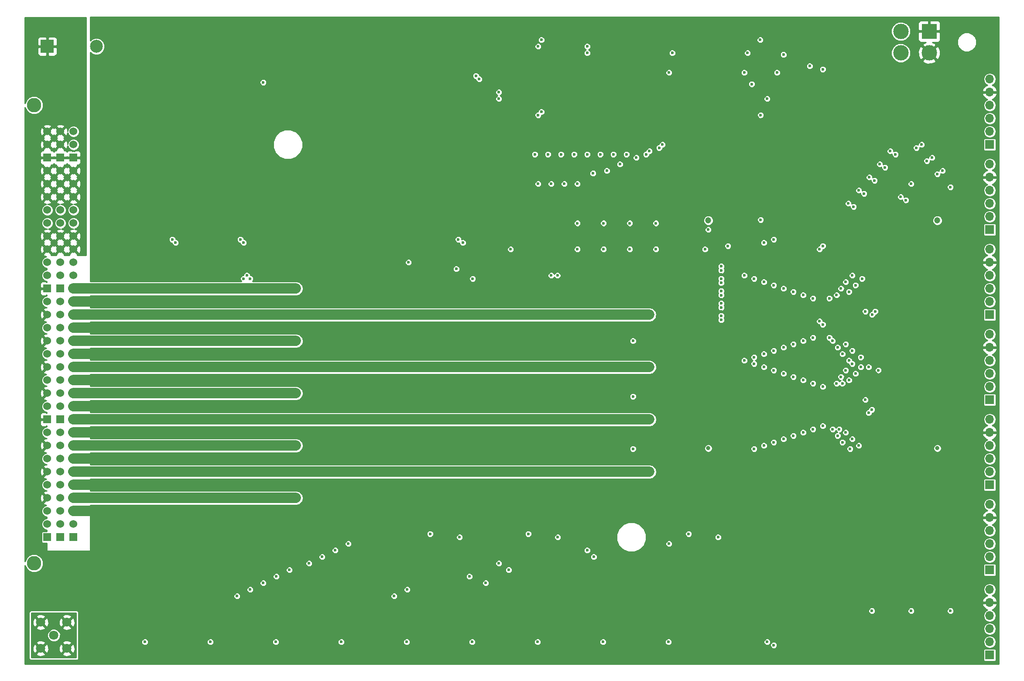
<source format=gbr>
G04 #@! TF.FileFunction,Copper,L4,Bot,Signal*
%FSLAX46Y46*%
G04 Gerber Fmt 4.6, Leading zero omitted, Abs format (unit mm)*
G04 Created by KiCad (PCBNEW 4.0.6) date Fri Aug  3 14:49:23 2018*
%MOMM*%
%LPD*%
G01*
G04 APERTURE LIST*
%ADD10C,0.100000*%
%ADD11C,0.800000*%
%ADD12C,1.200000*%
%ADD13R,2.500000X2.500000*%
%ADD14C,2.500000*%
%ADD15R,3.000000X3.000000*%
%ADD16C,3.000000*%
%ADD17R,1.700000X1.700000*%
%ADD18O,1.700000X1.700000*%
%ADD19C,2.800000*%
%ADD20R,1.524000X1.524000*%
%ADD21C,1.524000*%
%ADD22C,1.798320*%
%ADD23C,1.795780*%
%ADD24C,0.600000*%
%ADD25C,2.032000*%
%ADD26C,0.250000*%
%ADD27C,0.254000*%
G04 APERTURE END LIST*
D10*
D11*
X279406350Y-135130000D03*
D12*
X279406350Y-90930000D03*
D11*
X234956350Y-135130000D03*
D12*
X234956350Y-90930000D03*
D13*
X106680000Y-57150000D03*
D14*
X116200000Y-57150000D03*
D15*
X277815000Y-54220000D03*
D16*
X277815000Y-58420000D03*
X272315000Y-54220000D03*
X272315000Y-58420000D03*
D17*
X289560000Y-76200000D03*
D18*
X289560000Y-73660000D03*
X289560000Y-71120000D03*
X289560000Y-68580000D03*
X289560000Y-66040000D03*
X289560000Y-63500000D03*
D17*
X289560000Y-92710000D03*
D18*
X289560000Y-90170000D03*
X289560000Y-87630000D03*
X289560000Y-85090000D03*
X289560000Y-82550000D03*
X289560000Y-80010000D03*
D17*
X289560000Y-109220000D03*
D18*
X289560000Y-106680000D03*
X289560000Y-104140000D03*
X289560000Y-101600000D03*
X289560000Y-99060000D03*
X289560000Y-96520000D03*
D17*
X289560000Y-125730000D03*
D18*
X289560000Y-123190000D03*
X289560000Y-120650000D03*
X289560000Y-118110000D03*
X289560000Y-115570000D03*
X289560000Y-113030000D03*
D17*
X289560000Y-142240000D03*
D18*
X289560000Y-139700000D03*
X289560000Y-137160000D03*
X289560000Y-134620000D03*
X289560000Y-132080000D03*
X289560000Y-129540000D03*
D17*
X289560000Y-158750000D03*
D18*
X289560000Y-156210000D03*
X289560000Y-153670000D03*
X289560000Y-151130000D03*
X289560000Y-148590000D03*
X289560000Y-146050000D03*
D17*
X289560000Y-175260000D03*
D18*
X289560000Y-172720000D03*
X289560000Y-170180000D03*
X289560000Y-167640000D03*
X289560000Y-165100000D03*
X289560000Y-162560000D03*
D19*
X104140000Y-68580000D03*
X104140000Y-157480000D03*
D20*
X111760000Y-152400000D03*
D21*
X111760000Y-149860000D03*
X111760000Y-147320000D03*
X111760000Y-144780000D03*
X111760000Y-142240000D03*
X111760000Y-139700000D03*
X111760000Y-137160000D03*
X111760000Y-134620000D03*
X111760000Y-132080000D03*
D20*
X111760000Y-129540000D03*
D21*
X111760000Y-127000000D03*
X111760000Y-124460000D03*
X111760000Y-121920000D03*
X111760000Y-119380000D03*
X111760000Y-116840000D03*
X111760000Y-114300000D03*
X111760000Y-111760000D03*
X111760000Y-109220000D03*
X111760000Y-106680000D03*
D20*
X111760000Y-104140000D03*
D21*
X111760000Y-101600000D03*
X111760000Y-99060000D03*
X111760000Y-96520000D03*
X111760000Y-93980000D03*
X111760000Y-91440000D03*
X111760000Y-88900000D03*
X111760000Y-86360000D03*
X111760000Y-83820000D03*
X111760000Y-81280000D03*
D20*
X111760000Y-78740000D03*
D21*
X111760000Y-76200000D03*
X111760000Y-73660000D03*
D20*
X109220000Y-152400000D03*
D21*
X109220000Y-149860000D03*
X109220000Y-147320000D03*
X109220000Y-144780000D03*
X109220000Y-142240000D03*
X109220000Y-139700000D03*
X109220000Y-137160000D03*
X109220000Y-134620000D03*
X109220000Y-132080000D03*
D20*
X109220000Y-129540000D03*
D21*
X109220000Y-127000000D03*
X109220000Y-124460000D03*
X109220000Y-121920000D03*
X109220000Y-119380000D03*
X109220000Y-116840000D03*
X109220000Y-114300000D03*
X109220000Y-111760000D03*
X109220000Y-109220000D03*
X109220000Y-106680000D03*
D20*
X109220000Y-104140000D03*
D21*
X109220000Y-101600000D03*
X109220000Y-99060000D03*
X109220000Y-96520000D03*
X109220000Y-93980000D03*
X109220000Y-91440000D03*
X109220000Y-88900000D03*
X109220000Y-86360000D03*
X109220000Y-83820000D03*
X109220000Y-81280000D03*
D20*
X109220000Y-78740000D03*
D21*
X109220000Y-76200000D03*
X109220000Y-73660000D03*
D20*
X106680000Y-152400000D03*
D21*
X106680000Y-149860000D03*
X106680000Y-147320000D03*
X106680000Y-144780000D03*
X106680000Y-142240000D03*
X106680000Y-139700000D03*
X106680000Y-137160000D03*
X106680000Y-134620000D03*
X106680000Y-132080000D03*
D20*
X106680000Y-129540000D03*
D21*
X106680000Y-127000000D03*
X106680000Y-124460000D03*
X106680000Y-121920000D03*
X106680000Y-119380000D03*
X106680000Y-116840000D03*
X106680000Y-114300000D03*
X106680000Y-111760000D03*
X106680000Y-109220000D03*
X106680000Y-106680000D03*
D20*
X106680000Y-104140000D03*
D21*
X106680000Y-101600000D03*
X106680000Y-99060000D03*
X106680000Y-96520000D03*
X106680000Y-93980000D03*
X106680000Y-91440000D03*
X106680000Y-88900000D03*
X106680000Y-86360000D03*
X106680000Y-83820000D03*
X106680000Y-81280000D03*
D20*
X106680000Y-78740000D03*
D21*
X106680000Y-76200000D03*
X106680000Y-73660000D03*
D22*
X107950000Y-171450000D03*
D23*
X110490000Y-168910000D03*
X105410000Y-168910000D03*
X105410000Y-173990000D03*
X110490000Y-173990000D03*
D24*
X189230000Y-102235000D03*
X186055000Y-100330000D03*
X257810000Y-170200000D03*
X255270000Y-170200000D03*
X252730000Y-170200000D03*
X250190000Y-170200000D03*
X245110000Y-170200000D03*
X234635000Y-168545000D03*
X221935000Y-168545000D03*
X209235000Y-168545000D03*
X196535000Y-168545000D03*
X183835000Y-168545000D03*
X171135000Y-168545000D03*
X158435000Y-168545000D03*
X145735000Y-168545000D03*
X133035000Y-168545000D03*
X232456350Y-108630000D03*
X232456350Y-111030000D03*
X232456350Y-113430000D03*
X237456350Y-106230000D03*
X237456350Y-108630000D03*
X237456350Y-103830000D03*
X232456350Y-106230000D03*
X232456350Y-103830000D03*
X232456350Y-99030000D03*
X232456350Y-101430000D03*
X149860000Y-160655000D03*
X163830000Y-153035000D03*
X161290000Y-154305000D03*
X158750000Y-155575000D03*
X156210000Y-156845000D03*
X154940000Y-158115000D03*
X152400000Y-159385000D03*
X147320000Y-161925000D03*
X144780000Y-163195000D03*
X212090000Y-154305000D03*
X213360000Y-155575000D03*
X197485000Y-158115000D03*
X194945000Y-156845000D03*
X189865000Y-159385000D03*
X173355000Y-163195000D03*
X237456350Y-101430000D03*
X237456350Y-99030000D03*
X237456350Y-111030000D03*
X237456350Y-113430000D03*
X281906350Y-123830000D03*
X127000000Y-93345000D03*
X140335000Y-93345000D03*
X146304000Y-149352000D03*
X272288000Y-102108000D03*
X284480000Y-102870000D03*
X283845000Y-106680000D03*
X281906350Y-101430000D03*
X276906350Y-101430000D03*
X276906350Y-99030000D03*
X281906350Y-99030000D03*
X236220000Y-123825000D03*
X234950000Y-127030000D03*
X234950000Y-129430000D03*
X278765000Y-106680000D03*
X186690000Y-124460000D03*
X279400000Y-111030000D03*
X279400000Y-108630000D03*
X279400000Y-113030000D03*
X279400000Y-121430000D03*
X279400000Y-119030000D03*
X279400000Y-131030000D03*
X279400000Y-127030000D03*
X180340000Y-127635000D03*
X176530000Y-144780000D03*
X194945000Y-137795000D03*
X194945000Y-134620000D03*
X194945000Y-124460000D03*
X191500000Y-124460000D03*
X194945000Y-117475000D03*
X194945000Y-114300000D03*
X185420000Y-101600000D03*
X179705000Y-97155000D03*
X185420000Y-80010000D03*
X186788480Y-87152133D03*
X191516000Y-83820000D03*
X191500000Y-104140000D03*
X194564000Y-97536000D03*
X125095000Y-100965000D03*
X133350000Y-93980000D03*
X131445000Y-97790000D03*
X128905000Y-97155000D03*
X146685000Y-93980000D03*
X142240000Y-97155000D03*
X144780000Y-97790000D03*
X198755000Y-158115000D03*
X206375000Y-158115000D03*
X138430000Y-100965000D03*
X259715000Y-125095000D03*
X267970000Y-123825000D03*
X239030000Y-59245000D03*
X219075000Y-54610000D03*
X147320000Y-59055000D03*
X152400000Y-62865000D03*
X172085000Y-65420000D03*
X169545000Y-65420000D03*
X167005000Y-65420000D03*
X212725000Y-55245000D03*
X250180010Y-64770000D03*
X205900000Y-57973000D03*
X187325000Y-69961000D03*
X187960000Y-61860000D03*
X187325000Y-58309000D03*
X200025000Y-55245000D03*
X184785000Y-93980000D03*
X191135000Y-134620000D03*
X188595000Y-134620000D03*
X184785000Y-134620000D03*
X182245000Y-134620000D03*
X191135000Y-114300000D03*
X188595000Y-114300000D03*
X182245000Y-114300000D03*
X184785000Y-114300000D03*
X194945000Y-147320000D03*
X216535000Y-136525000D03*
X216535000Y-126365000D03*
X216535000Y-116205000D03*
X259080000Y-107315000D03*
X249555000Y-57785000D03*
X203708000Y-112268000D03*
X203708000Y-122428000D03*
X203708000Y-132588000D03*
X202565000Y-112268000D03*
X202565000Y-122428000D03*
X202565000Y-132588000D03*
X201422000Y-112268000D03*
X201422000Y-122428000D03*
X201422000Y-132588000D03*
X201422000Y-111252000D03*
X201422000Y-121412000D03*
X201422000Y-131572000D03*
X202565000Y-111252000D03*
X202565000Y-121412000D03*
X202565000Y-131572000D03*
X203708000Y-111252000D03*
X203708000Y-121412000D03*
X203708000Y-131572000D03*
X203708000Y-142748000D03*
X202565000Y-142748000D03*
X201422000Y-142748000D03*
X201422000Y-141732000D03*
X202565000Y-141732000D03*
X203708000Y-141732000D03*
X171958000Y-106172000D03*
X171958000Y-107188000D03*
X170815000Y-107188000D03*
X170815000Y-106172000D03*
X169672000Y-107188000D03*
X169672000Y-106172000D03*
X171958000Y-116332000D03*
X171958000Y-126492000D03*
X171958000Y-136652000D03*
X169672000Y-117348000D03*
X169672000Y-127508000D03*
X169672000Y-137668000D03*
X170815000Y-117348000D03*
X170815000Y-127508000D03*
X170815000Y-137668000D03*
X171958000Y-117348000D03*
X171958000Y-127508000D03*
X171958000Y-137668000D03*
X170815000Y-116332000D03*
X170815000Y-126492000D03*
X170815000Y-136652000D03*
X169672000Y-116332000D03*
X169672000Y-126492000D03*
X169672000Y-136652000D03*
X171958000Y-147828000D03*
X171958000Y-146812000D03*
X170815000Y-146812000D03*
X169672000Y-146812000D03*
X170815000Y-147828000D03*
X169672000Y-147828000D03*
X192405000Y-160655000D03*
X174625000Y-161925000D03*
X227965000Y-153035000D03*
X176784000Y-99060000D03*
X201930000Y-70485000D03*
X148590000Y-64135000D03*
X245110000Y-90805000D03*
X234950000Y-92710000D03*
X245110000Y-70485000D03*
X241935000Y-62230000D03*
X201930000Y-57150000D03*
X227330000Y-62230000D03*
X211455000Y-57150000D03*
X243384000Y-64455000D03*
X125635000Y-172720000D03*
X227235000Y-172720000D03*
X214535000Y-172720000D03*
X201835000Y-172720000D03*
X189135000Y-172720000D03*
X176435000Y-172720000D03*
X163735000Y-172720000D03*
X151035000Y-172720000D03*
X138335000Y-172720000D03*
X196596000Y-96520000D03*
X202565000Y-69850000D03*
X245030000Y-55880000D03*
X202565000Y-55880000D03*
X275336000Y-76835000D03*
X225425000Y-76835000D03*
X276352000Y-76200000D03*
X226060000Y-76200000D03*
X270256000Y-77470000D03*
X223520000Y-77470000D03*
X277368000Y-79375000D03*
X219075000Y-78105000D03*
X278384000Y-78740000D03*
X220980000Y-78740000D03*
X268224000Y-80010000D03*
X217805000Y-80010000D03*
X267208000Y-83185000D03*
X211455000Y-78105000D03*
X274320000Y-83820000D03*
X209550000Y-83820000D03*
X265176000Y-85725000D03*
X206375000Y-78105000D03*
X264160000Y-85090000D03*
X207010000Y-83820000D03*
X273304000Y-86995000D03*
X203835000Y-78105000D03*
X272288000Y-86360000D03*
X204470000Y-83820000D03*
X263144000Y-88265000D03*
X201295000Y-78105000D03*
X219710000Y-91455000D03*
X237456350Y-102230000D03*
X219710000Y-96505000D03*
X237456350Y-103030000D03*
X214630000Y-91455000D03*
X237456350Y-104630000D03*
X237456350Y-109430000D03*
X205678000Y-101600000D03*
X237456350Y-110230000D03*
X204470000Y-101600000D03*
X151130000Y-104775000D03*
X151130000Y-104140000D03*
X150495000Y-104775000D03*
X149860000Y-104775000D03*
X154940000Y-103505000D03*
X154940000Y-104775000D03*
X154305000Y-103505000D03*
X154305000Y-104775000D03*
X154305000Y-104140000D03*
X154940000Y-104140000D03*
X153670000Y-104775000D03*
X152400000Y-103505000D03*
X151765000Y-104140000D03*
X152400000Y-104140000D03*
X152400000Y-104775000D03*
X151765000Y-104775000D03*
X151765000Y-103505000D03*
X153670000Y-103505000D03*
X153670000Y-104140000D03*
X153035000Y-103505000D03*
X153035000Y-104140000D03*
X153035000Y-104775000D03*
X151130000Y-103505000D03*
X149860000Y-103505000D03*
X149860000Y-104140000D03*
X150495000Y-104140000D03*
X150495000Y-103505000D03*
X218440000Y-109855000D03*
X218440000Y-108585000D03*
X219075000Y-108585000D03*
X219075000Y-109220000D03*
X219075000Y-109855000D03*
X218440000Y-109220000D03*
X219710000Y-109855000D03*
X219710000Y-108585000D03*
X219710000Y-109220000D03*
X220345000Y-109855000D03*
X220345000Y-109220000D03*
X220345000Y-108585000D03*
X220980000Y-109855000D03*
X221615000Y-109855000D03*
X221615000Y-108585000D03*
X220980000Y-108585000D03*
X221615000Y-109220000D03*
X220980000Y-109220000D03*
X222250000Y-108585000D03*
X222250000Y-109855000D03*
X223520000Y-109855000D03*
X223520000Y-109220000D03*
X222885000Y-109220000D03*
X222250000Y-109220000D03*
X222885000Y-108585000D03*
X223520000Y-108585000D03*
X222885000Y-109855000D03*
X151130000Y-114935000D03*
X151130000Y-114300000D03*
X150495000Y-114935000D03*
X149860000Y-114935000D03*
X154940000Y-113665000D03*
X154940000Y-114935000D03*
X154305000Y-113665000D03*
X154305000Y-114935000D03*
X154305000Y-114300000D03*
X154940000Y-114300000D03*
X153670000Y-114935000D03*
X152400000Y-113665000D03*
X151765000Y-114300000D03*
X152400000Y-114300000D03*
X152400000Y-114935000D03*
X151765000Y-114935000D03*
X151765000Y-113665000D03*
X153670000Y-113665000D03*
X153670000Y-114300000D03*
X153035000Y-113665000D03*
X153035000Y-114300000D03*
X153035000Y-114935000D03*
X151130000Y-113665000D03*
X149860000Y-113665000D03*
X149860000Y-114300000D03*
X150495000Y-114300000D03*
X150495000Y-113665000D03*
X218440000Y-120015000D03*
X218440000Y-118745000D03*
X219075000Y-118745000D03*
X219075000Y-119380000D03*
X219075000Y-120015000D03*
X218440000Y-119380000D03*
X219710000Y-120015000D03*
X219710000Y-118745000D03*
X219710000Y-119380000D03*
X220345000Y-120015000D03*
X220345000Y-119380000D03*
X220345000Y-118745000D03*
X220980000Y-120015000D03*
X221615000Y-120015000D03*
X221615000Y-118745000D03*
X220980000Y-118745000D03*
X221615000Y-119380000D03*
X220980000Y-119380000D03*
X222250000Y-118745000D03*
X222250000Y-120015000D03*
X223520000Y-120015000D03*
X223520000Y-119380000D03*
X222885000Y-119380000D03*
X222250000Y-119380000D03*
X222885000Y-118745000D03*
X223520000Y-118745000D03*
X222885000Y-120015000D03*
X151130000Y-125095000D03*
X151130000Y-124460000D03*
X150495000Y-125095000D03*
X149860000Y-125095000D03*
X154940000Y-123825000D03*
X154940000Y-125095000D03*
X154305000Y-123825000D03*
X154305000Y-125095000D03*
X154305000Y-124460000D03*
X154940000Y-124460000D03*
X153670000Y-125095000D03*
X152400000Y-123825000D03*
X151765000Y-124460000D03*
X152400000Y-124460000D03*
X152400000Y-125095000D03*
X151765000Y-125095000D03*
X151765000Y-123825000D03*
X153670000Y-123825000D03*
X153670000Y-124460000D03*
X153035000Y-123825000D03*
X153035000Y-124460000D03*
X153035000Y-125095000D03*
X151130000Y-123825000D03*
X149860000Y-123825000D03*
X149860000Y-124460000D03*
X150495000Y-124460000D03*
X150495000Y-123825000D03*
X218440000Y-130175000D03*
X218440000Y-128905000D03*
X219075000Y-128905000D03*
X219075000Y-129540000D03*
X219075000Y-130175000D03*
X218440000Y-129540000D03*
X219710000Y-130175000D03*
X219710000Y-128905000D03*
X219710000Y-129540000D03*
X220345000Y-130175000D03*
X220345000Y-129540000D03*
X220345000Y-128905000D03*
X220980000Y-130175000D03*
X221615000Y-130175000D03*
X221615000Y-128905000D03*
X220980000Y-128905000D03*
X221615000Y-129540000D03*
X220980000Y-129540000D03*
X222250000Y-128905000D03*
X222250000Y-130175000D03*
X223520000Y-130175000D03*
X223520000Y-129540000D03*
X222885000Y-129540000D03*
X222250000Y-129540000D03*
X222885000Y-128905000D03*
X223520000Y-128905000D03*
X222885000Y-130175000D03*
X151130000Y-135255000D03*
X151130000Y-134620000D03*
X150495000Y-135255000D03*
X149860000Y-135255000D03*
X154940000Y-133985000D03*
X154940000Y-135255000D03*
X154305000Y-133985000D03*
X154305000Y-135255000D03*
X154305000Y-134620000D03*
X154940000Y-134620000D03*
X153670000Y-135255000D03*
X152400000Y-133985000D03*
X151765000Y-134620000D03*
X152400000Y-134620000D03*
X152400000Y-135255000D03*
X151765000Y-135255000D03*
X151765000Y-133985000D03*
X153670000Y-133985000D03*
X153670000Y-134620000D03*
X153035000Y-133985000D03*
X153035000Y-134620000D03*
X153035000Y-135255000D03*
X151130000Y-133985000D03*
X149860000Y-133985000D03*
X149860000Y-134620000D03*
X150495000Y-134620000D03*
X150495000Y-133985000D03*
X223520000Y-139065000D03*
X222885000Y-139065000D03*
X222250000Y-139065000D03*
X221615000Y-139065000D03*
X220980000Y-139065000D03*
X220980000Y-139700000D03*
X221615000Y-139700000D03*
X222250000Y-139700000D03*
X222885000Y-139700000D03*
X223520000Y-139700000D03*
X223520000Y-140335000D03*
X222885000Y-140335000D03*
X222250000Y-140335000D03*
X221615000Y-140335000D03*
X220980000Y-140335000D03*
X220345000Y-140335000D03*
X220345000Y-139700000D03*
X220345000Y-139065000D03*
X219710000Y-139065000D03*
X219710000Y-139700000D03*
X219710000Y-140335000D03*
X219075000Y-140335000D03*
X219075000Y-139700000D03*
X219075000Y-139065000D03*
X218440000Y-139065000D03*
X218440000Y-139700000D03*
X218440000Y-140335000D03*
X149860000Y-145415000D03*
X150495000Y-145415000D03*
X151130000Y-145415000D03*
X151765000Y-145415000D03*
X152400000Y-145415000D03*
X153035000Y-145415000D03*
X153670000Y-145415000D03*
X154305000Y-145415000D03*
X154940000Y-145415000D03*
X154940000Y-144780000D03*
X154305000Y-144780000D03*
X153670000Y-144780000D03*
X153035000Y-144780000D03*
X152400000Y-144780000D03*
X151765000Y-144780000D03*
X151130000Y-144780000D03*
X150495000Y-144780000D03*
X149860000Y-144780000D03*
X149860000Y-144145000D03*
X150495000Y-144145000D03*
X151130000Y-144145000D03*
X151765000Y-144145000D03*
X152400000Y-144145000D03*
X153035000Y-144145000D03*
X153670000Y-144145000D03*
X154305000Y-144145000D03*
X154940000Y-144145000D03*
X262890000Y-118745000D03*
X243840000Y-118745000D03*
X264550990Y-119380000D03*
X245745000Y-119380000D03*
X247650000Y-120015000D03*
X261620000Y-120015000D03*
X249555000Y-120650000D03*
X263525000Y-120650000D03*
X251460000Y-121285000D03*
X260694998Y-121285000D03*
X253365000Y-121920000D03*
X262255000Y-121920000D03*
X255270000Y-122555000D03*
X259850000Y-122555000D03*
X257175000Y-123190000D03*
X260985000Y-122555000D03*
X257175000Y-130810000D03*
X260350000Y-131445000D03*
X259080000Y-131445000D03*
X255270000Y-131445000D03*
X253365000Y-132080000D03*
X261620000Y-132080000D03*
X251460000Y-132715000D03*
X260044998Y-132715000D03*
X249555000Y-133350000D03*
X262890000Y-133350000D03*
X247650000Y-133985000D03*
X260970000Y-133985000D03*
X245745000Y-134620000D03*
X264160000Y-134620000D03*
X262465736Y-135255000D03*
X243840000Y-135255000D03*
X187325000Y-95250000D03*
X131572000Y-95250000D03*
X245745000Y-95250000D03*
X144780000Y-95250000D03*
X261620000Y-102870000D03*
X245745000Y-102870000D03*
X186436000Y-94615000D03*
X130937000Y-94615000D03*
X247650000Y-94615000D03*
X144145000Y-94615000D03*
X263525000Y-103505000D03*
X247650000Y-103505000D03*
X189865000Y-62865000D03*
X200025000Y-151765000D03*
X180975000Y-151765000D03*
X231140000Y-151765000D03*
X260694998Y-104140000D03*
X249555000Y-104140000D03*
X190500000Y-63500000D03*
X205740000Y-152400000D03*
X186690000Y-152400000D03*
X236855000Y-152400000D03*
X262255000Y-104775000D03*
X251460000Y-104775000D03*
X259850000Y-105410000D03*
X253365000Y-105410000D03*
X258445000Y-106045000D03*
X255270000Y-106045000D03*
X258445000Y-113665000D03*
X255270000Y-113665000D03*
X259080000Y-114300000D03*
X253365000Y-114300000D03*
X261620000Y-114935000D03*
X251460000Y-114935000D03*
X260044998Y-115570000D03*
X249555000Y-115570000D03*
X262890000Y-116205000D03*
X247650000Y-116205000D03*
X260970000Y-116840000D03*
X245745000Y-116840000D03*
X264545000Y-117475000D03*
X266065000Y-119380000D03*
X266065000Y-128270000D03*
X243840000Y-117475000D03*
X266700000Y-127635000D03*
X262255000Y-118110000D03*
X241935000Y-118110000D03*
X257175000Y-111125000D03*
X257175000Y-95885000D03*
X238760000Y-95885000D03*
X247650000Y-173355000D03*
X257175000Y-61595000D03*
X256540000Y-110490000D03*
X246380000Y-172720000D03*
X256540000Y-96520000D03*
X234315000Y-96520000D03*
X254635000Y-60960000D03*
X144780000Y-102235000D03*
X220345000Y-135255000D03*
X220345000Y-125095000D03*
X145415000Y-101600000D03*
X146050000Y-102235000D03*
X220345000Y-114300000D03*
X246380000Y-67310000D03*
X194310000Y-67310000D03*
X249555000Y-58735000D03*
X194310000Y-66040000D03*
X242570000Y-58420000D03*
X227965000Y-58420000D03*
X211455000Y-58420000D03*
X265430000Y-125730000D03*
X265430000Y-108585000D03*
X262890000Y-101600000D03*
X241935000Y-101600000D03*
X264795000Y-102235000D03*
X243840000Y-102235000D03*
X266700000Y-166690000D03*
X267970000Y-119994540D03*
X274320000Y-166690000D03*
X266715227Y-109219393D03*
X281940000Y-166690000D03*
X267335000Y-108585000D03*
X271272000Y-78105000D03*
X222885000Y-78105000D03*
X269240000Y-80645000D03*
X216535000Y-78105000D03*
X279400000Y-81915000D03*
X213995000Y-78105000D03*
X215265000Y-81280000D03*
X280416000Y-81280000D03*
X266192000Y-82550000D03*
X212583000Y-81773000D03*
X281940000Y-84455000D03*
X208915000Y-78105000D03*
X262128000Y-87630000D03*
X201930000Y-83820000D03*
X224790000Y-91455000D03*
X237456350Y-99830000D03*
X224790000Y-96505000D03*
X237456350Y-100630000D03*
X214630000Y-96505000D03*
X237456350Y-105430000D03*
X209550000Y-91455000D03*
X237456350Y-107030000D03*
X209550000Y-96505000D03*
X237456350Y-107830000D03*
X143510000Y-163830000D03*
X173990000Y-163830000D03*
X146050000Y-162560000D03*
X176530000Y-162560000D03*
X148590000Y-161290000D03*
X191770000Y-161290000D03*
X151130000Y-160020000D03*
X188595000Y-160020000D03*
X153670000Y-158750000D03*
X196225010Y-158750000D03*
X157480000Y-157480000D03*
X194310000Y-157480000D03*
X160020000Y-156210000D03*
X212725000Y-156210000D03*
X162560000Y-154940000D03*
X211455000Y-154940000D03*
X248285000Y-62230000D03*
X165100000Y-153670000D03*
X227330000Y-153670000D03*
D25*
X148891762Y-116840000D02*
X155194000Y-116840000D01*
X155194000Y-116840000D02*
X172720000Y-116840000D01*
X111760000Y-116840000D02*
X155194000Y-116840000D01*
X111760000Y-106680000D02*
X172720000Y-106680000D01*
X111760000Y-121920000D02*
X223520000Y-121920000D01*
X111760000Y-147320000D02*
X172720000Y-147320000D01*
X111760000Y-111760000D02*
X223520000Y-111760000D01*
X111760000Y-132080000D02*
X223520000Y-132080000D01*
X111760000Y-137160000D02*
X172720000Y-137160000D01*
X111760000Y-142240000D02*
X223520000Y-142240000D01*
X111760000Y-127000000D02*
X172720000Y-127000000D01*
X152400000Y-104140000D02*
X151765000Y-104140000D01*
X152400000Y-104140000D02*
X153035000Y-104140000D01*
X153035000Y-104140000D02*
X153670000Y-104140000D01*
X154305000Y-104140000D02*
X153670000Y-104140000D01*
X154305000Y-104140000D02*
X154940000Y-104140000D01*
X149860000Y-104140000D02*
X150495000Y-104140000D01*
X151130000Y-104140000D02*
X151765000Y-104140000D01*
X151130000Y-104140000D02*
X150495000Y-104140000D01*
X111760000Y-104140000D02*
X149860000Y-104140000D01*
X111760000Y-109220000D02*
X218440000Y-109220000D01*
X218440000Y-109220000D02*
X219075000Y-109220000D01*
X219710000Y-109220000D02*
X219075000Y-109220000D01*
X219710000Y-109220000D02*
X220345000Y-109220000D01*
X220980000Y-109220000D02*
X220345000Y-109220000D01*
X221615000Y-109220000D02*
X220980000Y-109220000D01*
X222250000Y-109220000D02*
X221615000Y-109220000D01*
X222885000Y-109220000D02*
X222250000Y-109220000D01*
X223520000Y-109220000D02*
X222885000Y-109220000D01*
X111760000Y-114300000D02*
X154940000Y-114300000D01*
X111760000Y-119380000D02*
X218440000Y-119380000D01*
X218440000Y-119380000D02*
X219075000Y-119380000D01*
X219710000Y-119380000D02*
X219075000Y-119380000D01*
X219710000Y-119380000D02*
X220345000Y-119380000D01*
X220980000Y-119380000D02*
X220345000Y-119380000D01*
X221615000Y-119380000D02*
X220980000Y-119380000D01*
X222250000Y-119380000D02*
X221615000Y-119380000D01*
X222885000Y-119380000D02*
X222250000Y-119380000D01*
X223520000Y-119380000D02*
X222885000Y-119380000D01*
X152400000Y-124460000D02*
X151765000Y-124460000D01*
X152400000Y-124460000D02*
X153035000Y-124460000D01*
X153035000Y-124460000D02*
X153670000Y-124460000D01*
X154305000Y-124460000D02*
X153670000Y-124460000D01*
X154305000Y-124460000D02*
X154940000Y-124460000D01*
X149860000Y-124460000D02*
X150495000Y-124460000D01*
X151130000Y-124460000D02*
X151765000Y-124460000D01*
X151130000Y-124460000D02*
X150495000Y-124460000D01*
X111760000Y-124460000D02*
X149860000Y-124460000D01*
X111760000Y-129540000D02*
X218440000Y-129540000D01*
X218440000Y-129540000D02*
X219075000Y-129540000D01*
X219710000Y-129540000D02*
X219075000Y-129540000D01*
X219710000Y-129540000D02*
X220345000Y-129540000D01*
X220980000Y-129540000D02*
X220345000Y-129540000D01*
X221615000Y-129540000D02*
X220980000Y-129540000D01*
X222250000Y-129540000D02*
X221615000Y-129540000D01*
X222885000Y-129540000D02*
X222250000Y-129540000D01*
X223520000Y-129540000D02*
X222885000Y-129540000D01*
X152400000Y-134620000D02*
X151765000Y-134620000D01*
X152400000Y-134620000D02*
X153035000Y-134620000D01*
X153035000Y-134620000D02*
X153670000Y-134620000D01*
X154305000Y-134620000D02*
X153670000Y-134620000D01*
X154305000Y-134620000D02*
X154940000Y-134620000D01*
X149860000Y-134620000D02*
X150495000Y-134620000D01*
X151130000Y-134620000D02*
X151765000Y-134620000D01*
X151130000Y-134620000D02*
X150495000Y-134620000D01*
X111760000Y-134620000D02*
X149860000Y-134620000D01*
X223520000Y-139700000D02*
X222885000Y-139700000D01*
X222885000Y-139700000D02*
X222250000Y-139700000D01*
X222250000Y-139700000D02*
X221615000Y-139700000D01*
X221615000Y-139700000D02*
X220980000Y-139700000D01*
X220980000Y-139700000D02*
X220345000Y-139700000D01*
X219710000Y-139700000D02*
X220345000Y-139700000D01*
X219710000Y-139700000D02*
X219075000Y-139700000D01*
X218440000Y-139700000D02*
X219075000Y-139700000D01*
X111760000Y-139700000D02*
X218440000Y-139700000D01*
X152400000Y-144780000D02*
X151765000Y-144780000D01*
X152400000Y-144780000D02*
X153035000Y-144780000D01*
X153035000Y-144780000D02*
X153670000Y-144780000D01*
X154305000Y-144780000D02*
X153670000Y-144780000D01*
X154305000Y-144780000D02*
X154940000Y-144780000D01*
X149860000Y-144780000D02*
X150495000Y-144780000D01*
X151130000Y-144780000D02*
X151765000Y-144780000D01*
X151130000Y-144780000D02*
X150495000Y-144780000D01*
X111760000Y-144780000D02*
X149860000Y-144780000D01*
D26*
X151765000Y-145415000D02*
X151130000Y-145415000D01*
X153035000Y-145415000D02*
X152400000Y-145415000D01*
X154305000Y-145415000D02*
X153670000Y-145415000D01*
X153670000Y-144780000D02*
X154305000Y-144780000D01*
X152400000Y-144780000D02*
X153035000Y-144780000D01*
X151130000Y-144780000D02*
X151765000Y-144780000D01*
X149860000Y-144780000D02*
X150495000Y-144780000D01*
X150495000Y-144145000D02*
X149860000Y-144145000D01*
X151765000Y-144145000D02*
X151130000Y-144145000D01*
X153035000Y-144145000D02*
X152400000Y-144145000D01*
X154305000Y-144145000D02*
X153670000Y-144145000D01*
D27*
G36*
X112268000Y-175768000D02*
X103632000Y-175768000D01*
X103632000Y-175068632D01*
X104510973Y-175068632D01*
X104597121Y-175324897D01*
X105169841Y-175534359D01*
X105779122Y-175508707D01*
X106222879Y-175324897D01*
X106309027Y-175068632D01*
X109590973Y-175068632D01*
X109677121Y-175324897D01*
X110249841Y-175534359D01*
X110859122Y-175508707D01*
X111302879Y-175324897D01*
X111389027Y-175068632D01*
X110490000Y-174169605D01*
X109590973Y-175068632D01*
X106309027Y-175068632D01*
X105410000Y-174169605D01*
X104510973Y-175068632D01*
X103632000Y-175068632D01*
X103632000Y-173749841D01*
X103865641Y-173749841D01*
X103891293Y-174359122D01*
X104075103Y-174802879D01*
X104331368Y-174889027D01*
X105230395Y-173990000D01*
X105589605Y-173990000D01*
X106488632Y-174889027D01*
X106744897Y-174802879D01*
X106954359Y-174230159D01*
X106934137Y-173749841D01*
X108945641Y-173749841D01*
X108971293Y-174359122D01*
X109155103Y-174802879D01*
X109411368Y-174889027D01*
X110310395Y-173990000D01*
X110669605Y-173990000D01*
X111568632Y-174889027D01*
X111824897Y-174802879D01*
X112034359Y-174230159D01*
X112008707Y-173620878D01*
X111824897Y-173177121D01*
X111568632Y-173090973D01*
X110669605Y-173990000D01*
X110310395Y-173990000D01*
X109411368Y-173090973D01*
X109155103Y-173177121D01*
X108945641Y-173749841D01*
X106934137Y-173749841D01*
X106928707Y-173620878D01*
X106744897Y-173177121D01*
X106488632Y-173090973D01*
X105589605Y-173990000D01*
X105230395Y-173990000D01*
X104331368Y-173090973D01*
X104075103Y-173177121D01*
X103865641Y-173749841D01*
X103632000Y-173749841D01*
X103632000Y-172911368D01*
X104510973Y-172911368D01*
X105410000Y-173810395D01*
X106309027Y-172911368D01*
X109590973Y-172911368D01*
X110490000Y-173810395D01*
X111389027Y-172911368D01*
X111302879Y-172655103D01*
X110730159Y-172445641D01*
X110120878Y-172471293D01*
X109677121Y-172655103D01*
X109590973Y-172911368D01*
X106309027Y-172911368D01*
X106222879Y-172655103D01*
X105650159Y-172445641D01*
X105040878Y-172471293D01*
X104597121Y-172655103D01*
X104510973Y-172911368D01*
X103632000Y-172911368D01*
X103632000Y-171703522D01*
X106669618Y-171703522D01*
X106864100Y-172174205D01*
X107223901Y-172534634D01*
X107694243Y-172729937D01*
X108203522Y-172730382D01*
X108674205Y-172535900D01*
X109034634Y-172176099D01*
X109229937Y-171705757D01*
X109230382Y-171196478D01*
X109035900Y-170725795D01*
X108676099Y-170365366D01*
X108205757Y-170170063D01*
X107696478Y-170169618D01*
X107225795Y-170364100D01*
X106865366Y-170723901D01*
X106670063Y-171194243D01*
X106669618Y-171703522D01*
X103632000Y-171703522D01*
X103632000Y-169988632D01*
X104510973Y-169988632D01*
X104597121Y-170244897D01*
X105169841Y-170454359D01*
X105779122Y-170428707D01*
X106222879Y-170244897D01*
X106309027Y-169988632D01*
X109590973Y-169988632D01*
X109677121Y-170244897D01*
X110249841Y-170454359D01*
X110859122Y-170428707D01*
X111302879Y-170244897D01*
X111389027Y-169988632D01*
X110490000Y-169089605D01*
X109590973Y-169988632D01*
X106309027Y-169988632D01*
X105410000Y-169089605D01*
X104510973Y-169988632D01*
X103632000Y-169988632D01*
X103632000Y-168669841D01*
X103865641Y-168669841D01*
X103891293Y-169279122D01*
X104075103Y-169722879D01*
X104331368Y-169809027D01*
X105230395Y-168910000D01*
X105589605Y-168910000D01*
X106488632Y-169809027D01*
X106744897Y-169722879D01*
X106954359Y-169150159D01*
X106934137Y-168669841D01*
X108945641Y-168669841D01*
X108971293Y-169279122D01*
X109155103Y-169722879D01*
X109411368Y-169809027D01*
X110310395Y-168910000D01*
X110669605Y-168910000D01*
X111568632Y-169809027D01*
X111824897Y-169722879D01*
X112034359Y-169150159D01*
X112008707Y-168540878D01*
X111824897Y-168097121D01*
X111568632Y-168010973D01*
X110669605Y-168910000D01*
X110310395Y-168910000D01*
X109411368Y-168010973D01*
X109155103Y-168097121D01*
X108945641Y-168669841D01*
X106934137Y-168669841D01*
X106928707Y-168540878D01*
X106744897Y-168097121D01*
X106488632Y-168010973D01*
X105589605Y-168910000D01*
X105230395Y-168910000D01*
X104331368Y-168010973D01*
X104075103Y-168097121D01*
X103865641Y-168669841D01*
X103632000Y-168669841D01*
X103632000Y-167831368D01*
X104510973Y-167831368D01*
X105410000Y-168730395D01*
X106309027Y-167831368D01*
X109590973Y-167831368D01*
X110490000Y-168730395D01*
X111389027Y-167831368D01*
X111302879Y-167575103D01*
X110730159Y-167365641D01*
X110120878Y-167391293D01*
X109677121Y-167575103D01*
X109590973Y-167831368D01*
X106309027Y-167831368D01*
X106222879Y-167575103D01*
X105650159Y-167365641D01*
X105040878Y-167391293D01*
X104597121Y-167575103D01*
X104510973Y-167831368D01*
X103632000Y-167831368D01*
X103632000Y-167132000D01*
X112268000Y-167132000D01*
X112268000Y-175768000D01*
X112268000Y-175768000D01*
G37*
X112268000Y-175768000D02*
X103632000Y-175768000D01*
X103632000Y-175068632D01*
X104510973Y-175068632D01*
X104597121Y-175324897D01*
X105169841Y-175534359D01*
X105779122Y-175508707D01*
X106222879Y-175324897D01*
X106309027Y-175068632D01*
X109590973Y-175068632D01*
X109677121Y-175324897D01*
X110249841Y-175534359D01*
X110859122Y-175508707D01*
X111302879Y-175324897D01*
X111389027Y-175068632D01*
X110490000Y-174169605D01*
X109590973Y-175068632D01*
X106309027Y-175068632D01*
X105410000Y-174169605D01*
X104510973Y-175068632D01*
X103632000Y-175068632D01*
X103632000Y-173749841D01*
X103865641Y-173749841D01*
X103891293Y-174359122D01*
X104075103Y-174802879D01*
X104331368Y-174889027D01*
X105230395Y-173990000D01*
X105589605Y-173990000D01*
X106488632Y-174889027D01*
X106744897Y-174802879D01*
X106954359Y-174230159D01*
X106934137Y-173749841D01*
X108945641Y-173749841D01*
X108971293Y-174359122D01*
X109155103Y-174802879D01*
X109411368Y-174889027D01*
X110310395Y-173990000D01*
X110669605Y-173990000D01*
X111568632Y-174889027D01*
X111824897Y-174802879D01*
X112034359Y-174230159D01*
X112008707Y-173620878D01*
X111824897Y-173177121D01*
X111568632Y-173090973D01*
X110669605Y-173990000D01*
X110310395Y-173990000D01*
X109411368Y-173090973D01*
X109155103Y-173177121D01*
X108945641Y-173749841D01*
X106934137Y-173749841D01*
X106928707Y-173620878D01*
X106744897Y-173177121D01*
X106488632Y-173090973D01*
X105589605Y-173990000D01*
X105230395Y-173990000D01*
X104331368Y-173090973D01*
X104075103Y-173177121D01*
X103865641Y-173749841D01*
X103632000Y-173749841D01*
X103632000Y-172911368D01*
X104510973Y-172911368D01*
X105410000Y-173810395D01*
X106309027Y-172911368D01*
X109590973Y-172911368D01*
X110490000Y-173810395D01*
X111389027Y-172911368D01*
X111302879Y-172655103D01*
X110730159Y-172445641D01*
X110120878Y-172471293D01*
X109677121Y-172655103D01*
X109590973Y-172911368D01*
X106309027Y-172911368D01*
X106222879Y-172655103D01*
X105650159Y-172445641D01*
X105040878Y-172471293D01*
X104597121Y-172655103D01*
X104510973Y-172911368D01*
X103632000Y-172911368D01*
X103632000Y-171703522D01*
X106669618Y-171703522D01*
X106864100Y-172174205D01*
X107223901Y-172534634D01*
X107694243Y-172729937D01*
X108203522Y-172730382D01*
X108674205Y-172535900D01*
X109034634Y-172176099D01*
X109229937Y-171705757D01*
X109230382Y-171196478D01*
X109035900Y-170725795D01*
X108676099Y-170365366D01*
X108205757Y-170170063D01*
X107696478Y-170169618D01*
X107225795Y-170364100D01*
X106865366Y-170723901D01*
X106670063Y-171194243D01*
X106669618Y-171703522D01*
X103632000Y-171703522D01*
X103632000Y-169988632D01*
X104510973Y-169988632D01*
X104597121Y-170244897D01*
X105169841Y-170454359D01*
X105779122Y-170428707D01*
X106222879Y-170244897D01*
X106309027Y-169988632D01*
X109590973Y-169988632D01*
X109677121Y-170244897D01*
X110249841Y-170454359D01*
X110859122Y-170428707D01*
X111302879Y-170244897D01*
X111389027Y-169988632D01*
X110490000Y-169089605D01*
X109590973Y-169988632D01*
X106309027Y-169988632D01*
X105410000Y-169089605D01*
X104510973Y-169988632D01*
X103632000Y-169988632D01*
X103632000Y-168669841D01*
X103865641Y-168669841D01*
X103891293Y-169279122D01*
X104075103Y-169722879D01*
X104331368Y-169809027D01*
X105230395Y-168910000D01*
X105589605Y-168910000D01*
X106488632Y-169809027D01*
X106744897Y-169722879D01*
X106954359Y-169150159D01*
X106934137Y-168669841D01*
X108945641Y-168669841D01*
X108971293Y-169279122D01*
X109155103Y-169722879D01*
X109411368Y-169809027D01*
X110310395Y-168910000D01*
X110669605Y-168910000D01*
X111568632Y-169809027D01*
X111824897Y-169722879D01*
X112034359Y-169150159D01*
X112008707Y-168540878D01*
X111824897Y-168097121D01*
X111568632Y-168010973D01*
X110669605Y-168910000D01*
X110310395Y-168910000D01*
X109411368Y-168010973D01*
X109155103Y-168097121D01*
X108945641Y-168669841D01*
X106934137Y-168669841D01*
X106928707Y-168540878D01*
X106744897Y-168097121D01*
X106488632Y-168010973D01*
X105589605Y-168910000D01*
X105230395Y-168910000D01*
X104331368Y-168010973D01*
X104075103Y-168097121D01*
X103865641Y-168669841D01*
X103632000Y-168669841D01*
X103632000Y-167831368D01*
X104510973Y-167831368D01*
X105410000Y-168730395D01*
X106309027Y-167831368D01*
X109590973Y-167831368D01*
X110490000Y-168730395D01*
X111389027Y-167831368D01*
X111302879Y-167575103D01*
X110730159Y-167365641D01*
X110120878Y-167391293D01*
X109677121Y-167575103D01*
X109590973Y-167831368D01*
X106309027Y-167831368D01*
X106222879Y-167575103D01*
X105650159Y-167365641D01*
X105040878Y-167391293D01*
X104597121Y-167575103D01*
X104510973Y-167831368D01*
X103632000Y-167831368D01*
X103632000Y-167132000D01*
X112268000Y-167132000D01*
X112268000Y-175768000D01*
G36*
X291338000Y-177038000D02*
X102362000Y-177038000D01*
X102362000Y-167005000D01*
X103124000Y-167005000D01*
X103124000Y-175895000D01*
X103150056Y-176033477D01*
X103231896Y-176160660D01*
X103356770Y-176245983D01*
X103505000Y-176276000D01*
X112395000Y-176276000D01*
X112533477Y-176249944D01*
X112660660Y-176168104D01*
X112745983Y-176043230D01*
X112776000Y-175895000D01*
X112776000Y-174410000D01*
X288321536Y-174410000D01*
X288321536Y-176110000D01*
X288348103Y-176251190D01*
X288431546Y-176380865D01*
X288558866Y-176467859D01*
X288710000Y-176498464D01*
X290410000Y-176498464D01*
X290551190Y-176471897D01*
X290680865Y-176388454D01*
X290767859Y-176261134D01*
X290798464Y-176110000D01*
X290798464Y-174410000D01*
X290771897Y-174268810D01*
X290688454Y-174139135D01*
X290561134Y-174052141D01*
X290410000Y-174021536D01*
X288710000Y-174021536D01*
X288568810Y-174048103D01*
X288439135Y-174131546D01*
X288352141Y-174258866D01*
X288321536Y-174410000D01*
X112776000Y-174410000D01*
X112776000Y-173489865D01*
X246968882Y-173489865D01*
X247072339Y-173740252D01*
X247263741Y-173931987D01*
X247513946Y-174035882D01*
X247784865Y-174036118D01*
X248035252Y-173932661D01*
X248226987Y-173741259D01*
X248330882Y-173491054D01*
X248331118Y-173220135D01*
X248227661Y-172969748D01*
X248036259Y-172778013D01*
X247896550Y-172720000D01*
X288304883Y-172720000D01*
X288398587Y-173191083D01*
X288665435Y-173590448D01*
X289064800Y-173857296D01*
X289535883Y-173951000D01*
X289584117Y-173951000D01*
X290055200Y-173857296D01*
X290454565Y-173590448D01*
X290721413Y-173191083D01*
X290815117Y-172720000D01*
X290721413Y-172248917D01*
X290454565Y-171849552D01*
X290055200Y-171582704D01*
X289584117Y-171489000D01*
X289535883Y-171489000D01*
X289064800Y-171582704D01*
X288665435Y-171849552D01*
X288398587Y-172248917D01*
X288304883Y-172720000D01*
X247896550Y-172720000D01*
X247786054Y-172674118D01*
X247515135Y-172673882D01*
X247264748Y-172777339D01*
X247073013Y-172968741D01*
X246969118Y-173218946D01*
X246968882Y-173489865D01*
X112776000Y-173489865D01*
X112776000Y-172854865D01*
X124953882Y-172854865D01*
X125057339Y-173105252D01*
X125248741Y-173296987D01*
X125498946Y-173400882D01*
X125769865Y-173401118D01*
X126020252Y-173297661D01*
X126211987Y-173106259D01*
X126315882Y-172856054D01*
X126315883Y-172854865D01*
X137653882Y-172854865D01*
X137757339Y-173105252D01*
X137948741Y-173296987D01*
X138198946Y-173400882D01*
X138469865Y-173401118D01*
X138720252Y-173297661D01*
X138911987Y-173106259D01*
X139015882Y-172856054D01*
X139015883Y-172854865D01*
X150353882Y-172854865D01*
X150457339Y-173105252D01*
X150648741Y-173296987D01*
X150898946Y-173400882D01*
X151169865Y-173401118D01*
X151420252Y-173297661D01*
X151611987Y-173106259D01*
X151715882Y-172856054D01*
X151715883Y-172854865D01*
X163053882Y-172854865D01*
X163157339Y-173105252D01*
X163348741Y-173296987D01*
X163598946Y-173400882D01*
X163869865Y-173401118D01*
X164120252Y-173297661D01*
X164311987Y-173106259D01*
X164415882Y-172856054D01*
X164415883Y-172854865D01*
X175753882Y-172854865D01*
X175857339Y-173105252D01*
X176048741Y-173296987D01*
X176298946Y-173400882D01*
X176569865Y-173401118D01*
X176820252Y-173297661D01*
X177011987Y-173106259D01*
X177115882Y-172856054D01*
X177115883Y-172854865D01*
X188453882Y-172854865D01*
X188557339Y-173105252D01*
X188748741Y-173296987D01*
X188998946Y-173400882D01*
X189269865Y-173401118D01*
X189520252Y-173297661D01*
X189711987Y-173106259D01*
X189815882Y-172856054D01*
X189815883Y-172854865D01*
X201153882Y-172854865D01*
X201257339Y-173105252D01*
X201448741Y-173296987D01*
X201698946Y-173400882D01*
X201969865Y-173401118D01*
X202220252Y-173297661D01*
X202411987Y-173106259D01*
X202515882Y-172856054D01*
X202515883Y-172854865D01*
X213853882Y-172854865D01*
X213957339Y-173105252D01*
X214148741Y-173296987D01*
X214398946Y-173400882D01*
X214669865Y-173401118D01*
X214920252Y-173297661D01*
X215111987Y-173106259D01*
X215215882Y-172856054D01*
X215215883Y-172854865D01*
X226553882Y-172854865D01*
X226657339Y-173105252D01*
X226848741Y-173296987D01*
X227098946Y-173400882D01*
X227369865Y-173401118D01*
X227620252Y-173297661D01*
X227811987Y-173106259D01*
X227915882Y-172856054D01*
X227915883Y-172854865D01*
X245698882Y-172854865D01*
X245802339Y-173105252D01*
X245993741Y-173296987D01*
X246243946Y-173400882D01*
X246514865Y-173401118D01*
X246765252Y-173297661D01*
X246956987Y-173106259D01*
X247060882Y-172856054D01*
X247061118Y-172585135D01*
X246957661Y-172334748D01*
X246766259Y-172143013D01*
X246516054Y-172039118D01*
X246245135Y-172038882D01*
X245994748Y-172142339D01*
X245803013Y-172333741D01*
X245699118Y-172583946D01*
X245698882Y-172854865D01*
X227915883Y-172854865D01*
X227916118Y-172585135D01*
X227812661Y-172334748D01*
X227621259Y-172143013D01*
X227371054Y-172039118D01*
X227100135Y-172038882D01*
X226849748Y-172142339D01*
X226658013Y-172333741D01*
X226554118Y-172583946D01*
X226553882Y-172854865D01*
X215215883Y-172854865D01*
X215216118Y-172585135D01*
X215112661Y-172334748D01*
X214921259Y-172143013D01*
X214671054Y-172039118D01*
X214400135Y-172038882D01*
X214149748Y-172142339D01*
X213958013Y-172333741D01*
X213854118Y-172583946D01*
X213853882Y-172854865D01*
X202515883Y-172854865D01*
X202516118Y-172585135D01*
X202412661Y-172334748D01*
X202221259Y-172143013D01*
X201971054Y-172039118D01*
X201700135Y-172038882D01*
X201449748Y-172142339D01*
X201258013Y-172333741D01*
X201154118Y-172583946D01*
X201153882Y-172854865D01*
X189815883Y-172854865D01*
X189816118Y-172585135D01*
X189712661Y-172334748D01*
X189521259Y-172143013D01*
X189271054Y-172039118D01*
X189000135Y-172038882D01*
X188749748Y-172142339D01*
X188558013Y-172333741D01*
X188454118Y-172583946D01*
X188453882Y-172854865D01*
X177115883Y-172854865D01*
X177116118Y-172585135D01*
X177012661Y-172334748D01*
X176821259Y-172143013D01*
X176571054Y-172039118D01*
X176300135Y-172038882D01*
X176049748Y-172142339D01*
X175858013Y-172333741D01*
X175754118Y-172583946D01*
X175753882Y-172854865D01*
X164415883Y-172854865D01*
X164416118Y-172585135D01*
X164312661Y-172334748D01*
X164121259Y-172143013D01*
X163871054Y-172039118D01*
X163600135Y-172038882D01*
X163349748Y-172142339D01*
X163158013Y-172333741D01*
X163054118Y-172583946D01*
X163053882Y-172854865D01*
X151715883Y-172854865D01*
X151716118Y-172585135D01*
X151612661Y-172334748D01*
X151421259Y-172143013D01*
X151171054Y-172039118D01*
X150900135Y-172038882D01*
X150649748Y-172142339D01*
X150458013Y-172333741D01*
X150354118Y-172583946D01*
X150353882Y-172854865D01*
X139015883Y-172854865D01*
X139016118Y-172585135D01*
X138912661Y-172334748D01*
X138721259Y-172143013D01*
X138471054Y-172039118D01*
X138200135Y-172038882D01*
X137949748Y-172142339D01*
X137758013Y-172333741D01*
X137654118Y-172583946D01*
X137653882Y-172854865D01*
X126315883Y-172854865D01*
X126316118Y-172585135D01*
X126212661Y-172334748D01*
X126021259Y-172143013D01*
X125771054Y-172039118D01*
X125500135Y-172038882D01*
X125249748Y-172142339D01*
X125058013Y-172333741D01*
X124954118Y-172583946D01*
X124953882Y-172854865D01*
X112776000Y-172854865D01*
X112776000Y-170180000D01*
X288304883Y-170180000D01*
X288398587Y-170651083D01*
X288665435Y-171050448D01*
X289064800Y-171317296D01*
X289535883Y-171411000D01*
X289584117Y-171411000D01*
X290055200Y-171317296D01*
X290454565Y-171050448D01*
X290721413Y-170651083D01*
X290815117Y-170180000D01*
X290721413Y-169708917D01*
X290454565Y-169309552D01*
X290055200Y-169042704D01*
X289584117Y-168949000D01*
X289535883Y-168949000D01*
X289064800Y-169042704D01*
X288665435Y-169309552D01*
X288398587Y-169708917D01*
X288304883Y-170180000D01*
X112776000Y-170180000D01*
X112776000Y-167005000D01*
X112749944Y-166866523D01*
X112723138Y-166824865D01*
X266018882Y-166824865D01*
X266122339Y-167075252D01*
X266313741Y-167266987D01*
X266563946Y-167370882D01*
X266834865Y-167371118D01*
X267085252Y-167267661D01*
X267276987Y-167076259D01*
X267380882Y-166826054D01*
X267380883Y-166824865D01*
X273638882Y-166824865D01*
X273742339Y-167075252D01*
X273933741Y-167266987D01*
X274183946Y-167370882D01*
X274454865Y-167371118D01*
X274705252Y-167267661D01*
X274896987Y-167076259D01*
X275000882Y-166826054D01*
X275000883Y-166824865D01*
X281258882Y-166824865D01*
X281362339Y-167075252D01*
X281553741Y-167266987D01*
X281803946Y-167370882D01*
X282074865Y-167371118D01*
X282325252Y-167267661D01*
X282516987Y-167076259D01*
X282620882Y-166826054D01*
X282621118Y-166555135D01*
X282517661Y-166304748D01*
X282326259Y-166113013D01*
X282076054Y-166009118D01*
X281805135Y-166008882D01*
X281554748Y-166112339D01*
X281363013Y-166303741D01*
X281259118Y-166553946D01*
X281258882Y-166824865D01*
X275000883Y-166824865D01*
X275001118Y-166555135D01*
X274897661Y-166304748D01*
X274706259Y-166113013D01*
X274456054Y-166009118D01*
X274185135Y-166008882D01*
X273934748Y-166112339D01*
X273743013Y-166303741D01*
X273639118Y-166553946D01*
X273638882Y-166824865D01*
X267380883Y-166824865D01*
X267381118Y-166555135D01*
X267277661Y-166304748D01*
X267086259Y-166113013D01*
X266836054Y-166009118D01*
X266565135Y-166008882D01*
X266314748Y-166112339D01*
X266123013Y-166303741D01*
X266019118Y-166553946D01*
X266018882Y-166824865D01*
X112723138Y-166824865D01*
X112668104Y-166739340D01*
X112543230Y-166654017D01*
X112395000Y-166624000D01*
X103505000Y-166624000D01*
X103366523Y-166650056D01*
X103239340Y-166731896D01*
X103154017Y-166856770D01*
X103124000Y-167005000D01*
X102362000Y-167005000D01*
X102362000Y-165456890D01*
X288118524Y-165456890D01*
X288288355Y-165866924D01*
X288678642Y-166295183D01*
X289103947Y-166494917D01*
X289064800Y-166502704D01*
X288665435Y-166769552D01*
X288398587Y-167168917D01*
X288304883Y-167640000D01*
X288398587Y-168111083D01*
X288665435Y-168510448D01*
X289064800Y-168777296D01*
X289535883Y-168871000D01*
X289584117Y-168871000D01*
X290055200Y-168777296D01*
X290454565Y-168510448D01*
X290721413Y-168111083D01*
X290815117Y-167640000D01*
X290721413Y-167168917D01*
X290454565Y-166769552D01*
X290055200Y-166502704D01*
X290016053Y-166494917D01*
X290441358Y-166295183D01*
X290831645Y-165866924D01*
X291001476Y-165456890D01*
X290880155Y-165227000D01*
X289687000Y-165227000D01*
X289687000Y-165247000D01*
X289433000Y-165247000D01*
X289433000Y-165227000D01*
X288239845Y-165227000D01*
X288118524Y-165456890D01*
X102362000Y-165456890D01*
X102362000Y-164743110D01*
X288118524Y-164743110D01*
X288239845Y-164973000D01*
X289433000Y-164973000D01*
X289433000Y-164953000D01*
X289687000Y-164953000D01*
X289687000Y-164973000D01*
X290880155Y-164973000D01*
X291001476Y-164743110D01*
X290831645Y-164333076D01*
X290441358Y-163904817D01*
X290016053Y-163705083D01*
X290055200Y-163697296D01*
X290454565Y-163430448D01*
X290721413Y-163031083D01*
X290815117Y-162560000D01*
X290721413Y-162088917D01*
X290454565Y-161689552D01*
X290055200Y-161422704D01*
X289584117Y-161329000D01*
X289535883Y-161329000D01*
X289064800Y-161422704D01*
X288665435Y-161689552D01*
X288398587Y-162088917D01*
X288304883Y-162560000D01*
X288398587Y-163031083D01*
X288665435Y-163430448D01*
X289064800Y-163697296D01*
X289103947Y-163705083D01*
X288678642Y-163904817D01*
X288288355Y-164333076D01*
X288118524Y-164743110D01*
X102362000Y-164743110D01*
X102362000Y-163964865D01*
X142828882Y-163964865D01*
X142932339Y-164215252D01*
X143123741Y-164406987D01*
X143373946Y-164510882D01*
X143644865Y-164511118D01*
X143895252Y-164407661D01*
X144086987Y-164216259D01*
X144190882Y-163966054D01*
X144190883Y-163964865D01*
X173308882Y-163964865D01*
X173412339Y-164215252D01*
X173603741Y-164406987D01*
X173853946Y-164510882D01*
X174124865Y-164511118D01*
X174375252Y-164407661D01*
X174566987Y-164216259D01*
X174670882Y-163966054D01*
X174671118Y-163695135D01*
X174567661Y-163444748D01*
X174376259Y-163253013D01*
X174126054Y-163149118D01*
X173855135Y-163148882D01*
X173604748Y-163252339D01*
X173413013Y-163443741D01*
X173309118Y-163693946D01*
X173308882Y-163964865D01*
X144190883Y-163964865D01*
X144191118Y-163695135D01*
X144087661Y-163444748D01*
X143896259Y-163253013D01*
X143646054Y-163149118D01*
X143375135Y-163148882D01*
X143124748Y-163252339D01*
X142933013Y-163443741D01*
X142829118Y-163693946D01*
X142828882Y-163964865D01*
X102362000Y-163964865D01*
X102362000Y-162694865D01*
X145368882Y-162694865D01*
X145472339Y-162945252D01*
X145663741Y-163136987D01*
X145913946Y-163240882D01*
X146184865Y-163241118D01*
X146435252Y-163137661D01*
X146626987Y-162946259D01*
X146730882Y-162696054D01*
X146730883Y-162694865D01*
X175848882Y-162694865D01*
X175952339Y-162945252D01*
X176143741Y-163136987D01*
X176393946Y-163240882D01*
X176664865Y-163241118D01*
X176915252Y-163137661D01*
X177106987Y-162946259D01*
X177210882Y-162696054D01*
X177211118Y-162425135D01*
X177107661Y-162174748D01*
X176916259Y-161983013D01*
X176666054Y-161879118D01*
X176395135Y-161878882D01*
X176144748Y-161982339D01*
X175953013Y-162173741D01*
X175849118Y-162423946D01*
X175848882Y-162694865D01*
X146730883Y-162694865D01*
X146731118Y-162425135D01*
X146627661Y-162174748D01*
X146436259Y-161983013D01*
X146186054Y-161879118D01*
X145915135Y-161878882D01*
X145664748Y-161982339D01*
X145473013Y-162173741D01*
X145369118Y-162423946D01*
X145368882Y-162694865D01*
X102362000Y-162694865D01*
X102362000Y-161424865D01*
X147908882Y-161424865D01*
X148012339Y-161675252D01*
X148203741Y-161866987D01*
X148453946Y-161970882D01*
X148724865Y-161971118D01*
X148975252Y-161867661D01*
X149166987Y-161676259D01*
X149270882Y-161426054D01*
X149270883Y-161424865D01*
X191088882Y-161424865D01*
X191192339Y-161675252D01*
X191383741Y-161866987D01*
X191633946Y-161970882D01*
X191904865Y-161971118D01*
X192155252Y-161867661D01*
X192346987Y-161676259D01*
X192450882Y-161426054D01*
X192451118Y-161155135D01*
X192347661Y-160904748D01*
X192156259Y-160713013D01*
X191906054Y-160609118D01*
X191635135Y-160608882D01*
X191384748Y-160712339D01*
X191193013Y-160903741D01*
X191089118Y-161153946D01*
X191088882Y-161424865D01*
X149270883Y-161424865D01*
X149271118Y-161155135D01*
X149167661Y-160904748D01*
X148976259Y-160713013D01*
X148726054Y-160609118D01*
X148455135Y-160608882D01*
X148204748Y-160712339D01*
X148013013Y-160903741D01*
X147909118Y-161153946D01*
X147908882Y-161424865D01*
X102362000Y-161424865D01*
X102362000Y-160154865D01*
X150448882Y-160154865D01*
X150552339Y-160405252D01*
X150743741Y-160596987D01*
X150993946Y-160700882D01*
X151264865Y-160701118D01*
X151515252Y-160597661D01*
X151706987Y-160406259D01*
X151810882Y-160156054D01*
X151810883Y-160154865D01*
X187913882Y-160154865D01*
X188017339Y-160405252D01*
X188208741Y-160596987D01*
X188458946Y-160700882D01*
X188729865Y-160701118D01*
X188980252Y-160597661D01*
X189171987Y-160406259D01*
X189275882Y-160156054D01*
X189276118Y-159885135D01*
X189172661Y-159634748D01*
X188981259Y-159443013D01*
X188731054Y-159339118D01*
X188460135Y-159338882D01*
X188209748Y-159442339D01*
X188018013Y-159633741D01*
X187914118Y-159883946D01*
X187913882Y-160154865D01*
X151810883Y-160154865D01*
X151811118Y-159885135D01*
X151707661Y-159634748D01*
X151516259Y-159443013D01*
X151266054Y-159339118D01*
X150995135Y-159338882D01*
X150744748Y-159442339D01*
X150553013Y-159633741D01*
X150449118Y-159883946D01*
X150448882Y-160154865D01*
X102362000Y-160154865D01*
X102362000Y-157840717D01*
X102629261Y-158487538D01*
X103129827Y-158988978D01*
X103784183Y-159260690D01*
X104492709Y-159261309D01*
X105147538Y-158990739D01*
X105253596Y-158884865D01*
X152988882Y-158884865D01*
X153092339Y-159135252D01*
X153283741Y-159326987D01*
X153533946Y-159430882D01*
X153804865Y-159431118D01*
X154055252Y-159327661D01*
X154246987Y-159136259D01*
X154350882Y-158886054D01*
X154350883Y-158884865D01*
X195543892Y-158884865D01*
X195647349Y-159135252D01*
X195838751Y-159326987D01*
X196088956Y-159430882D01*
X196359875Y-159431118D01*
X196610262Y-159327661D01*
X196801997Y-159136259D01*
X196905892Y-158886054D01*
X196906128Y-158615135D01*
X196802671Y-158364748D01*
X196611269Y-158173013D01*
X196361064Y-158069118D01*
X196090145Y-158068882D01*
X195839758Y-158172339D01*
X195648023Y-158363741D01*
X195544128Y-158613946D01*
X195543892Y-158884865D01*
X154350883Y-158884865D01*
X154351118Y-158615135D01*
X154247661Y-158364748D01*
X154056259Y-158173013D01*
X153806054Y-158069118D01*
X153535135Y-158068882D01*
X153284748Y-158172339D01*
X153093013Y-158363741D01*
X152989118Y-158613946D01*
X152988882Y-158884865D01*
X105253596Y-158884865D01*
X105648978Y-158490173D01*
X105920690Y-157835817D01*
X105920883Y-157614865D01*
X156798882Y-157614865D01*
X156902339Y-157865252D01*
X157093741Y-158056987D01*
X157343946Y-158160882D01*
X157614865Y-158161118D01*
X157865252Y-158057661D01*
X158056987Y-157866259D01*
X158160882Y-157616054D01*
X158160883Y-157614865D01*
X193628882Y-157614865D01*
X193732339Y-157865252D01*
X193923741Y-158056987D01*
X194173946Y-158160882D01*
X194444865Y-158161118D01*
X194695252Y-158057661D01*
X194853187Y-157900000D01*
X288321536Y-157900000D01*
X288321536Y-159600000D01*
X288348103Y-159741190D01*
X288431546Y-159870865D01*
X288558866Y-159957859D01*
X288710000Y-159988464D01*
X290410000Y-159988464D01*
X290551190Y-159961897D01*
X290680865Y-159878454D01*
X290767859Y-159751134D01*
X290798464Y-159600000D01*
X290798464Y-157900000D01*
X290771897Y-157758810D01*
X290688454Y-157629135D01*
X290561134Y-157542141D01*
X290410000Y-157511536D01*
X288710000Y-157511536D01*
X288568810Y-157538103D01*
X288439135Y-157621546D01*
X288352141Y-157748866D01*
X288321536Y-157900000D01*
X194853187Y-157900000D01*
X194886987Y-157866259D01*
X194990882Y-157616054D01*
X194991118Y-157345135D01*
X194887661Y-157094748D01*
X194696259Y-156903013D01*
X194446054Y-156799118D01*
X194175135Y-156798882D01*
X193924748Y-156902339D01*
X193733013Y-157093741D01*
X193629118Y-157343946D01*
X193628882Y-157614865D01*
X158160883Y-157614865D01*
X158161118Y-157345135D01*
X158057661Y-157094748D01*
X157866259Y-156903013D01*
X157616054Y-156799118D01*
X157345135Y-156798882D01*
X157094748Y-156902339D01*
X156903013Y-157093741D01*
X156799118Y-157343946D01*
X156798882Y-157614865D01*
X105920883Y-157614865D01*
X105921309Y-157127291D01*
X105650739Y-156472462D01*
X105523365Y-156344865D01*
X159338882Y-156344865D01*
X159442339Y-156595252D01*
X159633741Y-156786987D01*
X159883946Y-156890882D01*
X160154865Y-156891118D01*
X160405252Y-156787661D01*
X160596987Y-156596259D01*
X160700882Y-156346054D01*
X160700883Y-156344865D01*
X212043882Y-156344865D01*
X212147339Y-156595252D01*
X212338741Y-156786987D01*
X212588946Y-156890882D01*
X212859865Y-156891118D01*
X213110252Y-156787661D01*
X213301987Y-156596259D01*
X213405882Y-156346054D01*
X213406000Y-156210000D01*
X288304883Y-156210000D01*
X288398587Y-156681083D01*
X288665435Y-157080448D01*
X289064800Y-157347296D01*
X289535883Y-157441000D01*
X289584117Y-157441000D01*
X290055200Y-157347296D01*
X290454565Y-157080448D01*
X290721413Y-156681083D01*
X290815117Y-156210000D01*
X290721413Y-155738917D01*
X290454565Y-155339552D01*
X290055200Y-155072704D01*
X289584117Y-154979000D01*
X289535883Y-154979000D01*
X289064800Y-155072704D01*
X288665435Y-155339552D01*
X288398587Y-155738917D01*
X288304883Y-156210000D01*
X213406000Y-156210000D01*
X213406118Y-156075135D01*
X213302661Y-155824748D01*
X213111259Y-155633013D01*
X212861054Y-155529118D01*
X212590135Y-155528882D01*
X212339748Y-155632339D01*
X212148013Y-155823741D01*
X212044118Y-156073946D01*
X212043882Y-156344865D01*
X160700883Y-156344865D01*
X160701118Y-156075135D01*
X160597661Y-155824748D01*
X160406259Y-155633013D01*
X160156054Y-155529118D01*
X159885135Y-155528882D01*
X159634748Y-155632339D01*
X159443013Y-155823741D01*
X159339118Y-156073946D01*
X159338882Y-156344865D01*
X105523365Y-156344865D01*
X105150173Y-155971022D01*
X104495817Y-155699310D01*
X103787291Y-155698691D01*
X103132462Y-155969261D01*
X102631022Y-156469827D01*
X102362000Y-157117705D01*
X102362000Y-155074865D01*
X161878882Y-155074865D01*
X161982339Y-155325252D01*
X162173741Y-155516987D01*
X162423946Y-155620882D01*
X162694865Y-155621118D01*
X162945252Y-155517661D01*
X163136987Y-155326259D01*
X163240882Y-155076054D01*
X163240883Y-155074865D01*
X210773882Y-155074865D01*
X210877339Y-155325252D01*
X211068741Y-155516987D01*
X211318946Y-155620882D01*
X211589865Y-155621118D01*
X211840252Y-155517661D01*
X212031987Y-155326259D01*
X212135882Y-155076054D01*
X212136118Y-154805135D01*
X212032661Y-154554748D01*
X211841259Y-154363013D01*
X211591054Y-154259118D01*
X211320135Y-154258882D01*
X211069748Y-154362339D01*
X210878013Y-154553741D01*
X210774118Y-154803946D01*
X210773882Y-155074865D01*
X163240883Y-155074865D01*
X163241118Y-154805135D01*
X163137661Y-154554748D01*
X162946259Y-154363013D01*
X162696054Y-154259118D01*
X162425135Y-154258882D01*
X162174748Y-154362339D01*
X161983013Y-154553741D01*
X161879118Y-154803946D01*
X161878882Y-155074865D01*
X102362000Y-155074865D01*
X102362000Y-144572302D01*
X105270856Y-144572302D01*
X105298638Y-145127368D01*
X105457603Y-145511143D01*
X105699787Y-145580608D01*
X106500395Y-144780000D01*
X105699787Y-143979392D01*
X105457603Y-144048857D01*
X105270856Y-144572302D01*
X102362000Y-144572302D01*
X102362000Y-139492302D01*
X105270856Y-139492302D01*
X105298638Y-140047368D01*
X105457603Y-140431143D01*
X105699787Y-140500608D01*
X106500395Y-139700000D01*
X105699787Y-138899392D01*
X105457603Y-138968857D01*
X105270856Y-139492302D01*
X102362000Y-139492302D01*
X102362000Y-134412302D01*
X105270856Y-134412302D01*
X105298638Y-134967368D01*
X105457603Y-135351143D01*
X105699787Y-135420608D01*
X106500395Y-134620000D01*
X105699787Y-133819392D01*
X105457603Y-133888857D01*
X105270856Y-134412302D01*
X102362000Y-134412302D01*
X102362000Y-124252302D01*
X105270856Y-124252302D01*
X105298638Y-124807368D01*
X105457603Y-125191143D01*
X105699787Y-125260608D01*
X106500395Y-124460000D01*
X105699787Y-123659392D01*
X105457603Y-123728857D01*
X105270856Y-124252302D01*
X102362000Y-124252302D01*
X102362000Y-119172302D01*
X105270856Y-119172302D01*
X105298638Y-119727368D01*
X105457603Y-120111143D01*
X105699787Y-120180608D01*
X106500395Y-119380000D01*
X105699787Y-118579392D01*
X105457603Y-118648857D01*
X105270856Y-119172302D01*
X102362000Y-119172302D01*
X102362000Y-114092302D01*
X105270856Y-114092302D01*
X105298638Y-114647368D01*
X105457603Y-115031143D01*
X105699787Y-115100608D01*
X106500395Y-114300000D01*
X105699787Y-113499392D01*
X105457603Y-113568857D01*
X105270856Y-114092302D01*
X102362000Y-114092302D01*
X102362000Y-109012302D01*
X105270856Y-109012302D01*
X105298638Y-109567368D01*
X105457603Y-109951143D01*
X105699787Y-110020608D01*
X106500395Y-109220000D01*
X105699787Y-108419392D01*
X105457603Y-108488857D01*
X105270856Y-109012302D01*
X102362000Y-109012302D01*
X102362000Y-96312302D01*
X105270856Y-96312302D01*
X105298638Y-96867368D01*
X105457603Y-97251143D01*
X105699787Y-97320608D01*
X106500395Y-96520000D01*
X106859605Y-96520000D01*
X107660213Y-97320608D01*
X107902397Y-97251143D01*
X107946453Y-97127656D01*
X107997603Y-97251143D01*
X108239787Y-97320608D01*
X109040395Y-96520000D01*
X109399605Y-96520000D01*
X110200213Y-97320608D01*
X110442397Y-97251143D01*
X110486453Y-97127656D01*
X110537603Y-97251143D01*
X110779787Y-97320608D01*
X111580395Y-96520000D01*
X111939605Y-96520000D01*
X112740213Y-97320608D01*
X112982397Y-97251143D01*
X113169144Y-96727698D01*
X113141362Y-96172632D01*
X112982397Y-95788857D01*
X112740213Y-95719392D01*
X111939605Y-96520000D01*
X111580395Y-96520000D01*
X110779787Y-95719392D01*
X110537603Y-95788857D01*
X110493547Y-95912344D01*
X110442397Y-95788857D01*
X110200213Y-95719392D01*
X109399605Y-96520000D01*
X109040395Y-96520000D01*
X108239787Y-95719392D01*
X107997603Y-95788857D01*
X107953547Y-95912344D01*
X107902397Y-95788857D01*
X107660213Y-95719392D01*
X106859605Y-96520000D01*
X106500395Y-96520000D01*
X105699787Y-95719392D01*
X105457603Y-95788857D01*
X105270856Y-96312302D01*
X102362000Y-96312302D01*
X102362000Y-94960213D01*
X105879392Y-94960213D01*
X105948857Y-95202397D01*
X106072344Y-95246453D01*
X105948857Y-95297603D01*
X105879392Y-95539787D01*
X106680000Y-96340395D01*
X107480608Y-95539787D01*
X107411143Y-95297603D01*
X107287656Y-95253547D01*
X107411143Y-95202397D01*
X107480608Y-94960213D01*
X108419392Y-94960213D01*
X108488857Y-95202397D01*
X108612344Y-95246453D01*
X108488857Y-95297603D01*
X108419392Y-95539787D01*
X109220000Y-96340395D01*
X110020608Y-95539787D01*
X109951143Y-95297603D01*
X109827656Y-95253547D01*
X109951143Y-95202397D01*
X110020608Y-94960213D01*
X110959392Y-94960213D01*
X111028857Y-95202397D01*
X111152344Y-95246453D01*
X111028857Y-95297603D01*
X110959392Y-95539787D01*
X111760000Y-96340395D01*
X112560608Y-95539787D01*
X112491143Y-95297603D01*
X112367656Y-95253547D01*
X112491143Y-95202397D01*
X112560608Y-94960213D01*
X111760000Y-94159605D01*
X110959392Y-94960213D01*
X110020608Y-94960213D01*
X109220000Y-94159605D01*
X108419392Y-94960213D01*
X107480608Y-94960213D01*
X106680000Y-94159605D01*
X105879392Y-94960213D01*
X102362000Y-94960213D01*
X102362000Y-93772302D01*
X105270856Y-93772302D01*
X105298638Y-94327368D01*
X105457603Y-94711143D01*
X105699787Y-94780608D01*
X106500395Y-93980000D01*
X106859605Y-93980000D01*
X107660213Y-94780608D01*
X107902397Y-94711143D01*
X107946453Y-94587656D01*
X107997603Y-94711143D01*
X108239787Y-94780608D01*
X109040395Y-93980000D01*
X109399605Y-93980000D01*
X110200213Y-94780608D01*
X110442397Y-94711143D01*
X110486453Y-94587656D01*
X110537603Y-94711143D01*
X110779787Y-94780608D01*
X111580395Y-93980000D01*
X111939605Y-93980000D01*
X112740213Y-94780608D01*
X112982397Y-94711143D01*
X113169144Y-94187698D01*
X113141362Y-93632632D01*
X112982397Y-93248857D01*
X112740213Y-93179392D01*
X111939605Y-93980000D01*
X111580395Y-93980000D01*
X110779787Y-93179392D01*
X110537603Y-93248857D01*
X110493547Y-93372344D01*
X110442397Y-93248857D01*
X110200213Y-93179392D01*
X109399605Y-93980000D01*
X109040395Y-93980000D01*
X108239787Y-93179392D01*
X107997603Y-93248857D01*
X107953547Y-93372344D01*
X107902397Y-93248857D01*
X107660213Y-93179392D01*
X106859605Y-93980000D01*
X106500395Y-93980000D01*
X105699787Y-93179392D01*
X105457603Y-93248857D01*
X105270856Y-93772302D01*
X102362000Y-93772302D01*
X102362000Y-91666359D01*
X105536802Y-91666359D01*
X105710446Y-92086612D01*
X106031697Y-92408423D01*
X106451646Y-92582801D01*
X106645660Y-92582970D01*
X106332632Y-92598638D01*
X105948857Y-92757603D01*
X105879392Y-92999787D01*
X106680000Y-93800395D01*
X107480608Y-92999787D01*
X107411143Y-92757603D01*
X106913742Y-92580148D01*
X107326612Y-92409554D01*
X107648423Y-92088303D01*
X107822801Y-91668354D01*
X107822802Y-91666359D01*
X108076802Y-91666359D01*
X108250446Y-92086612D01*
X108571697Y-92408423D01*
X108991646Y-92582801D01*
X109185660Y-92582970D01*
X108872632Y-92598638D01*
X108488857Y-92757603D01*
X108419392Y-92999787D01*
X109220000Y-93800395D01*
X110020608Y-92999787D01*
X109951143Y-92757603D01*
X109453742Y-92580148D01*
X109866612Y-92409554D01*
X110188423Y-92088303D01*
X110362801Y-91668354D01*
X110362802Y-91666359D01*
X110616802Y-91666359D01*
X110790446Y-92086612D01*
X111111697Y-92408423D01*
X111531646Y-92582801D01*
X111725660Y-92582970D01*
X111412632Y-92598638D01*
X111028857Y-92757603D01*
X110959392Y-92999787D01*
X111760000Y-93800395D01*
X112560608Y-92999787D01*
X112491143Y-92757603D01*
X111993742Y-92580148D01*
X112406612Y-92409554D01*
X112728423Y-92088303D01*
X112902801Y-91668354D01*
X112903198Y-91213641D01*
X112729554Y-90793388D01*
X112408303Y-90471577D01*
X111988354Y-90297199D01*
X111533641Y-90296802D01*
X111113388Y-90470446D01*
X110791577Y-90791697D01*
X110617199Y-91211646D01*
X110616802Y-91666359D01*
X110362802Y-91666359D01*
X110363198Y-91213641D01*
X110189554Y-90793388D01*
X109868303Y-90471577D01*
X109448354Y-90297199D01*
X108993641Y-90296802D01*
X108573388Y-90470446D01*
X108251577Y-90791697D01*
X108077199Y-91211646D01*
X108076802Y-91666359D01*
X107822802Y-91666359D01*
X107823198Y-91213641D01*
X107649554Y-90793388D01*
X107328303Y-90471577D01*
X106908354Y-90297199D01*
X106453641Y-90296802D01*
X106033388Y-90470446D01*
X105711577Y-90791697D01*
X105537199Y-91211646D01*
X105536802Y-91666359D01*
X102362000Y-91666359D01*
X102362000Y-89126359D01*
X105536802Y-89126359D01*
X105710446Y-89546612D01*
X106031697Y-89868423D01*
X106451646Y-90042801D01*
X106906359Y-90043198D01*
X107326612Y-89869554D01*
X107648423Y-89548303D01*
X107822801Y-89128354D01*
X107822802Y-89126359D01*
X108076802Y-89126359D01*
X108250446Y-89546612D01*
X108571697Y-89868423D01*
X108991646Y-90042801D01*
X109446359Y-90043198D01*
X109866612Y-89869554D01*
X110188423Y-89548303D01*
X110362801Y-89128354D01*
X110362802Y-89126359D01*
X110616802Y-89126359D01*
X110790446Y-89546612D01*
X111111697Y-89868423D01*
X111531646Y-90042801D01*
X111986359Y-90043198D01*
X112406612Y-89869554D01*
X112728423Y-89548303D01*
X112902801Y-89128354D01*
X112903198Y-88673641D01*
X112729554Y-88253388D01*
X112408303Y-87931577D01*
X111988354Y-87757199D01*
X111794340Y-87757030D01*
X112107368Y-87741362D01*
X112491143Y-87582397D01*
X112560608Y-87340213D01*
X111760000Y-86539605D01*
X110959392Y-87340213D01*
X111028857Y-87582397D01*
X111526258Y-87759852D01*
X111113388Y-87930446D01*
X110791577Y-88251697D01*
X110617199Y-88671646D01*
X110616802Y-89126359D01*
X110362802Y-89126359D01*
X110363198Y-88673641D01*
X110189554Y-88253388D01*
X109868303Y-87931577D01*
X109448354Y-87757199D01*
X109254340Y-87757030D01*
X109567368Y-87741362D01*
X109951143Y-87582397D01*
X110020608Y-87340213D01*
X109220000Y-86539605D01*
X108419392Y-87340213D01*
X108488857Y-87582397D01*
X108986258Y-87759852D01*
X108573388Y-87930446D01*
X108251577Y-88251697D01*
X108077199Y-88671646D01*
X108076802Y-89126359D01*
X107822802Y-89126359D01*
X107823198Y-88673641D01*
X107649554Y-88253388D01*
X107328303Y-87931577D01*
X106908354Y-87757199D01*
X106714340Y-87757030D01*
X107027368Y-87741362D01*
X107411143Y-87582397D01*
X107480608Y-87340213D01*
X106680000Y-86539605D01*
X105879392Y-87340213D01*
X105948857Y-87582397D01*
X106446258Y-87759852D01*
X106033388Y-87930446D01*
X105711577Y-88251697D01*
X105537199Y-88671646D01*
X105536802Y-89126359D01*
X102362000Y-89126359D01*
X102362000Y-86152302D01*
X105270856Y-86152302D01*
X105298638Y-86707368D01*
X105457603Y-87091143D01*
X105699787Y-87160608D01*
X106500395Y-86360000D01*
X106859605Y-86360000D01*
X107660213Y-87160608D01*
X107902397Y-87091143D01*
X107946453Y-86967656D01*
X107997603Y-87091143D01*
X108239787Y-87160608D01*
X109040395Y-86360000D01*
X109399605Y-86360000D01*
X110200213Y-87160608D01*
X110442397Y-87091143D01*
X110486453Y-86967656D01*
X110537603Y-87091143D01*
X110779787Y-87160608D01*
X111580395Y-86360000D01*
X111939605Y-86360000D01*
X112740213Y-87160608D01*
X112982397Y-87091143D01*
X113169144Y-86567698D01*
X113141362Y-86012632D01*
X112982397Y-85628857D01*
X112740213Y-85559392D01*
X111939605Y-86360000D01*
X111580395Y-86360000D01*
X110779787Y-85559392D01*
X110537603Y-85628857D01*
X110493547Y-85752344D01*
X110442397Y-85628857D01*
X110200213Y-85559392D01*
X109399605Y-86360000D01*
X109040395Y-86360000D01*
X108239787Y-85559392D01*
X107997603Y-85628857D01*
X107953547Y-85752344D01*
X107902397Y-85628857D01*
X107660213Y-85559392D01*
X106859605Y-86360000D01*
X106500395Y-86360000D01*
X105699787Y-85559392D01*
X105457603Y-85628857D01*
X105270856Y-86152302D01*
X102362000Y-86152302D01*
X102362000Y-84800213D01*
X105879392Y-84800213D01*
X105948857Y-85042397D01*
X106072344Y-85086453D01*
X105948857Y-85137603D01*
X105879392Y-85379787D01*
X106680000Y-86180395D01*
X107480608Y-85379787D01*
X107411143Y-85137603D01*
X107287656Y-85093547D01*
X107411143Y-85042397D01*
X107480608Y-84800213D01*
X108419392Y-84800213D01*
X108488857Y-85042397D01*
X108612344Y-85086453D01*
X108488857Y-85137603D01*
X108419392Y-85379787D01*
X109220000Y-86180395D01*
X110020608Y-85379787D01*
X109951143Y-85137603D01*
X109827656Y-85093547D01*
X109951143Y-85042397D01*
X110020608Y-84800213D01*
X110959392Y-84800213D01*
X111028857Y-85042397D01*
X111152344Y-85086453D01*
X111028857Y-85137603D01*
X110959392Y-85379787D01*
X111760000Y-86180395D01*
X112560608Y-85379787D01*
X112491143Y-85137603D01*
X112367656Y-85093547D01*
X112491143Y-85042397D01*
X112560608Y-84800213D01*
X111760000Y-83999605D01*
X110959392Y-84800213D01*
X110020608Y-84800213D01*
X109220000Y-83999605D01*
X108419392Y-84800213D01*
X107480608Y-84800213D01*
X106680000Y-83999605D01*
X105879392Y-84800213D01*
X102362000Y-84800213D01*
X102362000Y-83612302D01*
X105270856Y-83612302D01*
X105298638Y-84167368D01*
X105457603Y-84551143D01*
X105699787Y-84620608D01*
X106500395Y-83820000D01*
X106859605Y-83820000D01*
X107660213Y-84620608D01*
X107902397Y-84551143D01*
X107946453Y-84427656D01*
X107997603Y-84551143D01*
X108239787Y-84620608D01*
X109040395Y-83820000D01*
X109399605Y-83820000D01*
X110200213Y-84620608D01*
X110442397Y-84551143D01*
X110486453Y-84427656D01*
X110537603Y-84551143D01*
X110779787Y-84620608D01*
X111580395Y-83820000D01*
X111939605Y-83820000D01*
X112740213Y-84620608D01*
X112982397Y-84551143D01*
X113169144Y-84027698D01*
X113141362Y-83472632D01*
X112982397Y-83088857D01*
X112740213Y-83019392D01*
X111939605Y-83820000D01*
X111580395Y-83820000D01*
X110779787Y-83019392D01*
X110537603Y-83088857D01*
X110493547Y-83212344D01*
X110442397Y-83088857D01*
X110200213Y-83019392D01*
X109399605Y-83820000D01*
X109040395Y-83820000D01*
X108239787Y-83019392D01*
X107997603Y-83088857D01*
X107953547Y-83212344D01*
X107902397Y-83088857D01*
X107660213Y-83019392D01*
X106859605Y-83820000D01*
X106500395Y-83820000D01*
X105699787Y-83019392D01*
X105457603Y-83088857D01*
X105270856Y-83612302D01*
X102362000Y-83612302D01*
X102362000Y-82260213D01*
X105879392Y-82260213D01*
X105948857Y-82502397D01*
X106072344Y-82546453D01*
X105948857Y-82597603D01*
X105879392Y-82839787D01*
X106680000Y-83640395D01*
X107480608Y-82839787D01*
X107411143Y-82597603D01*
X107287656Y-82553547D01*
X107411143Y-82502397D01*
X107480608Y-82260213D01*
X108419392Y-82260213D01*
X108488857Y-82502397D01*
X108612344Y-82546453D01*
X108488857Y-82597603D01*
X108419392Y-82839787D01*
X109220000Y-83640395D01*
X110020608Y-82839787D01*
X109951143Y-82597603D01*
X109827656Y-82553547D01*
X109951143Y-82502397D01*
X110020608Y-82260213D01*
X110959392Y-82260213D01*
X111028857Y-82502397D01*
X111152344Y-82546453D01*
X111028857Y-82597603D01*
X110959392Y-82839787D01*
X111760000Y-83640395D01*
X112560608Y-82839787D01*
X112491143Y-82597603D01*
X112367656Y-82553547D01*
X112491143Y-82502397D01*
X112560608Y-82260213D01*
X111760000Y-81459605D01*
X110959392Y-82260213D01*
X110020608Y-82260213D01*
X109220000Y-81459605D01*
X108419392Y-82260213D01*
X107480608Y-82260213D01*
X106680000Y-81459605D01*
X105879392Y-82260213D01*
X102362000Y-82260213D01*
X102362000Y-81072302D01*
X105270856Y-81072302D01*
X105298638Y-81627368D01*
X105457603Y-82011143D01*
X105699787Y-82080608D01*
X106500395Y-81280000D01*
X106859605Y-81280000D01*
X107660213Y-82080608D01*
X107902397Y-82011143D01*
X107946453Y-81887656D01*
X107997603Y-82011143D01*
X108239787Y-82080608D01*
X109040395Y-81280000D01*
X109399605Y-81280000D01*
X110200213Y-82080608D01*
X110442397Y-82011143D01*
X110486453Y-81887656D01*
X110537603Y-82011143D01*
X110779787Y-82080608D01*
X111580395Y-81280000D01*
X111939605Y-81280000D01*
X112740213Y-82080608D01*
X112982397Y-82011143D01*
X113169144Y-81487698D01*
X113141362Y-80932632D01*
X112982397Y-80548857D01*
X112740213Y-80479392D01*
X111939605Y-81280000D01*
X111580395Y-81280000D01*
X110779787Y-80479392D01*
X110537603Y-80548857D01*
X110493547Y-80672344D01*
X110442397Y-80548857D01*
X110200213Y-80479392D01*
X109399605Y-81280000D01*
X109040395Y-81280000D01*
X108239787Y-80479392D01*
X107997603Y-80548857D01*
X107953547Y-80672344D01*
X107902397Y-80548857D01*
X107660213Y-80479392D01*
X106859605Y-81280000D01*
X106500395Y-81280000D01*
X105699787Y-80479392D01*
X105457603Y-80548857D01*
X105270856Y-81072302D01*
X102362000Y-81072302D01*
X102362000Y-79025750D01*
X105283000Y-79025750D01*
X105283000Y-79628310D01*
X105379673Y-79861699D01*
X105558302Y-80040327D01*
X105791691Y-80137000D01*
X105926084Y-80137000D01*
X105879392Y-80299787D01*
X106680000Y-81100395D01*
X107480608Y-80299787D01*
X107433916Y-80137000D01*
X107568309Y-80137000D01*
X107801698Y-80040327D01*
X107950000Y-79892026D01*
X108098302Y-80040327D01*
X108331691Y-80137000D01*
X108466084Y-80137000D01*
X108419392Y-80299787D01*
X109220000Y-81100395D01*
X110020608Y-80299787D01*
X109973916Y-80137000D01*
X110108309Y-80137000D01*
X110341698Y-80040327D01*
X110490000Y-79892026D01*
X110638302Y-80040327D01*
X110871691Y-80137000D01*
X111006084Y-80137000D01*
X110959392Y-80299787D01*
X111760000Y-81100395D01*
X112560608Y-80299787D01*
X112513916Y-80137000D01*
X112648309Y-80137000D01*
X112881698Y-80040327D01*
X113060327Y-79861699D01*
X113157000Y-79628310D01*
X113157000Y-79025750D01*
X112998250Y-78867000D01*
X111887000Y-78867000D01*
X111887000Y-78887000D01*
X111633000Y-78887000D01*
X111633000Y-78867000D01*
X110521750Y-78867000D01*
X110490000Y-78898750D01*
X110458250Y-78867000D01*
X109347000Y-78867000D01*
X109347000Y-78887000D01*
X109093000Y-78887000D01*
X109093000Y-78867000D01*
X107981750Y-78867000D01*
X107950000Y-78898750D01*
X107918250Y-78867000D01*
X106807000Y-78867000D01*
X106807000Y-78887000D01*
X106553000Y-78887000D01*
X106553000Y-78867000D01*
X105441750Y-78867000D01*
X105283000Y-79025750D01*
X102362000Y-79025750D01*
X102362000Y-77851690D01*
X105283000Y-77851690D01*
X105283000Y-78454250D01*
X105441750Y-78613000D01*
X106553000Y-78613000D01*
X106553000Y-78593000D01*
X106807000Y-78593000D01*
X106807000Y-78613000D01*
X107918250Y-78613000D01*
X107950000Y-78581250D01*
X107981750Y-78613000D01*
X109093000Y-78613000D01*
X109093000Y-78593000D01*
X109347000Y-78593000D01*
X109347000Y-78613000D01*
X110458250Y-78613000D01*
X110490000Y-78581250D01*
X110521750Y-78613000D01*
X111633000Y-78613000D01*
X111633000Y-78593000D01*
X111887000Y-78593000D01*
X111887000Y-78613000D01*
X112998250Y-78613000D01*
X113157000Y-78454250D01*
X113157000Y-77851690D01*
X113060327Y-77618301D01*
X112881698Y-77439673D01*
X112648309Y-77343000D01*
X112045750Y-77343000D01*
X111887002Y-77501748D01*
X111887002Y-77343111D01*
X111986359Y-77343198D01*
X112406612Y-77169554D01*
X112728423Y-76848303D01*
X112902801Y-76428354D01*
X112903198Y-75973641D01*
X112729554Y-75553388D01*
X112408303Y-75231577D01*
X111988354Y-75057199D01*
X111533641Y-75056802D01*
X111113388Y-75230446D01*
X110791577Y-75551697D01*
X110617199Y-75971646D01*
X110617030Y-76165660D01*
X110601362Y-75852632D01*
X110442397Y-75468857D01*
X110200213Y-75399392D01*
X109399605Y-76200000D01*
X110200213Y-77000608D01*
X110442397Y-76931143D01*
X110619852Y-76433742D01*
X110790446Y-76846612D01*
X111111697Y-77168423D01*
X111531646Y-77342801D01*
X111759575Y-77343000D01*
X111632998Y-77343000D01*
X111632998Y-77501748D01*
X111474250Y-77343000D01*
X110871691Y-77343000D01*
X110638302Y-77439673D01*
X110490000Y-77587974D01*
X110341698Y-77439673D01*
X110108309Y-77343000D01*
X109973916Y-77343000D01*
X110020608Y-77180213D01*
X109220000Y-76379605D01*
X108419392Y-77180213D01*
X108466084Y-77343000D01*
X108331691Y-77343000D01*
X108098302Y-77439673D01*
X107950000Y-77587974D01*
X107801698Y-77439673D01*
X107568309Y-77343000D01*
X107433916Y-77343000D01*
X107480608Y-77180213D01*
X106680000Y-76379605D01*
X105879392Y-77180213D01*
X105926084Y-77343000D01*
X105791691Y-77343000D01*
X105558302Y-77439673D01*
X105379673Y-77618301D01*
X105283000Y-77851690D01*
X102362000Y-77851690D01*
X102362000Y-75992302D01*
X105270856Y-75992302D01*
X105298638Y-76547368D01*
X105457603Y-76931143D01*
X105699787Y-77000608D01*
X106500395Y-76200000D01*
X106859605Y-76200000D01*
X107660213Y-77000608D01*
X107902397Y-76931143D01*
X107946453Y-76807656D01*
X107997603Y-76931143D01*
X108239787Y-77000608D01*
X109040395Y-76200000D01*
X108239787Y-75399392D01*
X107997603Y-75468857D01*
X107953547Y-75592344D01*
X107902397Y-75468857D01*
X107660213Y-75399392D01*
X106859605Y-76200000D01*
X106500395Y-76200000D01*
X105699787Y-75399392D01*
X105457603Y-75468857D01*
X105270856Y-75992302D01*
X102362000Y-75992302D01*
X102362000Y-74640213D01*
X105879392Y-74640213D01*
X105948857Y-74882397D01*
X106072344Y-74926453D01*
X105948857Y-74977603D01*
X105879392Y-75219787D01*
X106680000Y-76020395D01*
X107480608Y-75219787D01*
X107411143Y-74977603D01*
X107287656Y-74933547D01*
X107411143Y-74882397D01*
X107480608Y-74640213D01*
X108419392Y-74640213D01*
X108488857Y-74882397D01*
X108612344Y-74926453D01*
X108488857Y-74977603D01*
X108419392Y-75219787D01*
X109220000Y-76020395D01*
X110020608Y-75219787D01*
X109951143Y-74977603D01*
X109827656Y-74933547D01*
X109951143Y-74882397D01*
X110020608Y-74640213D01*
X109220000Y-73839605D01*
X108419392Y-74640213D01*
X107480608Y-74640213D01*
X106680000Y-73839605D01*
X105879392Y-74640213D01*
X102362000Y-74640213D01*
X102362000Y-73452302D01*
X105270856Y-73452302D01*
X105298638Y-74007368D01*
X105457603Y-74391143D01*
X105699787Y-74460608D01*
X106500395Y-73660000D01*
X106859605Y-73660000D01*
X107660213Y-74460608D01*
X107902397Y-74391143D01*
X107946453Y-74267656D01*
X107997603Y-74391143D01*
X108239787Y-74460608D01*
X109040395Y-73660000D01*
X109399605Y-73660000D01*
X110200213Y-74460608D01*
X110442397Y-74391143D01*
X110619852Y-73893742D01*
X110790446Y-74306612D01*
X111111697Y-74628423D01*
X111531646Y-74802801D01*
X111986359Y-74803198D01*
X112406612Y-74629554D01*
X112728423Y-74308303D01*
X112902801Y-73888354D01*
X112903198Y-73433641D01*
X112729554Y-73013388D01*
X112408303Y-72691577D01*
X111988354Y-72517199D01*
X111533641Y-72516802D01*
X111113388Y-72690446D01*
X110791577Y-73011697D01*
X110617199Y-73431646D01*
X110617030Y-73625660D01*
X110601362Y-73312632D01*
X110442397Y-72928857D01*
X110200213Y-72859392D01*
X109399605Y-73660000D01*
X109040395Y-73660000D01*
X108239787Y-72859392D01*
X107997603Y-72928857D01*
X107953547Y-73052344D01*
X107902397Y-72928857D01*
X107660213Y-72859392D01*
X106859605Y-73660000D01*
X106500395Y-73660000D01*
X105699787Y-72859392D01*
X105457603Y-72928857D01*
X105270856Y-73452302D01*
X102362000Y-73452302D01*
X102362000Y-72679787D01*
X105879392Y-72679787D01*
X106680000Y-73480395D01*
X107480608Y-72679787D01*
X108419392Y-72679787D01*
X109220000Y-73480395D01*
X110020608Y-72679787D01*
X109951143Y-72437603D01*
X109427698Y-72250856D01*
X108872632Y-72278638D01*
X108488857Y-72437603D01*
X108419392Y-72679787D01*
X107480608Y-72679787D01*
X107411143Y-72437603D01*
X106887698Y-72250856D01*
X106332632Y-72278638D01*
X105948857Y-72437603D01*
X105879392Y-72679787D01*
X102362000Y-72679787D01*
X102362000Y-68940717D01*
X102629261Y-69587538D01*
X103129827Y-70088978D01*
X103784183Y-70360690D01*
X104492709Y-70361309D01*
X105147538Y-70090739D01*
X105648978Y-69590173D01*
X105920690Y-68935817D01*
X105921309Y-68227291D01*
X105650739Y-67572462D01*
X105150173Y-67071022D01*
X104495817Y-66799310D01*
X103787291Y-66798691D01*
X103132462Y-67069261D01*
X102631022Y-67569827D01*
X102362000Y-68217705D01*
X102362000Y-57435750D01*
X104795000Y-57435750D01*
X104795000Y-58526310D01*
X104891673Y-58759699D01*
X105070302Y-58938327D01*
X105303691Y-59035000D01*
X106394250Y-59035000D01*
X106553000Y-58876250D01*
X106553000Y-57277000D01*
X106807000Y-57277000D01*
X106807000Y-58876250D01*
X106965750Y-59035000D01*
X108056309Y-59035000D01*
X108289698Y-58938327D01*
X108468327Y-58759699D01*
X108565000Y-58526310D01*
X108565000Y-57435750D01*
X108406250Y-57277000D01*
X106807000Y-57277000D01*
X106553000Y-57277000D01*
X104953750Y-57277000D01*
X104795000Y-57435750D01*
X102362000Y-57435750D01*
X102362000Y-55773690D01*
X104795000Y-55773690D01*
X104795000Y-56864250D01*
X104953750Y-57023000D01*
X106553000Y-57023000D01*
X106553000Y-55423750D01*
X106807000Y-55423750D01*
X106807000Y-57023000D01*
X108406250Y-57023000D01*
X108565000Y-56864250D01*
X108565000Y-55773690D01*
X108468327Y-55540301D01*
X108289698Y-55361673D01*
X108056309Y-55265000D01*
X106965750Y-55265000D01*
X106807000Y-55423750D01*
X106553000Y-55423750D01*
X106394250Y-55265000D01*
X105303691Y-55265000D01*
X105070302Y-55361673D01*
X104891673Y-55540301D01*
X104795000Y-55773690D01*
X102362000Y-55773690D01*
X102362000Y-51562000D01*
X114173000Y-51562000D01*
X114173000Y-97663000D01*
X112513916Y-97663000D01*
X112560608Y-97500213D01*
X111760000Y-96699605D01*
X110959392Y-97500213D01*
X111006084Y-97663000D01*
X109973916Y-97663000D01*
X110020608Y-97500213D01*
X109220000Y-96699605D01*
X108419392Y-97500213D01*
X108466084Y-97663000D01*
X107433916Y-97663000D01*
X107480608Y-97500213D01*
X106680000Y-96699605D01*
X105879392Y-97500213D01*
X105948857Y-97742397D01*
X106446258Y-97919852D01*
X106033388Y-98090446D01*
X105711577Y-98411697D01*
X105537199Y-98831646D01*
X105536802Y-99286359D01*
X105710446Y-99706612D01*
X106031697Y-100028423D01*
X106451646Y-100202801D01*
X106553000Y-100202889D01*
X106553000Y-100456889D01*
X106453641Y-100456802D01*
X106033388Y-100630446D01*
X105711577Y-100951697D01*
X105537199Y-101371646D01*
X105536802Y-101826359D01*
X105710446Y-102246612D01*
X106031697Y-102568423D01*
X106451646Y-102742801D01*
X106553000Y-102742889D01*
X106553000Y-102743000D01*
X106552998Y-102743000D01*
X106552998Y-102901748D01*
X106394250Y-102743000D01*
X105791691Y-102743000D01*
X105558302Y-102839673D01*
X105379673Y-103018301D01*
X105283000Y-103251690D01*
X105283000Y-103854250D01*
X105441750Y-104013000D01*
X106553000Y-104013000D01*
X106553000Y-104267000D01*
X105441750Y-104267000D01*
X105283000Y-104425750D01*
X105283000Y-105028310D01*
X105379673Y-105261699D01*
X105558302Y-105440327D01*
X105791691Y-105537000D01*
X106394250Y-105537000D01*
X106552998Y-105378252D01*
X106552998Y-105536889D01*
X106453641Y-105536802D01*
X106033388Y-105710446D01*
X105711577Y-106031697D01*
X105537199Y-106451646D01*
X105536802Y-106906359D01*
X105710446Y-107326612D01*
X106031697Y-107648423D01*
X106451646Y-107822801D01*
X106553000Y-107822889D01*
X106553000Y-107827608D01*
X106332632Y-107838638D01*
X105948857Y-107997603D01*
X105879392Y-108239787D01*
X106553000Y-108913395D01*
X106553000Y-109526605D01*
X105879392Y-110200213D01*
X105948857Y-110442397D01*
X106446258Y-110619852D01*
X106033388Y-110790446D01*
X105711577Y-111111697D01*
X105537199Y-111531646D01*
X105536802Y-111986359D01*
X105710446Y-112406612D01*
X106031697Y-112728423D01*
X106451646Y-112902801D01*
X106553000Y-112902889D01*
X106553000Y-112907608D01*
X106332632Y-112918638D01*
X105948857Y-113077603D01*
X105879392Y-113319787D01*
X106553000Y-113993395D01*
X106553000Y-114606605D01*
X105879392Y-115280213D01*
X105948857Y-115522397D01*
X106446258Y-115699852D01*
X106033388Y-115870446D01*
X105711577Y-116191697D01*
X105537199Y-116611646D01*
X105536802Y-117066359D01*
X105710446Y-117486612D01*
X106031697Y-117808423D01*
X106451646Y-117982801D01*
X106553000Y-117982889D01*
X106553000Y-117987608D01*
X106332632Y-117998638D01*
X105948857Y-118157603D01*
X105879392Y-118399787D01*
X106553000Y-119073395D01*
X106553000Y-119686605D01*
X105879392Y-120360213D01*
X105948857Y-120602397D01*
X106446258Y-120779852D01*
X106033388Y-120950446D01*
X105711577Y-121271697D01*
X105537199Y-121691646D01*
X105536802Y-122146359D01*
X105710446Y-122566612D01*
X106031697Y-122888423D01*
X106451646Y-123062801D01*
X106553000Y-123062889D01*
X106553000Y-123067608D01*
X106332632Y-123078638D01*
X105948857Y-123237603D01*
X105879392Y-123479787D01*
X106553000Y-124153395D01*
X106553000Y-124766605D01*
X105879392Y-125440213D01*
X105948857Y-125682397D01*
X106446258Y-125859852D01*
X106033388Y-126030446D01*
X105711577Y-126351697D01*
X105537199Y-126771646D01*
X105536802Y-127226359D01*
X105710446Y-127646612D01*
X106031697Y-127968423D01*
X106451646Y-128142801D01*
X106553000Y-128142889D01*
X106553000Y-128143000D01*
X106552998Y-128143000D01*
X106552998Y-128301748D01*
X106394250Y-128143000D01*
X105791691Y-128143000D01*
X105558302Y-128239673D01*
X105379673Y-128418301D01*
X105283000Y-128651690D01*
X105283000Y-129254250D01*
X105441750Y-129413000D01*
X106553000Y-129413000D01*
X106553000Y-129667000D01*
X105441750Y-129667000D01*
X105283000Y-129825750D01*
X105283000Y-130428310D01*
X105379673Y-130661699D01*
X105558302Y-130840327D01*
X105791691Y-130937000D01*
X106394250Y-130937000D01*
X106552998Y-130778252D01*
X106552998Y-130936889D01*
X106453641Y-130936802D01*
X106033388Y-131110446D01*
X105711577Y-131431697D01*
X105537199Y-131851646D01*
X105536802Y-132306359D01*
X105710446Y-132726612D01*
X106031697Y-133048423D01*
X106451646Y-133222801D01*
X106553000Y-133222889D01*
X106553000Y-133227608D01*
X106332632Y-133238638D01*
X105948857Y-133397603D01*
X105879392Y-133639787D01*
X106553000Y-134313395D01*
X106553000Y-134926605D01*
X105879392Y-135600213D01*
X105948857Y-135842397D01*
X106446258Y-136019852D01*
X106033388Y-136190446D01*
X105711577Y-136511697D01*
X105537199Y-136931646D01*
X105536802Y-137386359D01*
X105710446Y-137806612D01*
X106031697Y-138128423D01*
X106451646Y-138302801D01*
X106553000Y-138302889D01*
X106553000Y-138307608D01*
X106332632Y-138318638D01*
X105948857Y-138477603D01*
X105879392Y-138719787D01*
X106553000Y-139393395D01*
X106553000Y-140006605D01*
X105879392Y-140680213D01*
X105948857Y-140922397D01*
X106446258Y-141099852D01*
X106033388Y-141270446D01*
X105711577Y-141591697D01*
X105537199Y-142011646D01*
X105536802Y-142466359D01*
X105710446Y-142886612D01*
X106031697Y-143208423D01*
X106451646Y-143382801D01*
X106553000Y-143382889D01*
X106553000Y-143387608D01*
X106332632Y-143398638D01*
X105948857Y-143557603D01*
X105879392Y-143799787D01*
X106553000Y-144473395D01*
X106553000Y-145086605D01*
X105879392Y-145760213D01*
X105948857Y-146002397D01*
X106446258Y-146179852D01*
X106033388Y-146350446D01*
X105711577Y-146671697D01*
X105537199Y-147091646D01*
X105536802Y-147546359D01*
X105710446Y-147966612D01*
X106031697Y-148288423D01*
X106451646Y-148462801D01*
X106553000Y-148462889D01*
X106553000Y-148716889D01*
X106453641Y-148716802D01*
X106033388Y-148890446D01*
X105711577Y-149211697D01*
X105537199Y-149631646D01*
X105536802Y-150086359D01*
X105710446Y-150506612D01*
X106031697Y-150828423D01*
X106451646Y-151002801D01*
X106553000Y-151002889D01*
X106553000Y-151249536D01*
X105918000Y-151249536D01*
X105776810Y-151276103D01*
X105647135Y-151359546D01*
X105560141Y-151486866D01*
X105529536Y-151638000D01*
X105529536Y-153162000D01*
X105556103Y-153303190D01*
X105639546Y-153432865D01*
X105766866Y-153519859D01*
X105918000Y-153550464D01*
X106553000Y-153550464D01*
X106553000Y-154940000D01*
X106563006Y-154989410D01*
X106591447Y-155031035D01*
X106633841Y-155058315D01*
X106680000Y-155067000D01*
X114935000Y-155067000D01*
X114984410Y-155056994D01*
X115026035Y-155028553D01*
X115053315Y-154986159D01*
X115062000Y-154940000D01*
X115062000Y-153804865D01*
X164418882Y-153804865D01*
X164522339Y-154055252D01*
X164713741Y-154246987D01*
X164963946Y-154350882D01*
X165234865Y-154351118D01*
X165485252Y-154247661D01*
X165676987Y-154056259D01*
X165780882Y-153806054D01*
X165781118Y-153535135D01*
X165677661Y-153284748D01*
X165486259Y-153093013D01*
X165236054Y-152989118D01*
X164965135Y-152988882D01*
X164714748Y-153092339D01*
X164523013Y-153283741D01*
X164419118Y-153533946D01*
X164418882Y-153804865D01*
X115062000Y-153804865D01*
X115062000Y-152534865D01*
X186008882Y-152534865D01*
X186112339Y-152785252D01*
X186303741Y-152976987D01*
X186553946Y-153080882D01*
X186824865Y-153081118D01*
X187075252Y-152977661D01*
X187266987Y-152786259D01*
X187370882Y-152536054D01*
X187370883Y-152534865D01*
X205058882Y-152534865D01*
X205162339Y-152785252D01*
X205353741Y-152976987D01*
X205603946Y-153080882D01*
X205874865Y-153081118D01*
X206125252Y-152977661D01*
X206132373Y-152970552D01*
X217146001Y-152970552D01*
X217583683Y-154029823D01*
X218393414Y-154840969D01*
X219451920Y-155280499D01*
X220598052Y-155281499D01*
X221657323Y-154843817D01*
X222468469Y-154034086D01*
X222563649Y-153804865D01*
X226648882Y-153804865D01*
X226752339Y-154055252D01*
X226943741Y-154246987D01*
X227193946Y-154350882D01*
X227464865Y-154351118D01*
X227715252Y-154247661D01*
X227906987Y-154056259D01*
X228010882Y-153806054D01*
X228011000Y-153670000D01*
X288304883Y-153670000D01*
X288398587Y-154141083D01*
X288665435Y-154540448D01*
X289064800Y-154807296D01*
X289535883Y-154901000D01*
X289584117Y-154901000D01*
X290055200Y-154807296D01*
X290454565Y-154540448D01*
X290721413Y-154141083D01*
X290815117Y-153670000D01*
X290721413Y-153198917D01*
X290454565Y-152799552D01*
X290055200Y-152532704D01*
X289584117Y-152439000D01*
X289535883Y-152439000D01*
X289064800Y-152532704D01*
X288665435Y-152799552D01*
X288398587Y-153198917D01*
X288304883Y-153670000D01*
X228011000Y-153670000D01*
X228011118Y-153535135D01*
X227907661Y-153284748D01*
X227716259Y-153093013D01*
X227466054Y-152989118D01*
X227195135Y-152988882D01*
X226944748Y-153092339D01*
X226753013Y-153283741D01*
X226649118Y-153533946D01*
X226648882Y-153804865D01*
X222563649Y-153804865D01*
X222907999Y-152975580D01*
X222908383Y-152534865D01*
X236173882Y-152534865D01*
X236277339Y-152785252D01*
X236468741Y-152976987D01*
X236718946Y-153080882D01*
X236989865Y-153081118D01*
X237240252Y-152977661D01*
X237431987Y-152786259D01*
X237535882Y-152536054D01*
X237536118Y-152265135D01*
X237432661Y-152014748D01*
X237241259Y-151823013D01*
X236991054Y-151719118D01*
X236720135Y-151718882D01*
X236469748Y-151822339D01*
X236278013Y-152013741D01*
X236174118Y-152263946D01*
X236173882Y-152534865D01*
X222908383Y-152534865D01*
X222908937Y-151899865D01*
X230458882Y-151899865D01*
X230562339Y-152150252D01*
X230753741Y-152341987D01*
X231003946Y-152445882D01*
X231274865Y-152446118D01*
X231525252Y-152342661D01*
X231716987Y-152151259D01*
X231820882Y-151901054D01*
X231821118Y-151630135D01*
X231717661Y-151379748D01*
X231526259Y-151188013D01*
X231276054Y-151084118D01*
X231005135Y-151083882D01*
X230754748Y-151187339D01*
X230563013Y-151378741D01*
X230459118Y-151628946D01*
X230458882Y-151899865D01*
X222908937Y-151899865D01*
X222908999Y-151829448D01*
X222471317Y-150770177D01*
X221661586Y-149959031D01*
X220603080Y-149519501D01*
X219456948Y-149518501D01*
X218397677Y-149956183D01*
X217586531Y-150765914D01*
X217147001Y-151824420D01*
X217146001Y-152970552D01*
X206132373Y-152970552D01*
X206316987Y-152786259D01*
X206420882Y-152536054D01*
X206421118Y-152265135D01*
X206317661Y-152014748D01*
X206126259Y-151823013D01*
X205876054Y-151719118D01*
X205605135Y-151718882D01*
X205354748Y-151822339D01*
X205163013Y-152013741D01*
X205059118Y-152263946D01*
X205058882Y-152534865D01*
X187370883Y-152534865D01*
X187371118Y-152265135D01*
X187267661Y-152014748D01*
X187152978Y-151899865D01*
X199343882Y-151899865D01*
X199447339Y-152150252D01*
X199638741Y-152341987D01*
X199888946Y-152445882D01*
X200159865Y-152446118D01*
X200410252Y-152342661D01*
X200601987Y-152151259D01*
X200705882Y-151901054D01*
X200706118Y-151630135D01*
X200602661Y-151379748D01*
X200411259Y-151188013D01*
X200161054Y-151084118D01*
X199890135Y-151083882D01*
X199639748Y-151187339D01*
X199448013Y-151378741D01*
X199344118Y-151628946D01*
X199343882Y-151899865D01*
X187152978Y-151899865D01*
X187076259Y-151823013D01*
X186826054Y-151719118D01*
X186555135Y-151718882D01*
X186304748Y-151822339D01*
X186113013Y-152013741D01*
X186009118Y-152263946D01*
X186008882Y-152534865D01*
X115062000Y-152534865D01*
X115062000Y-151899865D01*
X180293882Y-151899865D01*
X180397339Y-152150252D01*
X180588741Y-152341987D01*
X180838946Y-152445882D01*
X181109865Y-152446118D01*
X181360252Y-152342661D01*
X181551987Y-152151259D01*
X181655882Y-151901054D01*
X181656118Y-151630135D01*
X181552661Y-151379748D01*
X181361259Y-151188013D01*
X181111054Y-151084118D01*
X180840135Y-151083882D01*
X180589748Y-151187339D01*
X180398013Y-151378741D01*
X180294118Y-151628946D01*
X180293882Y-151899865D01*
X115062000Y-151899865D01*
X115062000Y-148946890D01*
X288118524Y-148946890D01*
X288288355Y-149356924D01*
X288678642Y-149785183D01*
X289103947Y-149984917D01*
X289064800Y-149992704D01*
X288665435Y-150259552D01*
X288398587Y-150658917D01*
X288304883Y-151130000D01*
X288398587Y-151601083D01*
X288665435Y-152000448D01*
X289064800Y-152267296D01*
X289535883Y-152361000D01*
X289584117Y-152361000D01*
X290055200Y-152267296D01*
X290454565Y-152000448D01*
X290721413Y-151601083D01*
X290815117Y-151130000D01*
X290721413Y-150658917D01*
X290454565Y-150259552D01*
X290055200Y-149992704D01*
X290016053Y-149984917D01*
X290441358Y-149785183D01*
X290831645Y-149356924D01*
X291001476Y-148946890D01*
X290880155Y-148717000D01*
X289687000Y-148717000D01*
X289687000Y-148737000D01*
X289433000Y-148737000D01*
X289433000Y-148717000D01*
X288239845Y-148717000D01*
X288118524Y-148946890D01*
X115062000Y-148946890D01*
X115062000Y-148233110D01*
X288118524Y-148233110D01*
X288239845Y-148463000D01*
X289433000Y-148463000D01*
X289433000Y-148443000D01*
X289687000Y-148443000D01*
X289687000Y-148463000D01*
X290880155Y-148463000D01*
X291001476Y-148233110D01*
X290831645Y-147823076D01*
X290441358Y-147394817D01*
X290016053Y-147195083D01*
X290055200Y-147187296D01*
X290454565Y-146920448D01*
X290721413Y-146521083D01*
X290815117Y-146050000D01*
X290721413Y-145578917D01*
X290454565Y-145179552D01*
X290055200Y-144912704D01*
X289584117Y-144819000D01*
X289535883Y-144819000D01*
X289064800Y-144912704D01*
X288665435Y-145179552D01*
X288398587Y-145578917D01*
X288304883Y-146050000D01*
X288398587Y-146521083D01*
X288665435Y-146920448D01*
X289064800Y-147187296D01*
X289103947Y-147195083D01*
X288678642Y-147394817D01*
X288288355Y-147823076D01*
X288118524Y-148233110D01*
X115062000Y-148233110D01*
X115062000Y-146177000D01*
X154940000Y-146177000D01*
X155474609Y-146070660D01*
X155927828Y-145767828D01*
X156230660Y-145314609D01*
X156337000Y-144780000D01*
X156230660Y-144245391D01*
X155927828Y-143792172D01*
X155474609Y-143489340D01*
X154940000Y-143383000D01*
X115062000Y-143383000D01*
X115062000Y-141390000D01*
X288321536Y-141390000D01*
X288321536Y-143090000D01*
X288348103Y-143231190D01*
X288431546Y-143360865D01*
X288558866Y-143447859D01*
X288710000Y-143478464D01*
X290410000Y-143478464D01*
X290551190Y-143451897D01*
X290680865Y-143368454D01*
X290767859Y-143241134D01*
X290798464Y-143090000D01*
X290798464Y-141390000D01*
X290771897Y-141248810D01*
X290688454Y-141119135D01*
X290561134Y-141032141D01*
X290410000Y-141001536D01*
X288710000Y-141001536D01*
X288568810Y-141028103D01*
X288439135Y-141111546D01*
X288352141Y-141238866D01*
X288321536Y-141390000D01*
X115062000Y-141390000D01*
X115062000Y-141097000D01*
X223520000Y-141097000D01*
X224054609Y-140990660D01*
X224507828Y-140687828D01*
X224810660Y-140234609D01*
X224917000Y-139700000D01*
X288304883Y-139700000D01*
X288398587Y-140171083D01*
X288665435Y-140570448D01*
X289064800Y-140837296D01*
X289535883Y-140931000D01*
X289584117Y-140931000D01*
X290055200Y-140837296D01*
X290454565Y-140570448D01*
X290721413Y-140171083D01*
X290815117Y-139700000D01*
X290721413Y-139228917D01*
X290454565Y-138829552D01*
X290055200Y-138562704D01*
X289584117Y-138469000D01*
X289535883Y-138469000D01*
X289064800Y-138562704D01*
X288665435Y-138829552D01*
X288398587Y-139228917D01*
X288304883Y-139700000D01*
X224917000Y-139700000D01*
X224810660Y-139165391D01*
X224507828Y-138712172D01*
X224054609Y-138409340D01*
X223520000Y-138303000D01*
X115062000Y-138303000D01*
X115062000Y-137160000D01*
X288304883Y-137160000D01*
X288398587Y-137631083D01*
X288665435Y-138030448D01*
X289064800Y-138297296D01*
X289535883Y-138391000D01*
X289584117Y-138391000D01*
X290055200Y-138297296D01*
X290454565Y-138030448D01*
X290721413Y-137631083D01*
X290815117Y-137160000D01*
X290721413Y-136688917D01*
X290454565Y-136289552D01*
X290055200Y-136022704D01*
X289584117Y-135929000D01*
X289535883Y-135929000D01*
X289064800Y-136022704D01*
X288665435Y-136289552D01*
X288398587Y-136688917D01*
X288304883Y-137160000D01*
X115062000Y-137160000D01*
X115062000Y-136017000D01*
X154940000Y-136017000D01*
X155474609Y-135910660D01*
X155927828Y-135607828D01*
X156073466Y-135389865D01*
X219663882Y-135389865D01*
X219767339Y-135640252D01*
X219958741Y-135831987D01*
X220208946Y-135935882D01*
X220479865Y-135936118D01*
X220730252Y-135832661D01*
X220921987Y-135641259D01*
X221025882Y-135391054D01*
X221025974Y-135284669D01*
X234175214Y-135284669D01*
X234293864Y-135571823D01*
X234513371Y-135791714D01*
X234800318Y-135910864D01*
X235111019Y-135911136D01*
X235398173Y-135792486D01*
X235618064Y-135572979D01*
X235694099Y-135389865D01*
X243158882Y-135389865D01*
X243262339Y-135640252D01*
X243453741Y-135831987D01*
X243703946Y-135935882D01*
X243974865Y-135936118D01*
X244225252Y-135832661D01*
X244416987Y-135641259D01*
X244520882Y-135391054D01*
X244520883Y-135389865D01*
X261784618Y-135389865D01*
X261888075Y-135640252D01*
X262079477Y-135831987D01*
X262329682Y-135935882D01*
X262600601Y-135936118D01*
X262850988Y-135832661D01*
X263042723Y-135641259D01*
X263146618Y-135391054D01*
X263146854Y-135120135D01*
X263043397Y-134869748D01*
X262928714Y-134754865D01*
X263478882Y-134754865D01*
X263582339Y-135005252D01*
X263773741Y-135196987D01*
X264023946Y-135300882D01*
X264294865Y-135301118D01*
X264334674Y-135284669D01*
X278625214Y-135284669D01*
X278743864Y-135571823D01*
X278963371Y-135791714D01*
X279250318Y-135910864D01*
X279561019Y-135911136D01*
X279848173Y-135792486D01*
X280068064Y-135572979D01*
X280187214Y-135286032D01*
X280187486Y-134975331D01*
X280068836Y-134688177D01*
X279849329Y-134468286D01*
X279562382Y-134349136D01*
X279251681Y-134348864D01*
X278964527Y-134467514D01*
X278744636Y-134687021D01*
X278625486Y-134973968D01*
X278625214Y-135284669D01*
X264334674Y-135284669D01*
X264545252Y-135197661D01*
X264736987Y-135006259D01*
X264840882Y-134756054D01*
X264841118Y-134485135D01*
X264737661Y-134234748D01*
X264546259Y-134043013D01*
X264296054Y-133939118D01*
X264025135Y-133938882D01*
X263774748Y-134042339D01*
X263583013Y-134233741D01*
X263479118Y-134483946D01*
X263478882Y-134754865D01*
X262928714Y-134754865D01*
X262851995Y-134678013D01*
X262601790Y-134574118D01*
X262330871Y-134573882D01*
X262080484Y-134677339D01*
X261888749Y-134868741D01*
X261784854Y-135118946D01*
X261784618Y-135389865D01*
X244520883Y-135389865D01*
X244521118Y-135120135D01*
X244417661Y-134869748D01*
X244302978Y-134754865D01*
X245063882Y-134754865D01*
X245167339Y-135005252D01*
X245358741Y-135196987D01*
X245608946Y-135300882D01*
X245879865Y-135301118D01*
X246130252Y-135197661D01*
X246321987Y-135006259D01*
X246425882Y-134756054D01*
X246426118Y-134485135D01*
X246322661Y-134234748D01*
X246207978Y-134119865D01*
X246968882Y-134119865D01*
X247072339Y-134370252D01*
X247263741Y-134561987D01*
X247513946Y-134665882D01*
X247784865Y-134666118D01*
X248035252Y-134562661D01*
X248226987Y-134371259D01*
X248330882Y-134121054D01*
X248330883Y-134119865D01*
X260288882Y-134119865D01*
X260392339Y-134370252D01*
X260583741Y-134561987D01*
X260833946Y-134665882D01*
X261104865Y-134666118D01*
X261355252Y-134562661D01*
X261546987Y-134371259D01*
X261650882Y-134121054D01*
X261651118Y-133850135D01*
X261547661Y-133599748D01*
X261432978Y-133484865D01*
X262208882Y-133484865D01*
X262312339Y-133735252D01*
X262503741Y-133926987D01*
X262753946Y-134030882D01*
X263024865Y-134031118D01*
X263275252Y-133927661D01*
X263466987Y-133736259D01*
X263570882Y-133486054D01*
X263571118Y-133215135D01*
X263467661Y-132964748D01*
X263276259Y-132773013D01*
X263026054Y-132669118D01*
X262755135Y-132668882D01*
X262504748Y-132772339D01*
X262313013Y-132963741D01*
X262209118Y-133213946D01*
X262208882Y-133484865D01*
X261432978Y-133484865D01*
X261356259Y-133408013D01*
X261106054Y-133304118D01*
X260835135Y-133303882D01*
X260584748Y-133407339D01*
X260393013Y-133598741D01*
X260289118Y-133848946D01*
X260288882Y-134119865D01*
X248330883Y-134119865D01*
X248331118Y-133850135D01*
X248227661Y-133599748D01*
X248112978Y-133484865D01*
X248873882Y-133484865D01*
X248977339Y-133735252D01*
X249168741Y-133926987D01*
X249418946Y-134030882D01*
X249689865Y-134031118D01*
X249940252Y-133927661D01*
X250131987Y-133736259D01*
X250235882Y-133486054D01*
X250236118Y-133215135D01*
X250132661Y-132964748D01*
X250017978Y-132849865D01*
X250778882Y-132849865D01*
X250882339Y-133100252D01*
X251073741Y-133291987D01*
X251323946Y-133395882D01*
X251594865Y-133396118D01*
X251845252Y-133292661D01*
X252036987Y-133101259D01*
X252140882Y-132851054D01*
X252141118Y-132580135D01*
X252037661Y-132329748D01*
X251922978Y-132214865D01*
X252683882Y-132214865D01*
X252787339Y-132465252D01*
X252978741Y-132656987D01*
X253228946Y-132760882D01*
X253499865Y-132761118D01*
X253750252Y-132657661D01*
X253941987Y-132466259D01*
X254045882Y-132216054D01*
X254046118Y-131945135D01*
X253942661Y-131694748D01*
X253827978Y-131579865D01*
X254588882Y-131579865D01*
X254692339Y-131830252D01*
X254883741Y-132021987D01*
X255133946Y-132125882D01*
X255404865Y-132126118D01*
X255655252Y-132022661D01*
X255846987Y-131831259D01*
X255950882Y-131581054D01*
X255950883Y-131579865D01*
X258398882Y-131579865D01*
X258502339Y-131830252D01*
X258693741Y-132021987D01*
X258943946Y-132125882D01*
X259214865Y-132126118D01*
X259465252Y-132022661D01*
X259656987Y-131831259D01*
X259715014Y-131691515D01*
X259772339Y-131830252D01*
X259963741Y-132021987D01*
X259992560Y-132033954D01*
X259910133Y-132033882D01*
X259659746Y-132137339D01*
X259468011Y-132328741D01*
X259364116Y-132578946D01*
X259363880Y-132849865D01*
X259467337Y-133100252D01*
X259658739Y-133291987D01*
X259908944Y-133395882D01*
X260179863Y-133396118D01*
X260430250Y-133292661D01*
X260621985Y-133101259D01*
X260725880Y-132851054D01*
X260726116Y-132580135D01*
X260622659Y-132329748D01*
X260507976Y-132214865D01*
X260938882Y-132214865D01*
X261042339Y-132465252D01*
X261233741Y-132656987D01*
X261483946Y-132760882D01*
X261754865Y-132761118D01*
X262005252Y-132657661D01*
X262196987Y-132466259D01*
X262209182Y-132436890D01*
X288118524Y-132436890D01*
X288288355Y-132846924D01*
X288678642Y-133275183D01*
X289103947Y-133474917D01*
X289064800Y-133482704D01*
X288665435Y-133749552D01*
X288398587Y-134148917D01*
X288304883Y-134620000D01*
X288398587Y-135091083D01*
X288665435Y-135490448D01*
X289064800Y-135757296D01*
X289535883Y-135851000D01*
X289584117Y-135851000D01*
X290055200Y-135757296D01*
X290454565Y-135490448D01*
X290721413Y-135091083D01*
X290815117Y-134620000D01*
X290721413Y-134148917D01*
X290454565Y-133749552D01*
X290055200Y-133482704D01*
X290016053Y-133474917D01*
X290441358Y-133275183D01*
X290831645Y-132846924D01*
X291001476Y-132436890D01*
X290880155Y-132207000D01*
X289687000Y-132207000D01*
X289687000Y-132227000D01*
X289433000Y-132227000D01*
X289433000Y-132207000D01*
X288239845Y-132207000D01*
X288118524Y-132436890D01*
X262209182Y-132436890D01*
X262300882Y-132216054D01*
X262301118Y-131945135D01*
X262209380Y-131723110D01*
X288118524Y-131723110D01*
X288239845Y-131953000D01*
X289433000Y-131953000D01*
X289433000Y-131933000D01*
X289687000Y-131933000D01*
X289687000Y-131953000D01*
X290880155Y-131953000D01*
X291001476Y-131723110D01*
X290831645Y-131313076D01*
X290441358Y-130884817D01*
X290016053Y-130685083D01*
X290055200Y-130677296D01*
X290454565Y-130410448D01*
X290721413Y-130011083D01*
X290815117Y-129540000D01*
X290721413Y-129068917D01*
X290454565Y-128669552D01*
X290055200Y-128402704D01*
X289584117Y-128309000D01*
X289535883Y-128309000D01*
X289064800Y-128402704D01*
X288665435Y-128669552D01*
X288398587Y-129068917D01*
X288304883Y-129540000D01*
X288398587Y-130011083D01*
X288665435Y-130410448D01*
X289064800Y-130677296D01*
X289103947Y-130685083D01*
X288678642Y-130884817D01*
X288288355Y-131313076D01*
X288118524Y-131723110D01*
X262209380Y-131723110D01*
X262197661Y-131694748D01*
X262006259Y-131503013D01*
X261756054Y-131399118D01*
X261485135Y-131398882D01*
X261234748Y-131502339D01*
X261043013Y-131693741D01*
X260939118Y-131943946D01*
X260938882Y-132214865D01*
X260507976Y-132214865D01*
X260431257Y-132138013D01*
X260402438Y-132126046D01*
X260484865Y-132126118D01*
X260735252Y-132022661D01*
X260926987Y-131831259D01*
X261030882Y-131581054D01*
X261031118Y-131310135D01*
X260927661Y-131059748D01*
X260736259Y-130868013D01*
X260486054Y-130764118D01*
X260215135Y-130763882D01*
X259964748Y-130867339D01*
X259773013Y-131058741D01*
X259714986Y-131198485D01*
X259657661Y-131059748D01*
X259466259Y-130868013D01*
X259216054Y-130764118D01*
X258945135Y-130763882D01*
X258694748Y-130867339D01*
X258503013Y-131058741D01*
X258399118Y-131308946D01*
X258398882Y-131579865D01*
X255950883Y-131579865D01*
X255951118Y-131310135D01*
X255847661Y-131059748D01*
X255732978Y-130944865D01*
X256493882Y-130944865D01*
X256597339Y-131195252D01*
X256788741Y-131386987D01*
X257038946Y-131490882D01*
X257309865Y-131491118D01*
X257560252Y-131387661D01*
X257751987Y-131196259D01*
X257855882Y-130946054D01*
X257856118Y-130675135D01*
X257752661Y-130424748D01*
X257561259Y-130233013D01*
X257311054Y-130129118D01*
X257040135Y-130128882D01*
X256789748Y-130232339D01*
X256598013Y-130423741D01*
X256494118Y-130673946D01*
X256493882Y-130944865D01*
X255732978Y-130944865D01*
X255656259Y-130868013D01*
X255406054Y-130764118D01*
X255135135Y-130763882D01*
X254884748Y-130867339D01*
X254693013Y-131058741D01*
X254589118Y-131308946D01*
X254588882Y-131579865D01*
X253827978Y-131579865D01*
X253751259Y-131503013D01*
X253501054Y-131399118D01*
X253230135Y-131398882D01*
X252979748Y-131502339D01*
X252788013Y-131693741D01*
X252684118Y-131943946D01*
X252683882Y-132214865D01*
X251922978Y-132214865D01*
X251846259Y-132138013D01*
X251596054Y-132034118D01*
X251325135Y-132033882D01*
X251074748Y-132137339D01*
X250883013Y-132328741D01*
X250779118Y-132578946D01*
X250778882Y-132849865D01*
X250017978Y-132849865D01*
X249941259Y-132773013D01*
X249691054Y-132669118D01*
X249420135Y-132668882D01*
X249169748Y-132772339D01*
X248978013Y-132963741D01*
X248874118Y-133213946D01*
X248873882Y-133484865D01*
X248112978Y-133484865D01*
X248036259Y-133408013D01*
X247786054Y-133304118D01*
X247515135Y-133303882D01*
X247264748Y-133407339D01*
X247073013Y-133598741D01*
X246969118Y-133848946D01*
X246968882Y-134119865D01*
X246207978Y-134119865D01*
X246131259Y-134043013D01*
X245881054Y-133939118D01*
X245610135Y-133938882D01*
X245359748Y-134042339D01*
X245168013Y-134233741D01*
X245064118Y-134483946D01*
X245063882Y-134754865D01*
X244302978Y-134754865D01*
X244226259Y-134678013D01*
X243976054Y-134574118D01*
X243705135Y-134573882D01*
X243454748Y-134677339D01*
X243263013Y-134868741D01*
X243159118Y-135118946D01*
X243158882Y-135389865D01*
X235694099Y-135389865D01*
X235737214Y-135286032D01*
X235737486Y-134975331D01*
X235618836Y-134688177D01*
X235399329Y-134468286D01*
X235112382Y-134349136D01*
X234801681Y-134348864D01*
X234514527Y-134467514D01*
X234294636Y-134687021D01*
X234175486Y-134973968D01*
X234175214Y-135284669D01*
X221025974Y-135284669D01*
X221026118Y-135120135D01*
X220922661Y-134869748D01*
X220731259Y-134678013D01*
X220481054Y-134574118D01*
X220210135Y-134573882D01*
X219959748Y-134677339D01*
X219768013Y-134868741D01*
X219664118Y-135118946D01*
X219663882Y-135389865D01*
X156073466Y-135389865D01*
X156230660Y-135154609D01*
X156337000Y-134620000D01*
X156230660Y-134085391D01*
X155927828Y-133632172D01*
X155474609Y-133329340D01*
X154940000Y-133223000D01*
X115062000Y-133223000D01*
X115062000Y-130937000D01*
X223520000Y-130937000D01*
X224054609Y-130830660D01*
X224507828Y-130527828D01*
X224810660Y-130074609D01*
X224917000Y-129540000D01*
X224810660Y-129005391D01*
X224507828Y-128552172D01*
X224287369Y-128404865D01*
X265383882Y-128404865D01*
X265487339Y-128655252D01*
X265678741Y-128846987D01*
X265928946Y-128950882D01*
X266199865Y-128951118D01*
X266450252Y-128847661D01*
X266641987Y-128656259D01*
X266745882Y-128406054D01*
X266745960Y-128316041D01*
X266834865Y-128316118D01*
X267085252Y-128212661D01*
X267276987Y-128021259D01*
X267380882Y-127771054D01*
X267381118Y-127500135D01*
X267277661Y-127249748D01*
X267086259Y-127058013D01*
X266836054Y-126954118D01*
X266565135Y-126953882D01*
X266314748Y-127057339D01*
X266123013Y-127248741D01*
X266019118Y-127498946D01*
X266019040Y-127588959D01*
X265930135Y-127588882D01*
X265679748Y-127692339D01*
X265488013Y-127883741D01*
X265384118Y-128133946D01*
X265383882Y-128404865D01*
X224287369Y-128404865D01*
X224054609Y-128249340D01*
X223520000Y-128143000D01*
X115062000Y-128143000D01*
X115062000Y-125864865D01*
X264748882Y-125864865D01*
X264852339Y-126115252D01*
X265043741Y-126306987D01*
X265293946Y-126410882D01*
X265564865Y-126411118D01*
X265815252Y-126307661D01*
X266006987Y-126116259D01*
X266110882Y-125866054D01*
X266111118Y-125595135D01*
X266007661Y-125344748D01*
X265816259Y-125153013D01*
X265566054Y-125049118D01*
X265295135Y-125048882D01*
X265044748Y-125152339D01*
X264853013Y-125343741D01*
X264749118Y-125593946D01*
X264748882Y-125864865D01*
X115062000Y-125864865D01*
X115062000Y-125857000D01*
X154940000Y-125857000D01*
X155474609Y-125750660D01*
X155927828Y-125447828D01*
X156073466Y-125229865D01*
X219663882Y-125229865D01*
X219767339Y-125480252D01*
X219958741Y-125671987D01*
X220208946Y-125775882D01*
X220479865Y-125776118D01*
X220730252Y-125672661D01*
X220921987Y-125481259D01*
X221025882Y-125231054D01*
X221026118Y-124960135D01*
X220993008Y-124880000D01*
X288321536Y-124880000D01*
X288321536Y-126580000D01*
X288348103Y-126721190D01*
X288431546Y-126850865D01*
X288558866Y-126937859D01*
X288710000Y-126968464D01*
X290410000Y-126968464D01*
X290551190Y-126941897D01*
X290680865Y-126858454D01*
X290767859Y-126731134D01*
X290798464Y-126580000D01*
X290798464Y-124880000D01*
X290771897Y-124738810D01*
X290688454Y-124609135D01*
X290561134Y-124522141D01*
X290410000Y-124491536D01*
X288710000Y-124491536D01*
X288568810Y-124518103D01*
X288439135Y-124601546D01*
X288352141Y-124728866D01*
X288321536Y-124880000D01*
X220993008Y-124880000D01*
X220922661Y-124709748D01*
X220731259Y-124518013D01*
X220481054Y-124414118D01*
X220210135Y-124413882D01*
X219959748Y-124517339D01*
X219768013Y-124708741D01*
X219664118Y-124958946D01*
X219663882Y-125229865D01*
X156073466Y-125229865D01*
X156230660Y-124994609D01*
X156337000Y-124460000D01*
X156230660Y-123925391D01*
X155927828Y-123472172D01*
X155707369Y-123324865D01*
X256493882Y-123324865D01*
X256597339Y-123575252D01*
X256788741Y-123766987D01*
X257038946Y-123870882D01*
X257309865Y-123871118D01*
X257560252Y-123767661D01*
X257751987Y-123576259D01*
X257855882Y-123326054D01*
X257856118Y-123055135D01*
X257752661Y-122804748D01*
X257637978Y-122689865D01*
X259168882Y-122689865D01*
X259272339Y-122940252D01*
X259463741Y-123131987D01*
X259713946Y-123235882D01*
X259984865Y-123236118D01*
X260235252Y-123132661D01*
X260417649Y-122950580D01*
X260598741Y-123131987D01*
X260848946Y-123235882D01*
X261119865Y-123236118D01*
X261231479Y-123190000D01*
X288304883Y-123190000D01*
X288398587Y-123661083D01*
X288665435Y-124060448D01*
X289064800Y-124327296D01*
X289535883Y-124421000D01*
X289584117Y-124421000D01*
X290055200Y-124327296D01*
X290454565Y-124060448D01*
X290721413Y-123661083D01*
X290815117Y-123190000D01*
X290721413Y-122718917D01*
X290454565Y-122319552D01*
X290055200Y-122052704D01*
X289584117Y-121959000D01*
X289535883Y-121959000D01*
X289064800Y-122052704D01*
X288665435Y-122319552D01*
X288398587Y-122718917D01*
X288304883Y-123190000D01*
X261231479Y-123190000D01*
X261370252Y-123132661D01*
X261561987Y-122941259D01*
X261665882Y-122691054D01*
X261666118Y-122420135D01*
X261562661Y-122169748D01*
X261447978Y-122054865D01*
X261573882Y-122054865D01*
X261677339Y-122305252D01*
X261868741Y-122496987D01*
X262118946Y-122600882D01*
X262389865Y-122601118D01*
X262640252Y-122497661D01*
X262831987Y-122306259D01*
X262935882Y-122056054D01*
X262936118Y-121785135D01*
X262832661Y-121534748D01*
X262641259Y-121343013D01*
X262391054Y-121239118D01*
X262120135Y-121238882D01*
X261869748Y-121342339D01*
X261678013Y-121533741D01*
X261574118Y-121783946D01*
X261573882Y-122054865D01*
X261447978Y-122054865D01*
X261371259Y-121978013D01*
X261121054Y-121874118D01*
X261052666Y-121874058D01*
X261080250Y-121862661D01*
X261271985Y-121671259D01*
X261375880Y-121421054D01*
X261376116Y-121150135D01*
X261272659Y-120899748D01*
X261157976Y-120784865D01*
X262843882Y-120784865D01*
X262947339Y-121035252D01*
X263138741Y-121226987D01*
X263388946Y-121330882D01*
X263659865Y-121331118D01*
X263910252Y-121227661D01*
X264101987Y-121036259D01*
X264205882Y-120786054D01*
X264206118Y-120515135D01*
X264102661Y-120264748D01*
X263967554Y-120129405D01*
X267288882Y-120129405D01*
X267392339Y-120379792D01*
X267583741Y-120571527D01*
X267833946Y-120675422D01*
X268104865Y-120675658D01*
X268166962Y-120650000D01*
X288304883Y-120650000D01*
X288398587Y-121121083D01*
X288665435Y-121520448D01*
X289064800Y-121787296D01*
X289535883Y-121881000D01*
X289584117Y-121881000D01*
X290055200Y-121787296D01*
X290454565Y-121520448D01*
X290721413Y-121121083D01*
X290815117Y-120650000D01*
X290721413Y-120178917D01*
X290454565Y-119779552D01*
X290055200Y-119512704D01*
X289584117Y-119419000D01*
X289535883Y-119419000D01*
X289064800Y-119512704D01*
X288665435Y-119779552D01*
X288398587Y-120178917D01*
X288304883Y-120650000D01*
X268166962Y-120650000D01*
X268355252Y-120572201D01*
X268546987Y-120380799D01*
X268650882Y-120130594D01*
X268651118Y-119859675D01*
X268547661Y-119609288D01*
X268356259Y-119417553D01*
X268106054Y-119313658D01*
X267835135Y-119313422D01*
X267584748Y-119416879D01*
X267393013Y-119608281D01*
X267289118Y-119858486D01*
X267288882Y-120129405D01*
X263967554Y-120129405D01*
X263911259Y-120073013D01*
X263661054Y-119969118D01*
X263390135Y-119968882D01*
X263139748Y-120072339D01*
X262948013Y-120263741D01*
X262844118Y-120513946D01*
X262843882Y-120784865D01*
X261157976Y-120784865D01*
X261081257Y-120708013D01*
X260831052Y-120604118D01*
X260560133Y-120603882D01*
X260309746Y-120707339D01*
X260118011Y-120898741D01*
X260014116Y-121148946D01*
X260013880Y-121419865D01*
X260117337Y-121670252D01*
X260308739Y-121861987D01*
X260558944Y-121965882D01*
X260627332Y-121965942D01*
X260599748Y-121977339D01*
X260417351Y-122159420D01*
X260236259Y-121978013D01*
X259986054Y-121874118D01*
X259715135Y-121873882D01*
X259464748Y-121977339D01*
X259273013Y-122168741D01*
X259169118Y-122418946D01*
X259168882Y-122689865D01*
X257637978Y-122689865D01*
X257561259Y-122613013D01*
X257311054Y-122509118D01*
X257040135Y-122508882D01*
X256789748Y-122612339D01*
X256598013Y-122803741D01*
X256494118Y-123053946D01*
X256493882Y-123324865D01*
X155707369Y-123324865D01*
X155474609Y-123169340D01*
X154940000Y-123063000D01*
X115062000Y-123063000D01*
X115062000Y-122689865D01*
X254588882Y-122689865D01*
X254692339Y-122940252D01*
X254883741Y-123131987D01*
X255133946Y-123235882D01*
X255404865Y-123236118D01*
X255655252Y-123132661D01*
X255846987Y-122941259D01*
X255950882Y-122691054D01*
X255951118Y-122420135D01*
X255847661Y-122169748D01*
X255656259Y-121978013D01*
X255406054Y-121874118D01*
X255135135Y-121873882D01*
X254884748Y-121977339D01*
X254693013Y-122168741D01*
X254589118Y-122418946D01*
X254588882Y-122689865D01*
X115062000Y-122689865D01*
X115062000Y-122054865D01*
X252683882Y-122054865D01*
X252787339Y-122305252D01*
X252978741Y-122496987D01*
X253228946Y-122600882D01*
X253499865Y-122601118D01*
X253750252Y-122497661D01*
X253941987Y-122306259D01*
X254045882Y-122056054D01*
X254046118Y-121785135D01*
X253942661Y-121534748D01*
X253751259Y-121343013D01*
X253501054Y-121239118D01*
X253230135Y-121238882D01*
X252979748Y-121342339D01*
X252788013Y-121533741D01*
X252684118Y-121783946D01*
X252683882Y-122054865D01*
X115062000Y-122054865D01*
X115062000Y-121419865D01*
X250778882Y-121419865D01*
X250882339Y-121670252D01*
X251073741Y-121861987D01*
X251323946Y-121965882D01*
X251594865Y-121966118D01*
X251845252Y-121862661D01*
X252036987Y-121671259D01*
X252140882Y-121421054D01*
X252141118Y-121150135D01*
X252037661Y-120899748D01*
X251846259Y-120708013D01*
X251596054Y-120604118D01*
X251325135Y-120603882D01*
X251074748Y-120707339D01*
X250883013Y-120898741D01*
X250779118Y-121148946D01*
X250778882Y-121419865D01*
X115062000Y-121419865D01*
X115062000Y-120784865D01*
X248873882Y-120784865D01*
X248977339Y-121035252D01*
X249168741Y-121226987D01*
X249418946Y-121330882D01*
X249689865Y-121331118D01*
X249940252Y-121227661D01*
X250131987Y-121036259D01*
X250235882Y-120786054D01*
X250236118Y-120515135D01*
X250132661Y-120264748D01*
X250017978Y-120149865D01*
X260938882Y-120149865D01*
X261042339Y-120400252D01*
X261233741Y-120591987D01*
X261483946Y-120695882D01*
X261754865Y-120696118D01*
X262005252Y-120592661D01*
X262196987Y-120401259D01*
X262300882Y-120151054D01*
X262301118Y-119880135D01*
X262197661Y-119629748D01*
X262082978Y-119514865D01*
X263869872Y-119514865D01*
X263973329Y-119765252D01*
X264164731Y-119956987D01*
X264414936Y-120060882D01*
X264685855Y-120061118D01*
X264936242Y-119957661D01*
X265127977Y-119766259D01*
X265231872Y-119516054D01*
X265231873Y-119514865D01*
X265383882Y-119514865D01*
X265487339Y-119765252D01*
X265678741Y-119956987D01*
X265928946Y-120060882D01*
X266199865Y-120061118D01*
X266450252Y-119957661D01*
X266641987Y-119766259D01*
X266745882Y-119516054D01*
X266746118Y-119245135D01*
X266642661Y-118994748D01*
X266451259Y-118803013D01*
X266201054Y-118699118D01*
X265930135Y-118698882D01*
X265679748Y-118802339D01*
X265488013Y-118993741D01*
X265384118Y-119243946D01*
X265383882Y-119514865D01*
X265231873Y-119514865D01*
X265232108Y-119245135D01*
X265128651Y-118994748D01*
X264937249Y-118803013D01*
X264687044Y-118699118D01*
X264416125Y-118698882D01*
X264165738Y-118802339D01*
X263974003Y-118993741D01*
X263870108Y-119243946D01*
X263869872Y-119514865D01*
X262082978Y-119514865D01*
X262006259Y-119438013D01*
X261756054Y-119334118D01*
X261485135Y-119333882D01*
X261234748Y-119437339D01*
X261043013Y-119628741D01*
X260939118Y-119878946D01*
X260938882Y-120149865D01*
X250017978Y-120149865D01*
X249941259Y-120073013D01*
X249691054Y-119969118D01*
X249420135Y-119968882D01*
X249169748Y-120072339D01*
X248978013Y-120263741D01*
X248874118Y-120513946D01*
X248873882Y-120784865D01*
X115062000Y-120784865D01*
X115062000Y-120777000D01*
X223520000Y-120777000D01*
X224054609Y-120670660D01*
X224507828Y-120367828D01*
X224653466Y-120149865D01*
X246968882Y-120149865D01*
X247072339Y-120400252D01*
X247263741Y-120591987D01*
X247513946Y-120695882D01*
X247784865Y-120696118D01*
X248035252Y-120592661D01*
X248226987Y-120401259D01*
X248330882Y-120151054D01*
X248331118Y-119880135D01*
X248227661Y-119629748D01*
X248036259Y-119438013D01*
X247786054Y-119334118D01*
X247515135Y-119333882D01*
X247264748Y-119437339D01*
X247073013Y-119628741D01*
X246969118Y-119878946D01*
X246968882Y-120149865D01*
X224653466Y-120149865D01*
X224810660Y-119914609D01*
X224890173Y-119514865D01*
X245063882Y-119514865D01*
X245167339Y-119765252D01*
X245358741Y-119956987D01*
X245608946Y-120060882D01*
X245879865Y-120061118D01*
X246130252Y-119957661D01*
X246321987Y-119766259D01*
X246425882Y-119516054D01*
X246426118Y-119245135D01*
X246322661Y-118994748D01*
X246131259Y-118803013D01*
X245881054Y-118699118D01*
X245610135Y-118698882D01*
X245359748Y-118802339D01*
X245168013Y-118993741D01*
X245064118Y-119243946D01*
X245063882Y-119514865D01*
X224890173Y-119514865D01*
X224917000Y-119380000D01*
X224810660Y-118845391D01*
X224507828Y-118392172D01*
X224287369Y-118244865D01*
X241253882Y-118244865D01*
X241357339Y-118495252D01*
X241548741Y-118686987D01*
X241798946Y-118790882D01*
X242069865Y-118791118D01*
X242320252Y-118687661D01*
X242511987Y-118496259D01*
X242615882Y-118246054D01*
X242616118Y-117975135D01*
X242512661Y-117724748D01*
X242397978Y-117609865D01*
X243158882Y-117609865D01*
X243262339Y-117860252D01*
X243453741Y-118051987D01*
X243593485Y-118110014D01*
X243454748Y-118167339D01*
X243263013Y-118358741D01*
X243159118Y-118608946D01*
X243158882Y-118879865D01*
X243262339Y-119130252D01*
X243453741Y-119321987D01*
X243703946Y-119425882D01*
X243974865Y-119426118D01*
X244225252Y-119322661D01*
X244416987Y-119131259D01*
X244520882Y-118881054D01*
X244521118Y-118610135D01*
X244417661Y-118359748D01*
X244302978Y-118244865D01*
X261573882Y-118244865D01*
X261677339Y-118495252D01*
X261868741Y-118686987D01*
X262118946Y-118790882D01*
X262208959Y-118790960D01*
X262208882Y-118879865D01*
X262312339Y-119130252D01*
X262503741Y-119321987D01*
X262753946Y-119425882D01*
X263024865Y-119426118D01*
X263275252Y-119322661D01*
X263466987Y-119131259D01*
X263570882Y-118881054D01*
X263571118Y-118610135D01*
X263467661Y-118359748D01*
X263276259Y-118168013D01*
X263026054Y-118064118D01*
X262936041Y-118064040D01*
X262936118Y-117975135D01*
X262832661Y-117724748D01*
X262717978Y-117609865D01*
X263863882Y-117609865D01*
X263967339Y-117860252D01*
X264158741Y-118051987D01*
X264408946Y-118155882D01*
X264679865Y-118156118D01*
X264930252Y-118052661D01*
X265121987Y-117861259D01*
X265225882Y-117611054D01*
X265226118Y-117340135D01*
X265122661Y-117089748D01*
X264931259Y-116898013D01*
X264681054Y-116794118D01*
X264410135Y-116793882D01*
X264159748Y-116897339D01*
X263968013Y-117088741D01*
X263864118Y-117338946D01*
X263863882Y-117609865D01*
X262717978Y-117609865D01*
X262641259Y-117533013D01*
X262391054Y-117429118D01*
X262120135Y-117428882D01*
X261869748Y-117532339D01*
X261678013Y-117723741D01*
X261574118Y-117973946D01*
X261573882Y-118244865D01*
X244302978Y-118244865D01*
X244226259Y-118168013D01*
X244086515Y-118109986D01*
X244225252Y-118052661D01*
X244416987Y-117861259D01*
X244520882Y-117611054D01*
X244521118Y-117340135D01*
X244417661Y-117089748D01*
X244302978Y-116974865D01*
X245063882Y-116974865D01*
X245167339Y-117225252D01*
X245358741Y-117416987D01*
X245608946Y-117520882D01*
X245879865Y-117521118D01*
X246130252Y-117417661D01*
X246321987Y-117226259D01*
X246425882Y-116976054D01*
X246425883Y-116974865D01*
X260288882Y-116974865D01*
X260392339Y-117225252D01*
X260583741Y-117416987D01*
X260833946Y-117520882D01*
X261104865Y-117521118D01*
X261355252Y-117417661D01*
X261546987Y-117226259D01*
X261650882Y-116976054D01*
X261651118Y-116705135D01*
X261547661Y-116454748D01*
X261432978Y-116339865D01*
X262208882Y-116339865D01*
X262312339Y-116590252D01*
X262503741Y-116781987D01*
X262753946Y-116885882D01*
X263024865Y-116886118D01*
X263275252Y-116782661D01*
X263466987Y-116591259D01*
X263570882Y-116341054D01*
X263571118Y-116070135D01*
X263511931Y-115926890D01*
X288118524Y-115926890D01*
X288288355Y-116336924D01*
X288678642Y-116765183D01*
X289103947Y-116964917D01*
X289064800Y-116972704D01*
X288665435Y-117239552D01*
X288398587Y-117638917D01*
X288304883Y-118110000D01*
X288398587Y-118581083D01*
X288665435Y-118980448D01*
X289064800Y-119247296D01*
X289535883Y-119341000D01*
X289584117Y-119341000D01*
X290055200Y-119247296D01*
X290454565Y-118980448D01*
X290721413Y-118581083D01*
X290815117Y-118110000D01*
X290721413Y-117638917D01*
X290454565Y-117239552D01*
X290055200Y-116972704D01*
X290016053Y-116964917D01*
X290441358Y-116765183D01*
X290831645Y-116336924D01*
X291001476Y-115926890D01*
X290880155Y-115697000D01*
X289687000Y-115697000D01*
X289687000Y-115717000D01*
X289433000Y-115717000D01*
X289433000Y-115697000D01*
X288239845Y-115697000D01*
X288118524Y-115926890D01*
X263511931Y-115926890D01*
X263467661Y-115819748D01*
X263276259Y-115628013D01*
X263026054Y-115524118D01*
X262755135Y-115523882D01*
X262504748Y-115627339D01*
X262313013Y-115818741D01*
X262209118Y-116068946D01*
X262208882Y-116339865D01*
X261432978Y-116339865D01*
X261356259Y-116263013D01*
X261106054Y-116159118D01*
X260835135Y-116158882D01*
X260584748Y-116262339D01*
X260393013Y-116453741D01*
X260289118Y-116703946D01*
X260288882Y-116974865D01*
X246425883Y-116974865D01*
X246426118Y-116705135D01*
X246322661Y-116454748D01*
X246207978Y-116339865D01*
X246968882Y-116339865D01*
X247072339Y-116590252D01*
X247263741Y-116781987D01*
X247513946Y-116885882D01*
X247784865Y-116886118D01*
X248035252Y-116782661D01*
X248226987Y-116591259D01*
X248330882Y-116341054D01*
X248331118Y-116070135D01*
X248227661Y-115819748D01*
X248112978Y-115704865D01*
X248873882Y-115704865D01*
X248977339Y-115955252D01*
X249168741Y-116146987D01*
X249418946Y-116250882D01*
X249689865Y-116251118D01*
X249940252Y-116147661D01*
X250131987Y-115956259D01*
X250235882Y-115706054D01*
X250235883Y-115704865D01*
X259363880Y-115704865D01*
X259467337Y-115955252D01*
X259658739Y-116146987D01*
X259908944Y-116250882D01*
X260179863Y-116251118D01*
X260430250Y-116147661D01*
X260621985Y-115956259D01*
X260725880Y-115706054D01*
X260726116Y-115435135D01*
X260622659Y-115184748D01*
X260507976Y-115069865D01*
X260938882Y-115069865D01*
X261042339Y-115320252D01*
X261233741Y-115511987D01*
X261483946Y-115615882D01*
X261754865Y-115616118D01*
X262005252Y-115512661D01*
X262196987Y-115321259D01*
X262241894Y-115213110D01*
X288118524Y-115213110D01*
X288239845Y-115443000D01*
X289433000Y-115443000D01*
X289433000Y-115423000D01*
X289687000Y-115423000D01*
X289687000Y-115443000D01*
X290880155Y-115443000D01*
X291001476Y-115213110D01*
X290831645Y-114803076D01*
X290441358Y-114374817D01*
X290016053Y-114175083D01*
X290055200Y-114167296D01*
X290454565Y-113900448D01*
X290721413Y-113501083D01*
X290815117Y-113030000D01*
X290721413Y-112558917D01*
X290454565Y-112159552D01*
X290055200Y-111892704D01*
X289584117Y-111799000D01*
X289535883Y-111799000D01*
X289064800Y-111892704D01*
X288665435Y-112159552D01*
X288398587Y-112558917D01*
X288304883Y-113030000D01*
X288398587Y-113501083D01*
X288665435Y-113900448D01*
X289064800Y-114167296D01*
X289103947Y-114175083D01*
X288678642Y-114374817D01*
X288288355Y-114803076D01*
X288118524Y-115213110D01*
X262241894Y-115213110D01*
X262300882Y-115071054D01*
X262301118Y-114800135D01*
X262197661Y-114549748D01*
X262006259Y-114358013D01*
X261756054Y-114254118D01*
X261485135Y-114253882D01*
X261234748Y-114357339D01*
X261043013Y-114548741D01*
X260939118Y-114798946D01*
X260938882Y-115069865D01*
X260507976Y-115069865D01*
X260431257Y-114993013D01*
X260181052Y-114889118D01*
X259910133Y-114888882D01*
X259659746Y-114992339D01*
X259468011Y-115183741D01*
X259364116Y-115433946D01*
X259363880Y-115704865D01*
X250235883Y-115704865D01*
X250236118Y-115435135D01*
X250132661Y-115184748D01*
X250017978Y-115069865D01*
X250778882Y-115069865D01*
X250882339Y-115320252D01*
X251073741Y-115511987D01*
X251323946Y-115615882D01*
X251594865Y-115616118D01*
X251845252Y-115512661D01*
X252036987Y-115321259D01*
X252140882Y-115071054D01*
X252141118Y-114800135D01*
X252037661Y-114549748D01*
X251922978Y-114434865D01*
X252683882Y-114434865D01*
X252787339Y-114685252D01*
X252978741Y-114876987D01*
X253228946Y-114980882D01*
X253499865Y-114981118D01*
X253750252Y-114877661D01*
X253941987Y-114686259D01*
X254045882Y-114436054D01*
X254046118Y-114165135D01*
X253942661Y-113914748D01*
X253827978Y-113799865D01*
X254588882Y-113799865D01*
X254692339Y-114050252D01*
X254883741Y-114241987D01*
X255133946Y-114345882D01*
X255404865Y-114346118D01*
X255655252Y-114242661D01*
X255846987Y-114051259D01*
X255950882Y-113801054D01*
X255950883Y-113799865D01*
X257763882Y-113799865D01*
X257867339Y-114050252D01*
X258058741Y-114241987D01*
X258308946Y-114345882D01*
X258398959Y-114345960D01*
X258398882Y-114434865D01*
X258502339Y-114685252D01*
X258693741Y-114876987D01*
X258943946Y-114980882D01*
X259214865Y-114981118D01*
X259465252Y-114877661D01*
X259656987Y-114686259D01*
X259760882Y-114436054D01*
X259761118Y-114165135D01*
X259657661Y-113914748D01*
X259466259Y-113723013D01*
X259216054Y-113619118D01*
X259126041Y-113619040D01*
X259126118Y-113530135D01*
X259022661Y-113279748D01*
X258831259Y-113088013D01*
X258581054Y-112984118D01*
X258310135Y-112983882D01*
X258059748Y-113087339D01*
X257868013Y-113278741D01*
X257764118Y-113528946D01*
X257763882Y-113799865D01*
X255950883Y-113799865D01*
X255951118Y-113530135D01*
X255847661Y-113279748D01*
X255656259Y-113088013D01*
X255406054Y-112984118D01*
X255135135Y-112983882D01*
X254884748Y-113087339D01*
X254693013Y-113278741D01*
X254589118Y-113528946D01*
X254588882Y-113799865D01*
X253827978Y-113799865D01*
X253751259Y-113723013D01*
X253501054Y-113619118D01*
X253230135Y-113618882D01*
X252979748Y-113722339D01*
X252788013Y-113913741D01*
X252684118Y-114163946D01*
X252683882Y-114434865D01*
X251922978Y-114434865D01*
X251846259Y-114358013D01*
X251596054Y-114254118D01*
X251325135Y-114253882D01*
X251074748Y-114357339D01*
X250883013Y-114548741D01*
X250779118Y-114798946D01*
X250778882Y-115069865D01*
X250017978Y-115069865D01*
X249941259Y-114993013D01*
X249691054Y-114889118D01*
X249420135Y-114888882D01*
X249169748Y-114992339D01*
X248978013Y-115183741D01*
X248874118Y-115433946D01*
X248873882Y-115704865D01*
X248112978Y-115704865D01*
X248036259Y-115628013D01*
X247786054Y-115524118D01*
X247515135Y-115523882D01*
X247264748Y-115627339D01*
X247073013Y-115818741D01*
X246969118Y-116068946D01*
X246968882Y-116339865D01*
X246207978Y-116339865D01*
X246131259Y-116263013D01*
X245881054Y-116159118D01*
X245610135Y-116158882D01*
X245359748Y-116262339D01*
X245168013Y-116453741D01*
X245064118Y-116703946D01*
X245063882Y-116974865D01*
X244302978Y-116974865D01*
X244226259Y-116898013D01*
X243976054Y-116794118D01*
X243705135Y-116793882D01*
X243454748Y-116897339D01*
X243263013Y-117088741D01*
X243159118Y-117338946D01*
X243158882Y-117609865D01*
X242397978Y-117609865D01*
X242321259Y-117533013D01*
X242071054Y-117429118D01*
X241800135Y-117428882D01*
X241549748Y-117532339D01*
X241358013Y-117723741D01*
X241254118Y-117973946D01*
X241253882Y-118244865D01*
X224287369Y-118244865D01*
X224054609Y-118089340D01*
X223520000Y-117983000D01*
X115062000Y-117983000D01*
X115062000Y-115697000D01*
X154940000Y-115697000D01*
X155474609Y-115590660D01*
X155927828Y-115287828D01*
X156230660Y-114834609D01*
X156310173Y-114434865D01*
X219663882Y-114434865D01*
X219767339Y-114685252D01*
X219958741Y-114876987D01*
X220208946Y-114980882D01*
X220479865Y-114981118D01*
X220730252Y-114877661D01*
X220921987Y-114686259D01*
X221025882Y-114436054D01*
X221026118Y-114165135D01*
X220922661Y-113914748D01*
X220731259Y-113723013D01*
X220481054Y-113619118D01*
X220210135Y-113618882D01*
X219959748Y-113722339D01*
X219768013Y-113913741D01*
X219664118Y-114163946D01*
X219663882Y-114434865D01*
X156310173Y-114434865D01*
X156337000Y-114300000D01*
X156230660Y-113765391D01*
X155927828Y-113312172D01*
X155474609Y-113009340D01*
X154940000Y-112903000D01*
X115062000Y-112903000D01*
X115062000Y-110617000D01*
X223520000Y-110617000D01*
X224054609Y-110510660D01*
X224507828Y-110207828D01*
X224810660Y-109754609D01*
X224848402Y-109564865D01*
X236775232Y-109564865D01*
X236878689Y-109815252D01*
X236893270Y-109829858D01*
X236879363Y-109843741D01*
X236775468Y-110093946D01*
X236775232Y-110364865D01*
X236878689Y-110615252D01*
X237070091Y-110806987D01*
X237320296Y-110910882D01*
X237591215Y-110911118D01*
X237841602Y-110807661D01*
X238024716Y-110624865D01*
X255858882Y-110624865D01*
X255962339Y-110875252D01*
X256153741Y-111066987D01*
X256403946Y-111170882D01*
X256493959Y-111170960D01*
X256493882Y-111259865D01*
X256597339Y-111510252D01*
X256788741Y-111701987D01*
X257038946Y-111805882D01*
X257309865Y-111806118D01*
X257560252Y-111702661D01*
X257751987Y-111511259D01*
X257855882Y-111261054D01*
X257856118Y-110990135D01*
X257752661Y-110739748D01*
X257561259Y-110548013D01*
X257311054Y-110444118D01*
X257221041Y-110444040D01*
X257221118Y-110355135D01*
X257117661Y-110104748D01*
X256926259Y-109913013D01*
X256676054Y-109809118D01*
X256405135Y-109808882D01*
X256154748Y-109912339D01*
X255963013Y-110103741D01*
X255859118Y-110353946D01*
X255858882Y-110624865D01*
X238024716Y-110624865D01*
X238033337Y-110616259D01*
X238137232Y-110366054D01*
X238137468Y-110095135D01*
X238034011Y-109844748D01*
X238019430Y-109830142D01*
X238033337Y-109816259D01*
X238137232Y-109566054D01*
X238137416Y-109354258D01*
X266034109Y-109354258D01*
X266137566Y-109604645D01*
X266328968Y-109796380D01*
X266579173Y-109900275D01*
X266850092Y-109900511D01*
X267100479Y-109797054D01*
X267292214Y-109605652D01*
X267396109Y-109355447D01*
X267396187Y-109266054D01*
X267469865Y-109266118D01*
X267720252Y-109162661D01*
X267911987Y-108971259D01*
X268015882Y-108721054D01*
X268016118Y-108450135D01*
X267983008Y-108370000D01*
X288321536Y-108370000D01*
X288321536Y-110070000D01*
X288348103Y-110211190D01*
X288431546Y-110340865D01*
X288558866Y-110427859D01*
X288710000Y-110458464D01*
X290410000Y-110458464D01*
X290551190Y-110431897D01*
X290680865Y-110348454D01*
X290767859Y-110221134D01*
X290798464Y-110070000D01*
X290798464Y-108370000D01*
X290771897Y-108228810D01*
X290688454Y-108099135D01*
X290561134Y-108012141D01*
X290410000Y-107981536D01*
X288710000Y-107981536D01*
X288568810Y-108008103D01*
X288439135Y-108091546D01*
X288352141Y-108218866D01*
X288321536Y-108370000D01*
X267983008Y-108370000D01*
X267912661Y-108199748D01*
X267721259Y-108008013D01*
X267471054Y-107904118D01*
X267200135Y-107903882D01*
X266949748Y-108007339D01*
X266758013Y-108198741D01*
X266654118Y-108448946D01*
X266654040Y-108538339D01*
X266580362Y-108538275D01*
X266329975Y-108641732D01*
X266138240Y-108833134D01*
X266034345Y-109083339D01*
X266034109Y-109354258D01*
X238137416Y-109354258D01*
X238137468Y-109295135D01*
X238034011Y-109044748D01*
X237842609Y-108853013D01*
X237592404Y-108749118D01*
X237321485Y-108748882D01*
X237071098Y-108852339D01*
X236879363Y-109043741D01*
X236775468Y-109293946D01*
X236775232Y-109564865D01*
X224848402Y-109564865D01*
X224917000Y-109220000D01*
X224817518Y-108719865D01*
X264748882Y-108719865D01*
X264852339Y-108970252D01*
X265043741Y-109161987D01*
X265293946Y-109265882D01*
X265564865Y-109266118D01*
X265815252Y-109162661D01*
X266006987Y-108971259D01*
X266110882Y-108721054D01*
X266111118Y-108450135D01*
X266007661Y-108199748D01*
X265816259Y-108008013D01*
X265566054Y-107904118D01*
X265295135Y-107903882D01*
X265044748Y-108007339D01*
X264853013Y-108198741D01*
X264749118Y-108448946D01*
X264748882Y-108719865D01*
X224817518Y-108719865D01*
X224810660Y-108685391D01*
X224507828Y-108232172D01*
X224054609Y-107929340D01*
X223520000Y-107823000D01*
X115062000Y-107823000D01*
X115062000Y-107164865D01*
X236775232Y-107164865D01*
X236878689Y-107415252D01*
X236893270Y-107429858D01*
X236879363Y-107443741D01*
X236775468Y-107693946D01*
X236775232Y-107964865D01*
X236878689Y-108215252D01*
X237070091Y-108406987D01*
X237320296Y-108510882D01*
X237591215Y-108511118D01*
X237841602Y-108407661D01*
X238033337Y-108216259D01*
X238137232Y-107966054D01*
X238137468Y-107695135D01*
X238034011Y-107444748D01*
X238019430Y-107430142D01*
X238033337Y-107416259D01*
X238137232Y-107166054D01*
X238137468Y-106895135D01*
X238034011Y-106644748D01*
X237842609Y-106453013D01*
X237592404Y-106349118D01*
X237321485Y-106348882D01*
X237071098Y-106452339D01*
X236879363Y-106643741D01*
X236775468Y-106893946D01*
X236775232Y-107164865D01*
X115062000Y-107164865D01*
X115062000Y-106179865D01*
X254588882Y-106179865D01*
X254692339Y-106430252D01*
X254883741Y-106621987D01*
X255133946Y-106725882D01*
X255404865Y-106726118D01*
X255655252Y-106622661D01*
X255846987Y-106431259D01*
X255950882Y-106181054D01*
X255950883Y-106179865D01*
X257763882Y-106179865D01*
X257867339Y-106430252D01*
X258058741Y-106621987D01*
X258308946Y-106725882D01*
X258579865Y-106726118D01*
X258691479Y-106680000D01*
X288304883Y-106680000D01*
X288398587Y-107151083D01*
X288665435Y-107550448D01*
X289064800Y-107817296D01*
X289535883Y-107911000D01*
X289584117Y-107911000D01*
X290055200Y-107817296D01*
X290454565Y-107550448D01*
X290721413Y-107151083D01*
X290815117Y-106680000D01*
X290721413Y-106208917D01*
X290454565Y-105809552D01*
X290055200Y-105542704D01*
X289584117Y-105449000D01*
X289535883Y-105449000D01*
X289064800Y-105542704D01*
X288665435Y-105809552D01*
X288398587Y-106208917D01*
X288304883Y-106680000D01*
X258691479Y-106680000D01*
X258830252Y-106622661D01*
X259021987Y-106431259D01*
X259125882Y-106181054D01*
X259126118Y-105910135D01*
X259022661Y-105659748D01*
X258907978Y-105544865D01*
X259168882Y-105544865D01*
X259272339Y-105795252D01*
X259463741Y-105986987D01*
X259713946Y-106090882D01*
X259984865Y-106091118D01*
X260235252Y-105987661D01*
X260426987Y-105796259D01*
X260530882Y-105546054D01*
X260531118Y-105275135D01*
X260427661Y-105024748D01*
X260312978Y-104909865D01*
X261573882Y-104909865D01*
X261677339Y-105160252D01*
X261868741Y-105351987D01*
X262118946Y-105455882D01*
X262389865Y-105456118D01*
X262640252Y-105352661D01*
X262831987Y-105161259D01*
X262935882Y-104911054D01*
X262936118Y-104640135D01*
X262832661Y-104389748D01*
X262641259Y-104198013D01*
X262391054Y-104094118D01*
X262120135Y-104093882D01*
X261869748Y-104197339D01*
X261678013Y-104388741D01*
X261574118Y-104638946D01*
X261573882Y-104909865D01*
X260312978Y-104909865D01*
X260236259Y-104833013D01*
X259986054Y-104729118D01*
X259715135Y-104728882D01*
X259464748Y-104832339D01*
X259273013Y-105023741D01*
X259169118Y-105273946D01*
X259168882Y-105544865D01*
X258907978Y-105544865D01*
X258831259Y-105468013D01*
X258581054Y-105364118D01*
X258310135Y-105363882D01*
X258059748Y-105467339D01*
X257868013Y-105658741D01*
X257764118Y-105908946D01*
X257763882Y-106179865D01*
X255950883Y-106179865D01*
X255951118Y-105910135D01*
X255847661Y-105659748D01*
X255656259Y-105468013D01*
X255406054Y-105364118D01*
X255135135Y-105363882D01*
X254884748Y-105467339D01*
X254693013Y-105658741D01*
X254589118Y-105908946D01*
X254588882Y-106179865D01*
X115062000Y-106179865D01*
X115062000Y-105537000D01*
X154940000Y-105537000D01*
X155474609Y-105430660D01*
X155927828Y-105127828D01*
X156170352Y-104764865D01*
X236775232Y-104764865D01*
X236878689Y-105015252D01*
X236893270Y-105029858D01*
X236879363Y-105043741D01*
X236775468Y-105293946D01*
X236775232Y-105564865D01*
X236878689Y-105815252D01*
X237070091Y-106006987D01*
X237320296Y-106110882D01*
X237591215Y-106111118D01*
X237841602Y-106007661D01*
X238033337Y-105816259D01*
X238137232Y-105566054D01*
X238137250Y-105544865D01*
X252683882Y-105544865D01*
X252787339Y-105795252D01*
X252978741Y-105986987D01*
X253228946Y-106090882D01*
X253499865Y-106091118D01*
X253750252Y-105987661D01*
X253941987Y-105796259D01*
X254045882Y-105546054D01*
X254046118Y-105275135D01*
X253942661Y-105024748D01*
X253751259Y-104833013D01*
X253501054Y-104729118D01*
X253230135Y-104728882D01*
X252979748Y-104832339D01*
X252788013Y-105023741D01*
X252684118Y-105273946D01*
X252683882Y-105544865D01*
X238137250Y-105544865D01*
X238137468Y-105295135D01*
X238034011Y-105044748D01*
X238019430Y-105030142D01*
X238033337Y-105016259D01*
X238077515Y-104909865D01*
X250778882Y-104909865D01*
X250882339Y-105160252D01*
X251073741Y-105351987D01*
X251323946Y-105455882D01*
X251594865Y-105456118D01*
X251845252Y-105352661D01*
X252036987Y-105161259D01*
X252140882Y-104911054D01*
X252141118Y-104640135D01*
X252037661Y-104389748D01*
X251922978Y-104274865D01*
X260013880Y-104274865D01*
X260117337Y-104525252D01*
X260308739Y-104716987D01*
X260558944Y-104820882D01*
X260829863Y-104821118D01*
X261080250Y-104717661D01*
X261271985Y-104526259D01*
X261375880Y-104276054D01*
X261376116Y-104005135D01*
X261272659Y-103754748D01*
X261157976Y-103639865D01*
X262843882Y-103639865D01*
X262947339Y-103890252D01*
X263138741Y-104081987D01*
X263388946Y-104185882D01*
X263659865Y-104186118D01*
X263771479Y-104140000D01*
X288304883Y-104140000D01*
X288398587Y-104611083D01*
X288665435Y-105010448D01*
X289064800Y-105277296D01*
X289535883Y-105371000D01*
X289584117Y-105371000D01*
X290055200Y-105277296D01*
X290454565Y-105010448D01*
X290721413Y-104611083D01*
X290815117Y-104140000D01*
X290721413Y-103668917D01*
X290454565Y-103269552D01*
X290055200Y-103002704D01*
X289584117Y-102909000D01*
X289535883Y-102909000D01*
X289064800Y-103002704D01*
X288665435Y-103269552D01*
X288398587Y-103668917D01*
X288304883Y-104140000D01*
X263771479Y-104140000D01*
X263910252Y-104082661D01*
X264101987Y-103891259D01*
X264205882Y-103641054D01*
X264206118Y-103370135D01*
X264102661Y-103119748D01*
X263911259Y-102928013D01*
X263661054Y-102824118D01*
X263390135Y-102823882D01*
X263139748Y-102927339D01*
X262948013Y-103118741D01*
X262844118Y-103368946D01*
X262843882Y-103639865D01*
X261157976Y-103639865D01*
X261081257Y-103563013D01*
X260831052Y-103459118D01*
X260560133Y-103458882D01*
X260309746Y-103562339D01*
X260118011Y-103753741D01*
X260014116Y-104003946D01*
X260013880Y-104274865D01*
X251922978Y-104274865D01*
X251846259Y-104198013D01*
X251596054Y-104094118D01*
X251325135Y-104093882D01*
X251074748Y-104197339D01*
X250883013Y-104388741D01*
X250779118Y-104638946D01*
X250778882Y-104909865D01*
X238077515Y-104909865D01*
X238137232Y-104766054D01*
X238137468Y-104495135D01*
X238046455Y-104274865D01*
X248873882Y-104274865D01*
X248977339Y-104525252D01*
X249168741Y-104716987D01*
X249418946Y-104820882D01*
X249689865Y-104821118D01*
X249940252Y-104717661D01*
X250131987Y-104526259D01*
X250235882Y-104276054D01*
X250236118Y-104005135D01*
X250132661Y-103754748D01*
X249941259Y-103563013D01*
X249691054Y-103459118D01*
X249420135Y-103458882D01*
X249169748Y-103562339D01*
X248978013Y-103753741D01*
X248874118Y-104003946D01*
X248873882Y-104274865D01*
X238046455Y-104274865D01*
X238034011Y-104244748D01*
X237842609Y-104053013D01*
X237592404Y-103949118D01*
X237321485Y-103948882D01*
X237071098Y-104052339D01*
X236879363Y-104243741D01*
X236775468Y-104493946D01*
X236775232Y-104764865D01*
X156170352Y-104764865D01*
X156230660Y-104674609D01*
X156337000Y-104140000D01*
X156230660Y-103605391D01*
X155927828Y-103152172D01*
X155474609Y-102849340D01*
X154940000Y-102743000D01*
X146505034Y-102743000D01*
X146626987Y-102621259D01*
X146730882Y-102371054D01*
X146730883Y-102369865D01*
X188548882Y-102369865D01*
X188652339Y-102620252D01*
X188843741Y-102811987D01*
X189093946Y-102915882D01*
X189364865Y-102916118D01*
X189615252Y-102812661D01*
X189806987Y-102621259D01*
X189910882Y-102371054D01*
X189910887Y-102364865D01*
X236775232Y-102364865D01*
X236878689Y-102615252D01*
X236893270Y-102629858D01*
X236879363Y-102643741D01*
X236775468Y-102893946D01*
X236775232Y-103164865D01*
X236878689Y-103415252D01*
X237070091Y-103606987D01*
X237320296Y-103710882D01*
X237591215Y-103711118D01*
X237763661Y-103639865D01*
X246968882Y-103639865D01*
X247072339Y-103890252D01*
X247263741Y-104081987D01*
X247513946Y-104185882D01*
X247784865Y-104186118D01*
X248035252Y-104082661D01*
X248226987Y-103891259D01*
X248330882Y-103641054D01*
X248331118Y-103370135D01*
X248227661Y-103119748D01*
X248112978Y-103004865D01*
X260938882Y-103004865D01*
X261042339Y-103255252D01*
X261233741Y-103446987D01*
X261483946Y-103550882D01*
X261754865Y-103551118D01*
X262005252Y-103447661D01*
X262196987Y-103256259D01*
X262300882Y-103006054D01*
X262301118Y-102735135D01*
X262197661Y-102484748D01*
X262082978Y-102369865D01*
X264113882Y-102369865D01*
X264217339Y-102620252D01*
X264408741Y-102811987D01*
X264658946Y-102915882D01*
X264929865Y-102916118D01*
X265180252Y-102812661D01*
X265371987Y-102621259D01*
X265475882Y-102371054D01*
X265476118Y-102100135D01*
X265372661Y-101849748D01*
X265181259Y-101658013D01*
X264931054Y-101554118D01*
X264660135Y-101553882D01*
X264409748Y-101657339D01*
X264218013Y-101848741D01*
X264114118Y-102098946D01*
X264113882Y-102369865D01*
X262082978Y-102369865D01*
X262006259Y-102293013D01*
X261756054Y-102189118D01*
X261485135Y-102188882D01*
X261234748Y-102292339D01*
X261043013Y-102483741D01*
X260939118Y-102733946D01*
X260938882Y-103004865D01*
X248112978Y-103004865D01*
X248036259Y-102928013D01*
X247786054Y-102824118D01*
X247515135Y-102823882D01*
X247264748Y-102927339D01*
X247073013Y-103118741D01*
X246969118Y-103368946D01*
X246968882Y-103639865D01*
X237763661Y-103639865D01*
X237841602Y-103607661D01*
X238033337Y-103416259D01*
X238137232Y-103166054D01*
X238137372Y-103004865D01*
X245063882Y-103004865D01*
X245167339Y-103255252D01*
X245358741Y-103446987D01*
X245608946Y-103550882D01*
X245879865Y-103551118D01*
X246130252Y-103447661D01*
X246321987Y-103256259D01*
X246425882Y-103006054D01*
X246426118Y-102735135D01*
X246322661Y-102484748D01*
X246131259Y-102293013D01*
X245881054Y-102189118D01*
X245610135Y-102188882D01*
X245359748Y-102292339D01*
X245168013Y-102483741D01*
X245064118Y-102733946D01*
X245063882Y-103004865D01*
X238137372Y-103004865D01*
X238137468Y-102895135D01*
X238034011Y-102644748D01*
X238019430Y-102630142D01*
X238033337Y-102616259D01*
X238135649Y-102369865D01*
X243158882Y-102369865D01*
X243262339Y-102620252D01*
X243453741Y-102811987D01*
X243703946Y-102915882D01*
X243974865Y-102916118D01*
X244225252Y-102812661D01*
X244416987Y-102621259D01*
X244520882Y-102371054D01*
X244521118Y-102100135D01*
X244417661Y-101849748D01*
X244302978Y-101734865D01*
X262208882Y-101734865D01*
X262312339Y-101985252D01*
X262503741Y-102176987D01*
X262753946Y-102280882D01*
X263024865Y-102281118D01*
X263275252Y-102177661D01*
X263466987Y-101986259D01*
X263570882Y-101736054D01*
X263571118Y-101465135D01*
X263467661Y-101214748D01*
X263276259Y-101023013D01*
X263026054Y-100919118D01*
X262755135Y-100918882D01*
X262504748Y-101022339D01*
X262313013Y-101213741D01*
X262209118Y-101463946D01*
X262208882Y-101734865D01*
X244302978Y-101734865D01*
X244226259Y-101658013D01*
X243976054Y-101554118D01*
X243705135Y-101553882D01*
X243454748Y-101657339D01*
X243263013Y-101848741D01*
X243159118Y-102098946D01*
X243158882Y-102369865D01*
X238135649Y-102369865D01*
X238137232Y-102366054D01*
X238137468Y-102095135D01*
X238034011Y-101844748D01*
X237924319Y-101734865D01*
X241253882Y-101734865D01*
X241357339Y-101985252D01*
X241548741Y-102176987D01*
X241798946Y-102280882D01*
X242069865Y-102281118D01*
X242320252Y-102177661D01*
X242511987Y-101986259D01*
X242615882Y-101736054D01*
X242616118Y-101465135D01*
X242512661Y-101214748D01*
X242321259Y-101023013D01*
X242071054Y-100919118D01*
X241800135Y-100918882D01*
X241549748Y-101022339D01*
X241358013Y-101213741D01*
X241254118Y-101463946D01*
X241253882Y-101734865D01*
X237924319Y-101734865D01*
X237842609Y-101653013D01*
X237592404Y-101549118D01*
X237321485Y-101548882D01*
X237071098Y-101652339D01*
X236879363Y-101843741D01*
X236775468Y-102093946D01*
X236775232Y-102364865D01*
X189910887Y-102364865D01*
X189911118Y-102100135D01*
X189807661Y-101849748D01*
X189692978Y-101734865D01*
X203788882Y-101734865D01*
X203892339Y-101985252D01*
X204083741Y-102176987D01*
X204333946Y-102280882D01*
X204604865Y-102281118D01*
X204855252Y-102177661D01*
X205046987Y-101986259D01*
X205073938Y-101921355D01*
X205100339Y-101985252D01*
X205291741Y-102176987D01*
X205541946Y-102280882D01*
X205812865Y-102281118D01*
X206063252Y-102177661D01*
X206254987Y-101986259D01*
X206358882Y-101736054D01*
X206359118Y-101465135D01*
X206255661Y-101214748D01*
X206064259Y-101023013D01*
X205814054Y-100919118D01*
X205543135Y-100918882D01*
X205292748Y-101022339D01*
X205101013Y-101213741D01*
X205074062Y-101278645D01*
X205047661Y-101214748D01*
X204856259Y-101023013D01*
X204606054Y-100919118D01*
X204335135Y-100918882D01*
X204084748Y-101022339D01*
X203893013Y-101213741D01*
X203789118Y-101463946D01*
X203788882Y-101734865D01*
X189692978Y-101734865D01*
X189616259Y-101658013D01*
X189366054Y-101554118D01*
X189095135Y-101553882D01*
X188844748Y-101657339D01*
X188653013Y-101848741D01*
X188549118Y-102098946D01*
X188548882Y-102369865D01*
X146730883Y-102369865D01*
X146731118Y-102100135D01*
X146627661Y-101849748D01*
X146436259Y-101658013D01*
X146186054Y-101554118D01*
X146096041Y-101554040D01*
X146096118Y-101465135D01*
X145992661Y-101214748D01*
X145801259Y-101023013D01*
X145551054Y-100919118D01*
X145280135Y-100918882D01*
X145029748Y-101022339D01*
X144838013Y-101213741D01*
X144734118Y-101463946D01*
X144734040Y-101553959D01*
X144645135Y-101553882D01*
X144394748Y-101657339D01*
X144203013Y-101848741D01*
X144099118Y-102098946D01*
X144098882Y-102369865D01*
X144202339Y-102620252D01*
X144324874Y-102743000D01*
X115062000Y-102743000D01*
X115062000Y-100464865D01*
X185373882Y-100464865D01*
X185477339Y-100715252D01*
X185668741Y-100906987D01*
X185918946Y-101010882D01*
X186189865Y-101011118D01*
X186440252Y-100907661D01*
X186631987Y-100716259D01*
X186735882Y-100466054D01*
X186736118Y-100195135D01*
X186640974Y-99964865D01*
X236775232Y-99964865D01*
X236878689Y-100215252D01*
X236893270Y-100229858D01*
X236879363Y-100243741D01*
X236775468Y-100493946D01*
X236775232Y-100764865D01*
X236878689Y-101015252D01*
X237070091Y-101206987D01*
X237320296Y-101310882D01*
X237591215Y-101311118D01*
X237841602Y-101207661D01*
X238033337Y-101016259D01*
X238137232Y-100766054D01*
X238137468Y-100495135D01*
X238034011Y-100244748D01*
X238019430Y-100230142D01*
X238033337Y-100216259D01*
X238137232Y-99966054D01*
X238137468Y-99695135D01*
X238034011Y-99444748D01*
X238006202Y-99416890D01*
X288118524Y-99416890D01*
X288288355Y-99826924D01*
X288678642Y-100255183D01*
X289103947Y-100454917D01*
X289064800Y-100462704D01*
X288665435Y-100729552D01*
X288398587Y-101128917D01*
X288304883Y-101600000D01*
X288398587Y-102071083D01*
X288665435Y-102470448D01*
X289064800Y-102737296D01*
X289535883Y-102831000D01*
X289584117Y-102831000D01*
X290055200Y-102737296D01*
X290454565Y-102470448D01*
X290721413Y-102071083D01*
X290815117Y-101600000D01*
X290721413Y-101128917D01*
X290454565Y-100729552D01*
X290055200Y-100462704D01*
X290016053Y-100454917D01*
X290441358Y-100255183D01*
X290831645Y-99826924D01*
X291001476Y-99416890D01*
X290880155Y-99187000D01*
X289687000Y-99187000D01*
X289687000Y-99207000D01*
X289433000Y-99207000D01*
X289433000Y-99187000D01*
X288239845Y-99187000D01*
X288118524Y-99416890D01*
X238006202Y-99416890D01*
X237842609Y-99253013D01*
X237592404Y-99149118D01*
X237321485Y-99148882D01*
X237071098Y-99252339D01*
X236879363Y-99443741D01*
X236775468Y-99693946D01*
X236775232Y-99964865D01*
X186640974Y-99964865D01*
X186632661Y-99944748D01*
X186441259Y-99753013D01*
X186191054Y-99649118D01*
X185920135Y-99648882D01*
X185669748Y-99752339D01*
X185478013Y-99943741D01*
X185374118Y-100193946D01*
X185373882Y-100464865D01*
X115062000Y-100464865D01*
X115062000Y-99194865D01*
X176102882Y-99194865D01*
X176206339Y-99445252D01*
X176397741Y-99636987D01*
X176647946Y-99740882D01*
X176918865Y-99741118D01*
X177169252Y-99637661D01*
X177360987Y-99446259D01*
X177464882Y-99196054D01*
X177465118Y-98925135D01*
X177373380Y-98703110D01*
X288118524Y-98703110D01*
X288239845Y-98933000D01*
X289433000Y-98933000D01*
X289433000Y-98913000D01*
X289687000Y-98913000D01*
X289687000Y-98933000D01*
X290880155Y-98933000D01*
X291001476Y-98703110D01*
X290831645Y-98293076D01*
X290441358Y-97864817D01*
X290016053Y-97665083D01*
X290055200Y-97657296D01*
X290454565Y-97390448D01*
X290721413Y-96991083D01*
X290815117Y-96520000D01*
X290721413Y-96048917D01*
X290454565Y-95649552D01*
X290055200Y-95382704D01*
X289584117Y-95289000D01*
X289535883Y-95289000D01*
X289064800Y-95382704D01*
X288665435Y-95649552D01*
X288398587Y-96048917D01*
X288304883Y-96520000D01*
X288398587Y-96991083D01*
X288665435Y-97390448D01*
X289064800Y-97657296D01*
X289103947Y-97665083D01*
X288678642Y-97864817D01*
X288288355Y-98293076D01*
X288118524Y-98703110D01*
X177373380Y-98703110D01*
X177361661Y-98674748D01*
X177170259Y-98483013D01*
X176920054Y-98379118D01*
X176649135Y-98378882D01*
X176398748Y-98482339D01*
X176207013Y-98673741D01*
X176103118Y-98923946D01*
X176102882Y-99194865D01*
X115062000Y-99194865D01*
X115062000Y-96654865D01*
X195914882Y-96654865D01*
X196018339Y-96905252D01*
X196209741Y-97096987D01*
X196459946Y-97200882D01*
X196730865Y-97201118D01*
X196981252Y-97097661D01*
X197172987Y-96906259D01*
X197276882Y-96656054D01*
X197276896Y-96639865D01*
X208868882Y-96639865D01*
X208972339Y-96890252D01*
X209163741Y-97081987D01*
X209413946Y-97185882D01*
X209684865Y-97186118D01*
X209935252Y-97082661D01*
X210126987Y-96891259D01*
X210230882Y-96641054D01*
X210230883Y-96639865D01*
X213948882Y-96639865D01*
X214052339Y-96890252D01*
X214243741Y-97081987D01*
X214493946Y-97185882D01*
X214764865Y-97186118D01*
X215015252Y-97082661D01*
X215206987Y-96891259D01*
X215310882Y-96641054D01*
X215310883Y-96639865D01*
X219028882Y-96639865D01*
X219132339Y-96890252D01*
X219323741Y-97081987D01*
X219573946Y-97185882D01*
X219844865Y-97186118D01*
X220095252Y-97082661D01*
X220286987Y-96891259D01*
X220390882Y-96641054D01*
X220390883Y-96639865D01*
X224108882Y-96639865D01*
X224212339Y-96890252D01*
X224403741Y-97081987D01*
X224653946Y-97185882D01*
X224924865Y-97186118D01*
X225175252Y-97082661D01*
X225366987Y-96891259D01*
X225465147Y-96654865D01*
X233633882Y-96654865D01*
X233737339Y-96905252D01*
X233928741Y-97096987D01*
X234178946Y-97200882D01*
X234449865Y-97201118D01*
X234700252Y-97097661D01*
X234891987Y-96906259D01*
X234995882Y-96656054D01*
X234995883Y-96654865D01*
X255858882Y-96654865D01*
X255962339Y-96905252D01*
X256153741Y-97096987D01*
X256403946Y-97200882D01*
X256674865Y-97201118D01*
X256925252Y-97097661D01*
X257116987Y-96906259D01*
X257220882Y-96656054D01*
X257220960Y-96566041D01*
X257309865Y-96566118D01*
X257560252Y-96462661D01*
X257751987Y-96271259D01*
X257855882Y-96021054D01*
X257856118Y-95750135D01*
X257752661Y-95499748D01*
X257561259Y-95308013D01*
X257311054Y-95204118D01*
X257040135Y-95203882D01*
X256789748Y-95307339D01*
X256598013Y-95498741D01*
X256494118Y-95748946D01*
X256494040Y-95838959D01*
X256405135Y-95838882D01*
X256154748Y-95942339D01*
X255963013Y-96133741D01*
X255859118Y-96383946D01*
X255858882Y-96654865D01*
X234995883Y-96654865D01*
X234996118Y-96385135D01*
X234892661Y-96134748D01*
X234777978Y-96019865D01*
X238078882Y-96019865D01*
X238182339Y-96270252D01*
X238373741Y-96461987D01*
X238623946Y-96565882D01*
X238894865Y-96566118D01*
X239145252Y-96462661D01*
X239336987Y-96271259D01*
X239440882Y-96021054D01*
X239441118Y-95750135D01*
X239337661Y-95499748D01*
X239222978Y-95384865D01*
X245063882Y-95384865D01*
X245167339Y-95635252D01*
X245358741Y-95826987D01*
X245608946Y-95930882D01*
X245879865Y-95931118D01*
X246130252Y-95827661D01*
X246321987Y-95636259D01*
X246425882Y-95386054D01*
X246426118Y-95115135D01*
X246322661Y-94864748D01*
X246207978Y-94749865D01*
X246968882Y-94749865D01*
X247072339Y-95000252D01*
X247263741Y-95191987D01*
X247513946Y-95295882D01*
X247784865Y-95296118D01*
X248035252Y-95192661D01*
X248226987Y-95001259D01*
X248330882Y-94751054D01*
X248331118Y-94480135D01*
X248227661Y-94229748D01*
X248036259Y-94038013D01*
X247786054Y-93934118D01*
X247515135Y-93933882D01*
X247264748Y-94037339D01*
X247073013Y-94228741D01*
X246969118Y-94478946D01*
X246968882Y-94749865D01*
X246207978Y-94749865D01*
X246131259Y-94673013D01*
X245881054Y-94569118D01*
X245610135Y-94568882D01*
X245359748Y-94672339D01*
X245168013Y-94863741D01*
X245064118Y-95113946D01*
X245063882Y-95384865D01*
X239222978Y-95384865D01*
X239146259Y-95308013D01*
X238896054Y-95204118D01*
X238625135Y-95203882D01*
X238374748Y-95307339D01*
X238183013Y-95498741D01*
X238079118Y-95748946D01*
X238078882Y-96019865D01*
X234777978Y-96019865D01*
X234701259Y-95943013D01*
X234451054Y-95839118D01*
X234180135Y-95838882D01*
X233929748Y-95942339D01*
X233738013Y-96133741D01*
X233634118Y-96383946D01*
X233633882Y-96654865D01*
X225465147Y-96654865D01*
X225470882Y-96641054D01*
X225471118Y-96370135D01*
X225367661Y-96119748D01*
X225176259Y-95928013D01*
X224926054Y-95824118D01*
X224655135Y-95823882D01*
X224404748Y-95927339D01*
X224213013Y-96118741D01*
X224109118Y-96368946D01*
X224108882Y-96639865D01*
X220390883Y-96639865D01*
X220391118Y-96370135D01*
X220287661Y-96119748D01*
X220096259Y-95928013D01*
X219846054Y-95824118D01*
X219575135Y-95823882D01*
X219324748Y-95927339D01*
X219133013Y-96118741D01*
X219029118Y-96368946D01*
X219028882Y-96639865D01*
X215310883Y-96639865D01*
X215311118Y-96370135D01*
X215207661Y-96119748D01*
X215016259Y-95928013D01*
X214766054Y-95824118D01*
X214495135Y-95823882D01*
X214244748Y-95927339D01*
X214053013Y-96118741D01*
X213949118Y-96368946D01*
X213948882Y-96639865D01*
X210230883Y-96639865D01*
X210231118Y-96370135D01*
X210127661Y-96119748D01*
X209936259Y-95928013D01*
X209686054Y-95824118D01*
X209415135Y-95823882D01*
X209164748Y-95927339D01*
X208973013Y-96118741D01*
X208869118Y-96368946D01*
X208868882Y-96639865D01*
X197276896Y-96639865D01*
X197277118Y-96385135D01*
X197173661Y-96134748D01*
X196982259Y-95943013D01*
X196732054Y-95839118D01*
X196461135Y-95838882D01*
X196210748Y-95942339D01*
X196019013Y-96133741D01*
X195915118Y-96383946D01*
X195914882Y-96654865D01*
X115062000Y-96654865D01*
X115062000Y-94749865D01*
X130255882Y-94749865D01*
X130359339Y-95000252D01*
X130550741Y-95191987D01*
X130800946Y-95295882D01*
X130890959Y-95295960D01*
X130890882Y-95384865D01*
X130994339Y-95635252D01*
X131185741Y-95826987D01*
X131435946Y-95930882D01*
X131706865Y-95931118D01*
X131957252Y-95827661D01*
X132148987Y-95636259D01*
X132252882Y-95386054D01*
X132253118Y-95115135D01*
X132149661Y-94864748D01*
X132034978Y-94749865D01*
X143463882Y-94749865D01*
X143567339Y-95000252D01*
X143758741Y-95191987D01*
X144008946Y-95295882D01*
X144098959Y-95295960D01*
X144098882Y-95384865D01*
X144202339Y-95635252D01*
X144393741Y-95826987D01*
X144643946Y-95930882D01*
X144914865Y-95931118D01*
X145165252Y-95827661D01*
X145356987Y-95636259D01*
X145460882Y-95386054D01*
X145461118Y-95115135D01*
X145357661Y-94864748D01*
X145242978Y-94749865D01*
X185754882Y-94749865D01*
X185858339Y-95000252D01*
X186049741Y-95191987D01*
X186299946Y-95295882D01*
X186570865Y-95296118D01*
X186643986Y-95265905D01*
X186643882Y-95384865D01*
X186747339Y-95635252D01*
X186938741Y-95826987D01*
X187188946Y-95930882D01*
X187459865Y-95931118D01*
X187710252Y-95827661D01*
X187901987Y-95636259D01*
X188005882Y-95386054D01*
X188006118Y-95115135D01*
X187902661Y-94864748D01*
X187711259Y-94673013D01*
X187461054Y-94569118D01*
X187190135Y-94568882D01*
X187117014Y-94599095D01*
X187117118Y-94480135D01*
X187013661Y-94229748D01*
X186822259Y-94038013D01*
X186572054Y-93934118D01*
X186301135Y-93933882D01*
X186050748Y-94037339D01*
X185859013Y-94228741D01*
X185755118Y-94478946D01*
X185754882Y-94749865D01*
X145242978Y-94749865D01*
X145166259Y-94673013D01*
X144916054Y-94569118D01*
X144826041Y-94569040D01*
X144826118Y-94480135D01*
X144722661Y-94229748D01*
X144531259Y-94038013D01*
X144281054Y-93934118D01*
X144010135Y-93933882D01*
X143759748Y-94037339D01*
X143568013Y-94228741D01*
X143464118Y-94478946D01*
X143463882Y-94749865D01*
X132034978Y-94749865D01*
X131958259Y-94673013D01*
X131708054Y-94569118D01*
X131618041Y-94569040D01*
X131618118Y-94480135D01*
X131514661Y-94229748D01*
X131323259Y-94038013D01*
X131073054Y-93934118D01*
X130802135Y-93933882D01*
X130551748Y-94037339D01*
X130360013Y-94228741D01*
X130256118Y-94478946D01*
X130255882Y-94749865D01*
X115062000Y-94749865D01*
X115062000Y-92844865D01*
X234268882Y-92844865D01*
X234372339Y-93095252D01*
X234563741Y-93286987D01*
X234813946Y-93390882D01*
X235084865Y-93391118D01*
X235335252Y-93287661D01*
X235526987Y-93096259D01*
X235630882Y-92846054D01*
X235631118Y-92575135D01*
X235527661Y-92324748D01*
X235336259Y-92133013D01*
X235086054Y-92029118D01*
X234815135Y-92028882D01*
X234564748Y-92132339D01*
X234373013Y-92323741D01*
X234269118Y-92573946D01*
X234268882Y-92844865D01*
X115062000Y-92844865D01*
X115062000Y-91589865D01*
X208868882Y-91589865D01*
X208972339Y-91840252D01*
X209163741Y-92031987D01*
X209413946Y-92135882D01*
X209684865Y-92136118D01*
X209935252Y-92032661D01*
X210126987Y-91841259D01*
X210230882Y-91591054D01*
X210230883Y-91589865D01*
X213948882Y-91589865D01*
X214052339Y-91840252D01*
X214243741Y-92031987D01*
X214493946Y-92135882D01*
X214764865Y-92136118D01*
X215015252Y-92032661D01*
X215206987Y-91841259D01*
X215310882Y-91591054D01*
X215310883Y-91589865D01*
X219028882Y-91589865D01*
X219132339Y-91840252D01*
X219323741Y-92031987D01*
X219573946Y-92135882D01*
X219844865Y-92136118D01*
X220095252Y-92032661D01*
X220286987Y-91841259D01*
X220390882Y-91591054D01*
X220390883Y-91589865D01*
X224108882Y-91589865D01*
X224212339Y-91840252D01*
X224403741Y-92031987D01*
X224653946Y-92135882D01*
X224924865Y-92136118D01*
X225175252Y-92032661D01*
X225366987Y-91841259D01*
X225470882Y-91591054D01*
X225471118Y-91320135D01*
X225390192Y-91124277D01*
X233975180Y-91124277D01*
X234124214Y-91484966D01*
X234399933Y-91761166D01*
X234760361Y-91910829D01*
X235150627Y-91911170D01*
X235511316Y-91762136D01*
X235787516Y-91486417D01*
X235937179Y-91125989D01*
X235937341Y-90939865D01*
X244428882Y-90939865D01*
X244532339Y-91190252D01*
X244723741Y-91381987D01*
X244973946Y-91485882D01*
X245244865Y-91486118D01*
X245495252Y-91382661D01*
X245686987Y-91191259D01*
X245714800Y-91124277D01*
X278425180Y-91124277D01*
X278574214Y-91484966D01*
X278849933Y-91761166D01*
X279210361Y-91910829D01*
X279600627Y-91911170D01*
X279724467Y-91860000D01*
X288321536Y-91860000D01*
X288321536Y-93560000D01*
X288348103Y-93701190D01*
X288431546Y-93830865D01*
X288558866Y-93917859D01*
X288710000Y-93948464D01*
X290410000Y-93948464D01*
X290551190Y-93921897D01*
X290680865Y-93838454D01*
X290767859Y-93711134D01*
X290798464Y-93560000D01*
X290798464Y-91860000D01*
X290771897Y-91718810D01*
X290688454Y-91589135D01*
X290561134Y-91502141D01*
X290410000Y-91471536D01*
X288710000Y-91471536D01*
X288568810Y-91498103D01*
X288439135Y-91581546D01*
X288352141Y-91708866D01*
X288321536Y-91860000D01*
X279724467Y-91860000D01*
X279961316Y-91762136D01*
X280237516Y-91486417D01*
X280387179Y-91125989D01*
X280387520Y-90735723D01*
X280238486Y-90375034D01*
X280033810Y-90170000D01*
X288304883Y-90170000D01*
X288398587Y-90641083D01*
X288665435Y-91040448D01*
X289064800Y-91307296D01*
X289535883Y-91401000D01*
X289584117Y-91401000D01*
X290055200Y-91307296D01*
X290454565Y-91040448D01*
X290721413Y-90641083D01*
X290815117Y-90170000D01*
X290721413Y-89698917D01*
X290454565Y-89299552D01*
X290055200Y-89032704D01*
X289584117Y-88939000D01*
X289535883Y-88939000D01*
X289064800Y-89032704D01*
X288665435Y-89299552D01*
X288398587Y-89698917D01*
X288304883Y-90170000D01*
X280033810Y-90170000D01*
X279962767Y-90098834D01*
X279602339Y-89949171D01*
X279212073Y-89948830D01*
X278851384Y-90097864D01*
X278575184Y-90373583D01*
X278425521Y-90734011D01*
X278425180Y-91124277D01*
X245714800Y-91124277D01*
X245790882Y-90941054D01*
X245791118Y-90670135D01*
X245687661Y-90419748D01*
X245496259Y-90228013D01*
X245246054Y-90124118D01*
X244975135Y-90123882D01*
X244724748Y-90227339D01*
X244533013Y-90418741D01*
X244429118Y-90668946D01*
X244428882Y-90939865D01*
X235937341Y-90939865D01*
X235937520Y-90735723D01*
X235788486Y-90375034D01*
X235512767Y-90098834D01*
X235152339Y-89949171D01*
X234762073Y-89948830D01*
X234401384Y-90097864D01*
X234125184Y-90373583D01*
X233975521Y-90734011D01*
X233975180Y-91124277D01*
X225390192Y-91124277D01*
X225367661Y-91069748D01*
X225176259Y-90878013D01*
X224926054Y-90774118D01*
X224655135Y-90773882D01*
X224404748Y-90877339D01*
X224213013Y-91068741D01*
X224109118Y-91318946D01*
X224108882Y-91589865D01*
X220390883Y-91589865D01*
X220391118Y-91320135D01*
X220287661Y-91069748D01*
X220096259Y-90878013D01*
X219846054Y-90774118D01*
X219575135Y-90773882D01*
X219324748Y-90877339D01*
X219133013Y-91068741D01*
X219029118Y-91318946D01*
X219028882Y-91589865D01*
X215310883Y-91589865D01*
X215311118Y-91320135D01*
X215207661Y-91069748D01*
X215016259Y-90878013D01*
X214766054Y-90774118D01*
X214495135Y-90773882D01*
X214244748Y-90877339D01*
X214053013Y-91068741D01*
X213949118Y-91318946D01*
X213948882Y-91589865D01*
X210230883Y-91589865D01*
X210231118Y-91320135D01*
X210127661Y-91069748D01*
X209936259Y-90878013D01*
X209686054Y-90774118D01*
X209415135Y-90773882D01*
X209164748Y-90877339D01*
X208973013Y-91068741D01*
X208869118Y-91318946D01*
X208868882Y-91589865D01*
X115062000Y-91589865D01*
X115062000Y-87764865D01*
X261446882Y-87764865D01*
X261550339Y-88015252D01*
X261741741Y-88206987D01*
X261991946Y-88310882D01*
X262262865Y-88311118D01*
X262463031Y-88228412D01*
X262462882Y-88399865D01*
X262566339Y-88650252D01*
X262757741Y-88841987D01*
X263007946Y-88945882D01*
X263278865Y-88946118D01*
X263529252Y-88842661D01*
X263720987Y-88651259D01*
X263824882Y-88401054D01*
X263825118Y-88130135D01*
X263721661Y-87879748D01*
X263530259Y-87688013D01*
X263280054Y-87584118D01*
X263009135Y-87583882D01*
X262808969Y-87666588D01*
X262809118Y-87495135D01*
X262705661Y-87244748D01*
X262514259Y-87053013D01*
X262264054Y-86949118D01*
X261993135Y-86948882D01*
X261742748Y-87052339D01*
X261551013Y-87243741D01*
X261447118Y-87493946D01*
X261446882Y-87764865D01*
X115062000Y-87764865D01*
X115062000Y-86494865D01*
X271606882Y-86494865D01*
X271710339Y-86745252D01*
X271901741Y-86936987D01*
X272151946Y-87040882D01*
X272422865Y-87041118D01*
X272623031Y-86958412D01*
X272622882Y-87129865D01*
X272726339Y-87380252D01*
X272917741Y-87571987D01*
X273167946Y-87675882D01*
X273438865Y-87676118D01*
X273550479Y-87630000D01*
X288304883Y-87630000D01*
X288398587Y-88101083D01*
X288665435Y-88500448D01*
X289064800Y-88767296D01*
X289535883Y-88861000D01*
X289584117Y-88861000D01*
X290055200Y-88767296D01*
X290454565Y-88500448D01*
X290721413Y-88101083D01*
X290815117Y-87630000D01*
X290721413Y-87158917D01*
X290454565Y-86759552D01*
X290055200Y-86492704D01*
X289584117Y-86399000D01*
X289535883Y-86399000D01*
X289064800Y-86492704D01*
X288665435Y-86759552D01*
X288398587Y-87158917D01*
X288304883Y-87630000D01*
X273550479Y-87630000D01*
X273689252Y-87572661D01*
X273880987Y-87381259D01*
X273984882Y-87131054D01*
X273985118Y-86860135D01*
X273881661Y-86609748D01*
X273690259Y-86418013D01*
X273440054Y-86314118D01*
X273169135Y-86313882D01*
X272968969Y-86396588D01*
X272969118Y-86225135D01*
X272865661Y-85974748D01*
X272674259Y-85783013D01*
X272424054Y-85679118D01*
X272153135Y-85678882D01*
X271902748Y-85782339D01*
X271711013Y-85973741D01*
X271607118Y-86223946D01*
X271606882Y-86494865D01*
X115062000Y-86494865D01*
X115062000Y-85224865D01*
X263478882Y-85224865D01*
X263582339Y-85475252D01*
X263773741Y-85666987D01*
X264023946Y-85770882D01*
X264294865Y-85771118D01*
X264495031Y-85688412D01*
X264494882Y-85859865D01*
X264598339Y-86110252D01*
X264789741Y-86301987D01*
X265039946Y-86405882D01*
X265310865Y-86406118D01*
X265561252Y-86302661D01*
X265752987Y-86111259D01*
X265856882Y-85861054D01*
X265857118Y-85590135D01*
X265753661Y-85339748D01*
X265562259Y-85148013D01*
X265312054Y-85044118D01*
X265041135Y-85043882D01*
X264840969Y-85126588D01*
X264841118Y-84955135D01*
X264737661Y-84704748D01*
X264622978Y-84589865D01*
X281258882Y-84589865D01*
X281362339Y-84840252D01*
X281553741Y-85031987D01*
X281803946Y-85135882D01*
X282074865Y-85136118D01*
X282325252Y-85032661D01*
X282516987Y-84841259D01*
X282620882Y-84591054D01*
X282621118Y-84320135D01*
X282517661Y-84069748D01*
X282326259Y-83878013D01*
X282076054Y-83774118D01*
X281805135Y-83773882D01*
X281554748Y-83877339D01*
X281363013Y-84068741D01*
X281259118Y-84318946D01*
X281258882Y-84589865D01*
X264622978Y-84589865D01*
X264546259Y-84513013D01*
X264296054Y-84409118D01*
X264025135Y-84408882D01*
X263774748Y-84512339D01*
X263583013Y-84703741D01*
X263479118Y-84953946D01*
X263478882Y-85224865D01*
X115062000Y-85224865D01*
X115062000Y-83954865D01*
X201248882Y-83954865D01*
X201352339Y-84205252D01*
X201543741Y-84396987D01*
X201793946Y-84500882D01*
X202064865Y-84501118D01*
X202315252Y-84397661D01*
X202506987Y-84206259D01*
X202610882Y-83956054D01*
X202610883Y-83954865D01*
X203788882Y-83954865D01*
X203892339Y-84205252D01*
X204083741Y-84396987D01*
X204333946Y-84500882D01*
X204604865Y-84501118D01*
X204855252Y-84397661D01*
X205046987Y-84206259D01*
X205150882Y-83956054D01*
X205150883Y-83954865D01*
X206328882Y-83954865D01*
X206432339Y-84205252D01*
X206623741Y-84396987D01*
X206873946Y-84500882D01*
X207144865Y-84501118D01*
X207395252Y-84397661D01*
X207586987Y-84206259D01*
X207690882Y-83956054D01*
X207690883Y-83954865D01*
X208868882Y-83954865D01*
X208972339Y-84205252D01*
X209163741Y-84396987D01*
X209413946Y-84500882D01*
X209684865Y-84501118D01*
X209935252Y-84397661D01*
X210126987Y-84206259D01*
X210230882Y-83956054D01*
X210230883Y-83954865D01*
X273638882Y-83954865D01*
X273742339Y-84205252D01*
X273933741Y-84396987D01*
X274183946Y-84500882D01*
X274454865Y-84501118D01*
X274705252Y-84397661D01*
X274896987Y-84206259D01*
X275000882Y-83956054D01*
X275001118Y-83685135D01*
X274897661Y-83434748D01*
X274706259Y-83243013D01*
X274456054Y-83139118D01*
X274185135Y-83138882D01*
X273934748Y-83242339D01*
X273743013Y-83433741D01*
X273639118Y-83683946D01*
X273638882Y-83954865D01*
X210230883Y-83954865D01*
X210231118Y-83685135D01*
X210127661Y-83434748D01*
X209936259Y-83243013D01*
X209686054Y-83139118D01*
X209415135Y-83138882D01*
X209164748Y-83242339D01*
X208973013Y-83433741D01*
X208869118Y-83683946D01*
X208868882Y-83954865D01*
X207690883Y-83954865D01*
X207691118Y-83685135D01*
X207587661Y-83434748D01*
X207396259Y-83243013D01*
X207146054Y-83139118D01*
X206875135Y-83138882D01*
X206624748Y-83242339D01*
X206433013Y-83433741D01*
X206329118Y-83683946D01*
X206328882Y-83954865D01*
X205150883Y-83954865D01*
X205151118Y-83685135D01*
X205047661Y-83434748D01*
X204856259Y-83243013D01*
X204606054Y-83139118D01*
X204335135Y-83138882D01*
X204084748Y-83242339D01*
X203893013Y-83433741D01*
X203789118Y-83683946D01*
X203788882Y-83954865D01*
X202610883Y-83954865D01*
X202611118Y-83685135D01*
X202507661Y-83434748D01*
X202316259Y-83243013D01*
X202066054Y-83139118D01*
X201795135Y-83138882D01*
X201544748Y-83242339D01*
X201353013Y-83433741D01*
X201249118Y-83683946D01*
X201248882Y-83954865D01*
X115062000Y-83954865D01*
X115062000Y-82684865D01*
X265510882Y-82684865D01*
X265614339Y-82935252D01*
X265805741Y-83126987D01*
X266055946Y-83230882D01*
X266326865Y-83231118D01*
X266527031Y-83148412D01*
X266526882Y-83319865D01*
X266630339Y-83570252D01*
X266821741Y-83761987D01*
X267071946Y-83865882D01*
X267342865Y-83866118D01*
X267593252Y-83762661D01*
X267784987Y-83571259D01*
X267888882Y-83321054D01*
X267889118Y-83050135D01*
X267829931Y-82906890D01*
X288118524Y-82906890D01*
X288288355Y-83316924D01*
X288678642Y-83745183D01*
X289103947Y-83944917D01*
X289064800Y-83952704D01*
X288665435Y-84219552D01*
X288398587Y-84618917D01*
X288304883Y-85090000D01*
X288398587Y-85561083D01*
X288665435Y-85960448D01*
X289064800Y-86227296D01*
X289535883Y-86321000D01*
X289584117Y-86321000D01*
X290055200Y-86227296D01*
X290454565Y-85960448D01*
X290721413Y-85561083D01*
X290815117Y-85090000D01*
X290721413Y-84618917D01*
X290454565Y-84219552D01*
X290055200Y-83952704D01*
X290016053Y-83944917D01*
X290441358Y-83745183D01*
X290831645Y-83316924D01*
X291001476Y-82906890D01*
X290880155Y-82677000D01*
X289687000Y-82677000D01*
X289687000Y-82697000D01*
X289433000Y-82697000D01*
X289433000Y-82677000D01*
X288239845Y-82677000D01*
X288118524Y-82906890D01*
X267829931Y-82906890D01*
X267785661Y-82799748D01*
X267594259Y-82608013D01*
X267344054Y-82504118D01*
X267073135Y-82503882D01*
X266872969Y-82586588D01*
X266873118Y-82415135D01*
X266769661Y-82164748D01*
X266654978Y-82049865D01*
X278718882Y-82049865D01*
X278822339Y-82300252D01*
X279013741Y-82491987D01*
X279263946Y-82595882D01*
X279534865Y-82596118D01*
X279785252Y-82492661D01*
X279976987Y-82301259D01*
X280021894Y-82193110D01*
X288118524Y-82193110D01*
X288239845Y-82423000D01*
X289433000Y-82423000D01*
X289433000Y-82403000D01*
X289687000Y-82403000D01*
X289687000Y-82423000D01*
X290880155Y-82423000D01*
X291001476Y-82193110D01*
X290831645Y-81783076D01*
X290441358Y-81354817D01*
X290016053Y-81155083D01*
X290055200Y-81147296D01*
X290454565Y-80880448D01*
X290721413Y-80481083D01*
X290815117Y-80010000D01*
X290721413Y-79538917D01*
X290454565Y-79139552D01*
X290055200Y-78872704D01*
X289584117Y-78779000D01*
X289535883Y-78779000D01*
X289064800Y-78872704D01*
X288665435Y-79139552D01*
X288398587Y-79538917D01*
X288304883Y-80010000D01*
X288398587Y-80481083D01*
X288665435Y-80880448D01*
X289064800Y-81147296D01*
X289103947Y-81155083D01*
X288678642Y-81354817D01*
X288288355Y-81783076D01*
X288118524Y-82193110D01*
X280021894Y-82193110D01*
X280080882Y-82051054D01*
X280081033Y-81878285D01*
X280279946Y-81960882D01*
X280550865Y-81961118D01*
X280801252Y-81857661D01*
X280992987Y-81666259D01*
X281096882Y-81416054D01*
X281097118Y-81145135D01*
X280993661Y-80894748D01*
X280802259Y-80703013D01*
X280552054Y-80599118D01*
X280281135Y-80598882D01*
X280030748Y-80702339D01*
X279839013Y-80893741D01*
X279735118Y-81143946D01*
X279734967Y-81316715D01*
X279536054Y-81234118D01*
X279265135Y-81233882D01*
X279014748Y-81337339D01*
X278823013Y-81528741D01*
X278719118Y-81778946D01*
X278718882Y-82049865D01*
X266654978Y-82049865D01*
X266578259Y-81973013D01*
X266328054Y-81869118D01*
X266057135Y-81868882D01*
X265806748Y-81972339D01*
X265615013Y-82163741D01*
X265511118Y-82413946D01*
X265510882Y-82684865D01*
X115062000Y-82684865D01*
X115062000Y-81907865D01*
X211901882Y-81907865D01*
X212005339Y-82158252D01*
X212196741Y-82349987D01*
X212446946Y-82453882D01*
X212717865Y-82454118D01*
X212968252Y-82350661D01*
X213159987Y-82159259D01*
X213263882Y-81909054D01*
X213264118Y-81638135D01*
X213171866Y-81414865D01*
X214583882Y-81414865D01*
X214687339Y-81665252D01*
X214878741Y-81856987D01*
X215128946Y-81960882D01*
X215399865Y-81961118D01*
X215650252Y-81857661D01*
X215841987Y-81666259D01*
X215945882Y-81416054D01*
X215946118Y-81145135D01*
X215842661Y-80894748D01*
X215651259Y-80703013D01*
X215401054Y-80599118D01*
X215130135Y-80598882D01*
X214879748Y-80702339D01*
X214688013Y-80893741D01*
X214584118Y-81143946D01*
X214583882Y-81414865D01*
X213171866Y-81414865D01*
X213160661Y-81387748D01*
X212969259Y-81196013D01*
X212719054Y-81092118D01*
X212448135Y-81091882D01*
X212197748Y-81195339D01*
X212006013Y-81386741D01*
X211902118Y-81636946D01*
X211901882Y-81907865D01*
X115062000Y-81907865D01*
X115062000Y-80144865D01*
X217123882Y-80144865D01*
X217227339Y-80395252D01*
X217418741Y-80586987D01*
X217668946Y-80690882D01*
X217939865Y-80691118D01*
X218190252Y-80587661D01*
X218381987Y-80396259D01*
X218485882Y-80146054D01*
X218485883Y-80144865D01*
X267542882Y-80144865D01*
X267646339Y-80395252D01*
X267837741Y-80586987D01*
X268087946Y-80690882D01*
X268358865Y-80691118D01*
X268559031Y-80608412D01*
X268558882Y-80779865D01*
X268662339Y-81030252D01*
X268853741Y-81221987D01*
X269103946Y-81325882D01*
X269374865Y-81326118D01*
X269625252Y-81222661D01*
X269816987Y-81031259D01*
X269920882Y-80781054D01*
X269921118Y-80510135D01*
X269817661Y-80259748D01*
X269626259Y-80068013D01*
X269376054Y-79964118D01*
X269105135Y-79963882D01*
X268904969Y-80046588D01*
X268905118Y-79875135D01*
X268801661Y-79624748D01*
X268686978Y-79509865D01*
X276686882Y-79509865D01*
X276790339Y-79760252D01*
X276981741Y-79951987D01*
X277231946Y-80055882D01*
X277502865Y-80056118D01*
X277753252Y-79952661D01*
X277944987Y-79761259D01*
X278048882Y-79511054D01*
X278049033Y-79338285D01*
X278247946Y-79420882D01*
X278518865Y-79421118D01*
X278769252Y-79317661D01*
X278960987Y-79126259D01*
X279064882Y-78876054D01*
X279065118Y-78605135D01*
X278961661Y-78354748D01*
X278770259Y-78163013D01*
X278520054Y-78059118D01*
X278249135Y-78058882D01*
X277998748Y-78162339D01*
X277807013Y-78353741D01*
X277703118Y-78603946D01*
X277702967Y-78776715D01*
X277504054Y-78694118D01*
X277233135Y-78693882D01*
X276982748Y-78797339D01*
X276791013Y-78988741D01*
X276687118Y-79238946D01*
X276686882Y-79509865D01*
X268686978Y-79509865D01*
X268610259Y-79433013D01*
X268360054Y-79329118D01*
X268089135Y-79328882D01*
X267838748Y-79432339D01*
X267647013Y-79623741D01*
X267543118Y-79873946D01*
X267542882Y-80144865D01*
X218485883Y-80144865D01*
X218486118Y-79875135D01*
X218382661Y-79624748D01*
X218191259Y-79433013D01*
X217941054Y-79329118D01*
X217670135Y-79328882D01*
X217419748Y-79432339D01*
X217228013Y-79623741D01*
X217124118Y-79873946D01*
X217123882Y-80144865D01*
X115062000Y-80144865D01*
X115062000Y-76770552D01*
X150471001Y-76770552D01*
X150908683Y-77829823D01*
X151718414Y-78640969D01*
X152776920Y-79080499D01*
X153923052Y-79081499D01*
X154423144Y-78874865D01*
X220298882Y-78874865D01*
X220402339Y-79125252D01*
X220593741Y-79316987D01*
X220843946Y-79420882D01*
X221114865Y-79421118D01*
X221365252Y-79317661D01*
X221556987Y-79126259D01*
X221660882Y-78876054D01*
X221661118Y-78605135D01*
X221557661Y-78354748D01*
X221442978Y-78239865D01*
X222203882Y-78239865D01*
X222307339Y-78490252D01*
X222498741Y-78681987D01*
X222748946Y-78785882D01*
X223019865Y-78786118D01*
X223270252Y-78682661D01*
X223461987Y-78491259D01*
X223565882Y-78241054D01*
X223565960Y-78151041D01*
X223654865Y-78151118D01*
X223905252Y-78047661D01*
X224096987Y-77856259D01*
X224200882Y-77606054D01*
X224200883Y-77604865D01*
X269574882Y-77604865D01*
X269678339Y-77855252D01*
X269869741Y-78046987D01*
X270119946Y-78150882D01*
X270390865Y-78151118D01*
X270591031Y-78068412D01*
X270590882Y-78239865D01*
X270694339Y-78490252D01*
X270885741Y-78681987D01*
X271135946Y-78785882D01*
X271406865Y-78786118D01*
X271657252Y-78682661D01*
X271848987Y-78491259D01*
X271952882Y-78241054D01*
X271953118Y-77970135D01*
X271849661Y-77719748D01*
X271658259Y-77528013D01*
X271408054Y-77424118D01*
X271137135Y-77423882D01*
X270936969Y-77506588D01*
X270937118Y-77335135D01*
X270833661Y-77084748D01*
X270718978Y-76969865D01*
X274654882Y-76969865D01*
X274758339Y-77220252D01*
X274949741Y-77411987D01*
X275199946Y-77515882D01*
X275470865Y-77516118D01*
X275721252Y-77412661D01*
X275912987Y-77221259D01*
X276016882Y-76971054D01*
X276017033Y-76798285D01*
X276215946Y-76880882D01*
X276486865Y-76881118D01*
X276737252Y-76777661D01*
X276928987Y-76586259D01*
X277032882Y-76336054D01*
X277033118Y-76065135D01*
X276929661Y-75814748D01*
X276738259Y-75623013D01*
X276488054Y-75519118D01*
X276217135Y-75518882D01*
X275966748Y-75622339D01*
X275775013Y-75813741D01*
X275671118Y-76063946D01*
X275670967Y-76236715D01*
X275472054Y-76154118D01*
X275201135Y-76153882D01*
X274950748Y-76257339D01*
X274759013Y-76448741D01*
X274655118Y-76698946D01*
X274654882Y-76969865D01*
X270718978Y-76969865D01*
X270642259Y-76893013D01*
X270392054Y-76789118D01*
X270121135Y-76788882D01*
X269870748Y-76892339D01*
X269679013Y-77083741D01*
X269575118Y-77333946D01*
X269574882Y-77604865D01*
X224200883Y-77604865D01*
X224201118Y-77335135D01*
X224097661Y-77084748D01*
X223982978Y-76969865D01*
X224743882Y-76969865D01*
X224847339Y-77220252D01*
X225038741Y-77411987D01*
X225288946Y-77515882D01*
X225559865Y-77516118D01*
X225810252Y-77412661D01*
X226001987Y-77221259D01*
X226105882Y-76971054D01*
X226105960Y-76881041D01*
X226194865Y-76881118D01*
X226445252Y-76777661D01*
X226636987Y-76586259D01*
X226740882Y-76336054D01*
X226741118Y-76065135D01*
X226637661Y-75814748D01*
X226446259Y-75623013D01*
X226196054Y-75519118D01*
X225925135Y-75518882D01*
X225674748Y-75622339D01*
X225483013Y-75813741D01*
X225379118Y-76063946D01*
X225379040Y-76153959D01*
X225290135Y-76153882D01*
X225039748Y-76257339D01*
X224848013Y-76448741D01*
X224744118Y-76698946D01*
X224743882Y-76969865D01*
X223982978Y-76969865D01*
X223906259Y-76893013D01*
X223656054Y-76789118D01*
X223385135Y-76788882D01*
X223134748Y-76892339D01*
X222943013Y-77083741D01*
X222839118Y-77333946D01*
X222839040Y-77423959D01*
X222750135Y-77423882D01*
X222499748Y-77527339D01*
X222308013Y-77718741D01*
X222204118Y-77968946D01*
X222203882Y-78239865D01*
X221442978Y-78239865D01*
X221366259Y-78163013D01*
X221116054Y-78059118D01*
X220845135Y-78058882D01*
X220594748Y-78162339D01*
X220403013Y-78353741D01*
X220299118Y-78603946D01*
X220298882Y-78874865D01*
X154423144Y-78874865D01*
X154982323Y-78643817D01*
X155386980Y-78239865D01*
X200613882Y-78239865D01*
X200717339Y-78490252D01*
X200908741Y-78681987D01*
X201158946Y-78785882D01*
X201429865Y-78786118D01*
X201680252Y-78682661D01*
X201871987Y-78491259D01*
X201975882Y-78241054D01*
X201975883Y-78239865D01*
X203153882Y-78239865D01*
X203257339Y-78490252D01*
X203448741Y-78681987D01*
X203698946Y-78785882D01*
X203969865Y-78786118D01*
X204220252Y-78682661D01*
X204411987Y-78491259D01*
X204515882Y-78241054D01*
X204515883Y-78239865D01*
X205693882Y-78239865D01*
X205797339Y-78490252D01*
X205988741Y-78681987D01*
X206238946Y-78785882D01*
X206509865Y-78786118D01*
X206760252Y-78682661D01*
X206951987Y-78491259D01*
X207055882Y-78241054D01*
X207055883Y-78239865D01*
X208233882Y-78239865D01*
X208337339Y-78490252D01*
X208528741Y-78681987D01*
X208778946Y-78785882D01*
X209049865Y-78786118D01*
X209300252Y-78682661D01*
X209491987Y-78491259D01*
X209595882Y-78241054D01*
X209595883Y-78239865D01*
X210773882Y-78239865D01*
X210877339Y-78490252D01*
X211068741Y-78681987D01*
X211318946Y-78785882D01*
X211589865Y-78786118D01*
X211840252Y-78682661D01*
X212031987Y-78491259D01*
X212135882Y-78241054D01*
X212135883Y-78239865D01*
X213313882Y-78239865D01*
X213417339Y-78490252D01*
X213608741Y-78681987D01*
X213858946Y-78785882D01*
X214129865Y-78786118D01*
X214380252Y-78682661D01*
X214571987Y-78491259D01*
X214675882Y-78241054D01*
X214675883Y-78239865D01*
X215853882Y-78239865D01*
X215957339Y-78490252D01*
X216148741Y-78681987D01*
X216398946Y-78785882D01*
X216669865Y-78786118D01*
X216920252Y-78682661D01*
X217111987Y-78491259D01*
X217215882Y-78241054D01*
X217215883Y-78239865D01*
X218393882Y-78239865D01*
X218497339Y-78490252D01*
X218688741Y-78681987D01*
X218938946Y-78785882D01*
X219209865Y-78786118D01*
X219460252Y-78682661D01*
X219651987Y-78491259D01*
X219755882Y-78241054D01*
X219756118Y-77970135D01*
X219652661Y-77719748D01*
X219461259Y-77528013D01*
X219211054Y-77424118D01*
X218940135Y-77423882D01*
X218689748Y-77527339D01*
X218498013Y-77718741D01*
X218394118Y-77968946D01*
X218393882Y-78239865D01*
X217215883Y-78239865D01*
X217216118Y-77970135D01*
X217112661Y-77719748D01*
X216921259Y-77528013D01*
X216671054Y-77424118D01*
X216400135Y-77423882D01*
X216149748Y-77527339D01*
X215958013Y-77718741D01*
X215854118Y-77968946D01*
X215853882Y-78239865D01*
X214675883Y-78239865D01*
X214676118Y-77970135D01*
X214572661Y-77719748D01*
X214381259Y-77528013D01*
X214131054Y-77424118D01*
X213860135Y-77423882D01*
X213609748Y-77527339D01*
X213418013Y-77718741D01*
X213314118Y-77968946D01*
X213313882Y-78239865D01*
X212135883Y-78239865D01*
X212136118Y-77970135D01*
X212032661Y-77719748D01*
X211841259Y-77528013D01*
X211591054Y-77424118D01*
X211320135Y-77423882D01*
X211069748Y-77527339D01*
X210878013Y-77718741D01*
X210774118Y-77968946D01*
X210773882Y-78239865D01*
X209595883Y-78239865D01*
X209596118Y-77970135D01*
X209492661Y-77719748D01*
X209301259Y-77528013D01*
X209051054Y-77424118D01*
X208780135Y-77423882D01*
X208529748Y-77527339D01*
X208338013Y-77718741D01*
X208234118Y-77968946D01*
X208233882Y-78239865D01*
X207055883Y-78239865D01*
X207056118Y-77970135D01*
X206952661Y-77719748D01*
X206761259Y-77528013D01*
X206511054Y-77424118D01*
X206240135Y-77423882D01*
X205989748Y-77527339D01*
X205798013Y-77718741D01*
X205694118Y-77968946D01*
X205693882Y-78239865D01*
X204515883Y-78239865D01*
X204516118Y-77970135D01*
X204412661Y-77719748D01*
X204221259Y-77528013D01*
X203971054Y-77424118D01*
X203700135Y-77423882D01*
X203449748Y-77527339D01*
X203258013Y-77718741D01*
X203154118Y-77968946D01*
X203153882Y-78239865D01*
X201975883Y-78239865D01*
X201976118Y-77970135D01*
X201872661Y-77719748D01*
X201681259Y-77528013D01*
X201431054Y-77424118D01*
X201160135Y-77423882D01*
X200909748Y-77527339D01*
X200718013Y-77718741D01*
X200614118Y-77968946D01*
X200613882Y-78239865D01*
X155386980Y-78239865D01*
X155793469Y-77834086D01*
X156232999Y-76775580D01*
X156233999Y-75629448D01*
X156118534Y-75350000D01*
X288321536Y-75350000D01*
X288321536Y-77050000D01*
X288348103Y-77191190D01*
X288431546Y-77320865D01*
X288558866Y-77407859D01*
X288710000Y-77438464D01*
X290410000Y-77438464D01*
X290551190Y-77411897D01*
X290680865Y-77328454D01*
X290767859Y-77201134D01*
X290798464Y-77050000D01*
X290798464Y-75350000D01*
X290771897Y-75208810D01*
X290688454Y-75079135D01*
X290561134Y-74992141D01*
X290410000Y-74961536D01*
X288710000Y-74961536D01*
X288568810Y-74988103D01*
X288439135Y-75071546D01*
X288352141Y-75198866D01*
X288321536Y-75350000D01*
X156118534Y-75350000D01*
X155796317Y-74570177D01*
X154986586Y-73759031D01*
X154748093Y-73660000D01*
X288304883Y-73660000D01*
X288398587Y-74131083D01*
X288665435Y-74530448D01*
X289064800Y-74797296D01*
X289535883Y-74891000D01*
X289584117Y-74891000D01*
X290055200Y-74797296D01*
X290454565Y-74530448D01*
X290721413Y-74131083D01*
X290815117Y-73660000D01*
X290721413Y-73188917D01*
X290454565Y-72789552D01*
X290055200Y-72522704D01*
X289584117Y-72429000D01*
X289535883Y-72429000D01*
X289064800Y-72522704D01*
X288665435Y-72789552D01*
X288398587Y-73188917D01*
X288304883Y-73660000D01*
X154748093Y-73660000D01*
X153928080Y-73319501D01*
X152781948Y-73318501D01*
X151722677Y-73756183D01*
X150911531Y-74565914D01*
X150472001Y-75624420D01*
X150471001Y-76770552D01*
X115062000Y-76770552D01*
X115062000Y-70619865D01*
X201248882Y-70619865D01*
X201352339Y-70870252D01*
X201543741Y-71061987D01*
X201793946Y-71165882D01*
X202064865Y-71166118D01*
X202315252Y-71062661D01*
X202506987Y-70871259D01*
X202610882Y-70621054D01*
X202610883Y-70619865D01*
X244428882Y-70619865D01*
X244532339Y-70870252D01*
X244723741Y-71061987D01*
X244973946Y-71165882D01*
X245244865Y-71166118D01*
X245356479Y-71120000D01*
X288304883Y-71120000D01*
X288398587Y-71591083D01*
X288665435Y-71990448D01*
X289064800Y-72257296D01*
X289535883Y-72351000D01*
X289584117Y-72351000D01*
X290055200Y-72257296D01*
X290454565Y-71990448D01*
X290721413Y-71591083D01*
X290815117Y-71120000D01*
X290721413Y-70648917D01*
X290454565Y-70249552D01*
X290055200Y-69982704D01*
X289584117Y-69889000D01*
X289535883Y-69889000D01*
X289064800Y-69982704D01*
X288665435Y-70249552D01*
X288398587Y-70648917D01*
X288304883Y-71120000D01*
X245356479Y-71120000D01*
X245495252Y-71062661D01*
X245686987Y-70871259D01*
X245790882Y-70621054D01*
X245791118Y-70350135D01*
X245687661Y-70099748D01*
X245496259Y-69908013D01*
X245246054Y-69804118D01*
X244975135Y-69803882D01*
X244724748Y-69907339D01*
X244533013Y-70098741D01*
X244429118Y-70348946D01*
X244428882Y-70619865D01*
X202610883Y-70619865D01*
X202610960Y-70531041D01*
X202699865Y-70531118D01*
X202950252Y-70427661D01*
X203141987Y-70236259D01*
X203245882Y-69986054D01*
X203246118Y-69715135D01*
X203142661Y-69464748D01*
X202951259Y-69273013D01*
X202701054Y-69169118D01*
X202430135Y-69168882D01*
X202179748Y-69272339D01*
X201988013Y-69463741D01*
X201884118Y-69713946D01*
X201884040Y-69803959D01*
X201795135Y-69803882D01*
X201544748Y-69907339D01*
X201353013Y-70098741D01*
X201249118Y-70348946D01*
X201248882Y-70619865D01*
X115062000Y-70619865D01*
X115062000Y-66174865D01*
X193628882Y-66174865D01*
X193732339Y-66425252D01*
X193923741Y-66616987D01*
X194063485Y-66675014D01*
X193924748Y-66732339D01*
X193733013Y-66923741D01*
X193629118Y-67173946D01*
X193628882Y-67444865D01*
X193732339Y-67695252D01*
X193923741Y-67886987D01*
X194173946Y-67990882D01*
X194444865Y-67991118D01*
X194695252Y-67887661D01*
X194886987Y-67696259D01*
X194990882Y-67446054D01*
X194990883Y-67444865D01*
X245698882Y-67444865D01*
X245802339Y-67695252D01*
X245993741Y-67886987D01*
X246243946Y-67990882D01*
X246514865Y-67991118D01*
X246765252Y-67887661D01*
X246956987Y-67696259D01*
X247060882Y-67446054D01*
X247061118Y-67175135D01*
X246957661Y-66924748D01*
X246766259Y-66733013D01*
X246516054Y-66629118D01*
X246245135Y-66628882D01*
X245994748Y-66732339D01*
X245803013Y-66923741D01*
X245699118Y-67173946D01*
X245698882Y-67444865D01*
X194990883Y-67444865D01*
X194991118Y-67175135D01*
X194887661Y-66924748D01*
X194696259Y-66733013D01*
X194556515Y-66674986D01*
X194695252Y-66617661D01*
X194886987Y-66426259D01*
X194899182Y-66396890D01*
X288118524Y-66396890D01*
X288288355Y-66806924D01*
X288678642Y-67235183D01*
X289103947Y-67434917D01*
X289064800Y-67442704D01*
X288665435Y-67709552D01*
X288398587Y-68108917D01*
X288304883Y-68580000D01*
X288398587Y-69051083D01*
X288665435Y-69450448D01*
X289064800Y-69717296D01*
X289535883Y-69811000D01*
X289584117Y-69811000D01*
X290055200Y-69717296D01*
X290454565Y-69450448D01*
X290721413Y-69051083D01*
X290815117Y-68580000D01*
X290721413Y-68108917D01*
X290454565Y-67709552D01*
X290055200Y-67442704D01*
X290016053Y-67434917D01*
X290441358Y-67235183D01*
X290831645Y-66806924D01*
X291001476Y-66396890D01*
X290880155Y-66167000D01*
X289687000Y-66167000D01*
X289687000Y-66187000D01*
X289433000Y-66187000D01*
X289433000Y-66167000D01*
X288239845Y-66167000D01*
X288118524Y-66396890D01*
X194899182Y-66396890D01*
X194990882Y-66176054D01*
X194991118Y-65905135D01*
X194899380Y-65683110D01*
X288118524Y-65683110D01*
X288239845Y-65913000D01*
X289433000Y-65913000D01*
X289433000Y-65893000D01*
X289687000Y-65893000D01*
X289687000Y-65913000D01*
X290880155Y-65913000D01*
X291001476Y-65683110D01*
X290831645Y-65273076D01*
X290441358Y-64844817D01*
X290016053Y-64645083D01*
X290055200Y-64637296D01*
X290454565Y-64370448D01*
X290721413Y-63971083D01*
X290815117Y-63500000D01*
X290721413Y-63028917D01*
X290454565Y-62629552D01*
X290055200Y-62362704D01*
X289584117Y-62269000D01*
X289535883Y-62269000D01*
X289064800Y-62362704D01*
X288665435Y-62629552D01*
X288398587Y-63028917D01*
X288304883Y-63500000D01*
X288398587Y-63971083D01*
X288665435Y-64370448D01*
X289064800Y-64637296D01*
X289103947Y-64645083D01*
X288678642Y-64844817D01*
X288288355Y-65273076D01*
X288118524Y-65683110D01*
X194899380Y-65683110D01*
X194887661Y-65654748D01*
X194696259Y-65463013D01*
X194446054Y-65359118D01*
X194175135Y-65358882D01*
X193924748Y-65462339D01*
X193733013Y-65653741D01*
X193629118Y-65903946D01*
X193628882Y-66174865D01*
X115062000Y-66174865D01*
X115062000Y-64269865D01*
X147908882Y-64269865D01*
X148012339Y-64520252D01*
X148203741Y-64711987D01*
X148453946Y-64815882D01*
X148724865Y-64816118D01*
X148975252Y-64712661D01*
X149098261Y-64589865D01*
X242702882Y-64589865D01*
X242806339Y-64840252D01*
X242997741Y-65031987D01*
X243247946Y-65135882D01*
X243518865Y-65136118D01*
X243769252Y-65032661D01*
X243960987Y-64841259D01*
X244064882Y-64591054D01*
X244065118Y-64320135D01*
X243961661Y-64069748D01*
X243770259Y-63878013D01*
X243520054Y-63774118D01*
X243249135Y-63773882D01*
X242998748Y-63877339D01*
X242807013Y-64068741D01*
X242703118Y-64318946D01*
X242702882Y-64589865D01*
X149098261Y-64589865D01*
X149166987Y-64521259D01*
X149270882Y-64271054D01*
X149271118Y-64000135D01*
X149167661Y-63749748D01*
X148976259Y-63558013D01*
X148726054Y-63454118D01*
X148455135Y-63453882D01*
X148204748Y-63557339D01*
X148013013Y-63748741D01*
X147909118Y-63998946D01*
X147908882Y-64269865D01*
X115062000Y-64269865D01*
X115062000Y-62999865D01*
X189183882Y-62999865D01*
X189287339Y-63250252D01*
X189478741Y-63441987D01*
X189728946Y-63545882D01*
X189818959Y-63545960D01*
X189818882Y-63634865D01*
X189922339Y-63885252D01*
X190113741Y-64076987D01*
X190363946Y-64180882D01*
X190634865Y-64181118D01*
X190885252Y-64077661D01*
X191076987Y-63886259D01*
X191180882Y-63636054D01*
X191181118Y-63365135D01*
X191077661Y-63114748D01*
X190886259Y-62923013D01*
X190636054Y-62819118D01*
X190546041Y-62819040D01*
X190546118Y-62730135D01*
X190442661Y-62479748D01*
X190327978Y-62364865D01*
X226648882Y-62364865D01*
X226752339Y-62615252D01*
X226943741Y-62806987D01*
X227193946Y-62910882D01*
X227464865Y-62911118D01*
X227715252Y-62807661D01*
X227906987Y-62616259D01*
X228010882Y-62366054D01*
X228010883Y-62364865D01*
X241253882Y-62364865D01*
X241357339Y-62615252D01*
X241548741Y-62806987D01*
X241798946Y-62910882D01*
X242069865Y-62911118D01*
X242320252Y-62807661D01*
X242511987Y-62616259D01*
X242615882Y-62366054D01*
X242615883Y-62364865D01*
X247603882Y-62364865D01*
X247707339Y-62615252D01*
X247898741Y-62806987D01*
X248148946Y-62910882D01*
X248419865Y-62911118D01*
X248670252Y-62807661D01*
X248861987Y-62616259D01*
X248965882Y-62366054D01*
X248966118Y-62095135D01*
X248862661Y-61844748D01*
X248747978Y-61729865D01*
X256493882Y-61729865D01*
X256597339Y-61980252D01*
X256788741Y-62171987D01*
X257038946Y-62275882D01*
X257309865Y-62276118D01*
X257560252Y-62172661D01*
X257751987Y-61981259D01*
X257855882Y-61731054D01*
X257856118Y-61460135D01*
X257752661Y-61209748D01*
X257561259Y-61018013D01*
X257311054Y-60914118D01*
X257040135Y-60913882D01*
X256789748Y-61017339D01*
X256598013Y-61208741D01*
X256494118Y-61458946D01*
X256493882Y-61729865D01*
X248747978Y-61729865D01*
X248671259Y-61653013D01*
X248421054Y-61549118D01*
X248150135Y-61548882D01*
X247899748Y-61652339D01*
X247708013Y-61843741D01*
X247604118Y-62093946D01*
X247603882Y-62364865D01*
X242615883Y-62364865D01*
X242616118Y-62095135D01*
X242512661Y-61844748D01*
X242321259Y-61653013D01*
X242071054Y-61549118D01*
X241800135Y-61548882D01*
X241549748Y-61652339D01*
X241358013Y-61843741D01*
X241254118Y-62093946D01*
X241253882Y-62364865D01*
X228010883Y-62364865D01*
X228011118Y-62095135D01*
X227907661Y-61844748D01*
X227716259Y-61653013D01*
X227466054Y-61549118D01*
X227195135Y-61548882D01*
X226944748Y-61652339D01*
X226753013Y-61843741D01*
X226649118Y-62093946D01*
X226648882Y-62364865D01*
X190327978Y-62364865D01*
X190251259Y-62288013D01*
X190001054Y-62184118D01*
X189730135Y-62183882D01*
X189479748Y-62287339D01*
X189288013Y-62478741D01*
X189184118Y-62728946D01*
X189183882Y-62999865D01*
X115062000Y-62999865D01*
X115062000Y-61094865D01*
X253953882Y-61094865D01*
X254057339Y-61345252D01*
X254248741Y-61536987D01*
X254498946Y-61640882D01*
X254769865Y-61641118D01*
X255020252Y-61537661D01*
X255211987Y-61346259D01*
X255315882Y-61096054D01*
X255316118Y-60825135D01*
X255212661Y-60574748D01*
X255021259Y-60383013D01*
X254771054Y-60279118D01*
X254500135Y-60278882D01*
X254249748Y-60382339D01*
X254058013Y-60573741D01*
X253954118Y-60823946D01*
X253953882Y-61094865D01*
X115062000Y-61094865D01*
X115062000Y-58318609D01*
X115274907Y-58531888D01*
X115874151Y-58780716D01*
X116523003Y-58781282D01*
X117122680Y-58533501D01*
X117581888Y-58075093D01*
X117830716Y-57475849D01*
X117830882Y-57284865D01*
X201248882Y-57284865D01*
X201352339Y-57535252D01*
X201543741Y-57726987D01*
X201793946Y-57830882D01*
X202064865Y-57831118D01*
X202315252Y-57727661D01*
X202506987Y-57536259D01*
X202610882Y-57286054D01*
X202610883Y-57284865D01*
X210773882Y-57284865D01*
X210877339Y-57535252D01*
X211068741Y-57726987D01*
X211208485Y-57785014D01*
X211069748Y-57842339D01*
X210878013Y-58033741D01*
X210774118Y-58283946D01*
X210773882Y-58554865D01*
X210877339Y-58805252D01*
X211068741Y-58996987D01*
X211318946Y-59100882D01*
X211589865Y-59101118D01*
X211840252Y-58997661D01*
X212031987Y-58806259D01*
X212135882Y-58556054D01*
X212135883Y-58554865D01*
X227283882Y-58554865D01*
X227387339Y-58805252D01*
X227578741Y-58996987D01*
X227828946Y-59100882D01*
X228099865Y-59101118D01*
X228350252Y-58997661D01*
X228541987Y-58806259D01*
X228645882Y-58556054D01*
X228645883Y-58554865D01*
X241888882Y-58554865D01*
X241992339Y-58805252D01*
X242183741Y-58996987D01*
X242433946Y-59100882D01*
X242704865Y-59101118D01*
X242955252Y-58997661D01*
X243083270Y-58869865D01*
X248873882Y-58869865D01*
X248977339Y-59120252D01*
X249168741Y-59311987D01*
X249418946Y-59415882D01*
X249689865Y-59416118D01*
X249940252Y-59312661D01*
X250131987Y-59121259D01*
X250235882Y-58871054D01*
X250235950Y-58792513D01*
X270433674Y-58792513D01*
X270719436Y-59484109D01*
X271248108Y-60013704D01*
X271939204Y-60300673D01*
X272687513Y-60301326D01*
X273379109Y-60015564D01*
X273460845Y-59933970D01*
X276480635Y-59933970D01*
X276640418Y-60252739D01*
X277431187Y-60562723D01*
X278280387Y-60546497D01*
X278989582Y-60252739D01*
X279149365Y-59933970D01*
X277815000Y-58599605D01*
X276480635Y-59933970D01*
X273460845Y-59933970D01*
X273908704Y-59486892D01*
X274195673Y-58795796D01*
X274196326Y-58047487D01*
X274191657Y-58036187D01*
X275672277Y-58036187D01*
X275688503Y-58885387D01*
X275982261Y-59594582D01*
X276301030Y-59754365D01*
X277635395Y-58420000D01*
X277994605Y-58420000D01*
X279328970Y-59754365D01*
X279647739Y-59594582D01*
X279957723Y-58803813D01*
X279941497Y-57954613D01*
X279647739Y-57245418D01*
X279328970Y-57085635D01*
X277994605Y-58420000D01*
X277635395Y-58420000D01*
X276301030Y-57085635D01*
X275982261Y-57245418D01*
X275672277Y-58036187D01*
X274191657Y-58036187D01*
X273910564Y-57355891D01*
X273381892Y-56826296D01*
X272690796Y-56539327D01*
X271942487Y-56538674D01*
X271250891Y-56824436D01*
X270721296Y-57353108D01*
X270434327Y-58044204D01*
X270433674Y-58792513D01*
X250235950Y-58792513D01*
X250236118Y-58600135D01*
X250132661Y-58349748D01*
X249941259Y-58158013D01*
X249691054Y-58054118D01*
X249420135Y-58053882D01*
X249169748Y-58157339D01*
X248978013Y-58348741D01*
X248874118Y-58598946D01*
X248873882Y-58869865D01*
X243083270Y-58869865D01*
X243146987Y-58806259D01*
X243250882Y-58556054D01*
X243251118Y-58285135D01*
X243147661Y-58034748D01*
X242956259Y-57843013D01*
X242706054Y-57739118D01*
X242435135Y-57738882D01*
X242184748Y-57842339D01*
X241993013Y-58033741D01*
X241889118Y-58283946D01*
X241888882Y-58554865D01*
X228645883Y-58554865D01*
X228646118Y-58285135D01*
X228542661Y-58034748D01*
X228351259Y-57843013D01*
X228101054Y-57739118D01*
X227830135Y-57738882D01*
X227579748Y-57842339D01*
X227388013Y-58033741D01*
X227284118Y-58283946D01*
X227283882Y-58554865D01*
X212135883Y-58554865D01*
X212136118Y-58285135D01*
X212032661Y-58034748D01*
X211841259Y-57843013D01*
X211701515Y-57784986D01*
X211840252Y-57727661D01*
X212031987Y-57536259D01*
X212135882Y-57286054D01*
X212136118Y-57015135D01*
X212032661Y-56764748D01*
X211841259Y-56573013D01*
X211591054Y-56469118D01*
X211320135Y-56468882D01*
X211069748Y-56572339D01*
X210878013Y-56763741D01*
X210774118Y-57013946D01*
X210773882Y-57284865D01*
X202610883Y-57284865D01*
X202611118Y-57015135D01*
X202507661Y-56764748D01*
X202316259Y-56573013D01*
X202066054Y-56469118D01*
X201795135Y-56468882D01*
X201544748Y-56572339D01*
X201353013Y-56763741D01*
X201249118Y-57013946D01*
X201248882Y-57284865D01*
X117830882Y-57284865D01*
X117831282Y-56826997D01*
X117583501Y-56227320D01*
X117371417Y-56014865D01*
X201883882Y-56014865D01*
X201987339Y-56265252D01*
X202178741Y-56456987D01*
X202428946Y-56560882D01*
X202699865Y-56561118D01*
X202950252Y-56457661D01*
X203141987Y-56266259D01*
X203245882Y-56016054D01*
X203245883Y-56014865D01*
X244348882Y-56014865D01*
X244452339Y-56265252D01*
X244643741Y-56456987D01*
X244893946Y-56560882D01*
X245164865Y-56561118D01*
X245415252Y-56457661D01*
X245606987Y-56266259D01*
X245710882Y-56016054D01*
X245711118Y-55745135D01*
X245607661Y-55494748D01*
X245416259Y-55303013D01*
X245166054Y-55199118D01*
X244895135Y-55198882D01*
X244644748Y-55302339D01*
X244453013Y-55493741D01*
X244349118Y-55743946D01*
X244348882Y-56014865D01*
X203245883Y-56014865D01*
X203246118Y-55745135D01*
X203142661Y-55494748D01*
X202951259Y-55303013D01*
X202701054Y-55199118D01*
X202430135Y-55198882D01*
X202179748Y-55302339D01*
X201988013Y-55493741D01*
X201884118Y-55743946D01*
X201883882Y-56014865D01*
X117371417Y-56014865D01*
X117125093Y-55768112D01*
X116525849Y-55519284D01*
X115876997Y-55518718D01*
X115277320Y-55766499D01*
X115062000Y-55981444D01*
X115062000Y-54592513D01*
X270433674Y-54592513D01*
X270719436Y-55284109D01*
X271248108Y-55813704D01*
X271939204Y-56100673D01*
X272687513Y-56101326D01*
X273379109Y-55815564D01*
X273908704Y-55286892D01*
X274195673Y-54595796D01*
X274195751Y-54505750D01*
X275680000Y-54505750D01*
X275680000Y-55846309D01*
X275776673Y-56079698D01*
X275955301Y-56258327D01*
X276188690Y-56355000D01*
X277201146Y-56355000D01*
X276640418Y-56587261D01*
X276480635Y-56906030D01*
X277815000Y-58240395D01*
X279149365Y-56906030D01*
X279042340Y-56692513D01*
X283233674Y-56692513D01*
X283519436Y-57384109D01*
X284048108Y-57913704D01*
X284739204Y-58200673D01*
X285487513Y-58201326D01*
X286179109Y-57915564D01*
X286708704Y-57386892D01*
X286995673Y-56695796D01*
X286996326Y-55947487D01*
X286710564Y-55255891D01*
X286181892Y-54726296D01*
X285490796Y-54439327D01*
X284742487Y-54438674D01*
X284050891Y-54724436D01*
X283521296Y-55253108D01*
X283234327Y-55944204D01*
X283233674Y-56692513D01*
X279042340Y-56692513D01*
X278989582Y-56587261D01*
X278397084Y-56355000D01*
X279441310Y-56355000D01*
X279674699Y-56258327D01*
X279853327Y-56079698D01*
X279950000Y-55846309D01*
X279950000Y-54505750D01*
X279791250Y-54347000D01*
X277942000Y-54347000D01*
X277942000Y-54367000D01*
X277688000Y-54367000D01*
X277688000Y-54347000D01*
X275838750Y-54347000D01*
X275680000Y-54505750D01*
X274195751Y-54505750D01*
X274196326Y-53847487D01*
X273910564Y-53155891D01*
X273381892Y-52626296D01*
X273303371Y-52593691D01*
X275680000Y-52593691D01*
X275680000Y-53934250D01*
X275838750Y-54093000D01*
X277688000Y-54093000D01*
X277688000Y-52243750D01*
X277942000Y-52243750D01*
X277942000Y-54093000D01*
X279791250Y-54093000D01*
X279950000Y-53934250D01*
X279950000Y-52593691D01*
X279853327Y-52360302D01*
X279674699Y-52181673D01*
X279441310Y-52085000D01*
X278100750Y-52085000D01*
X277942000Y-52243750D01*
X277688000Y-52243750D01*
X277529250Y-52085000D01*
X276188690Y-52085000D01*
X275955301Y-52181673D01*
X275776673Y-52360302D01*
X275680000Y-52593691D01*
X273303371Y-52593691D01*
X272690796Y-52339327D01*
X271942487Y-52338674D01*
X271250891Y-52624436D01*
X270721296Y-53153108D01*
X270434327Y-53844204D01*
X270433674Y-54592513D01*
X115062000Y-54592513D01*
X115062000Y-51435000D01*
X291338000Y-51435000D01*
X291338000Y-177038000D01*
X291338000Y-177038000D01*
G37*
X291338000Y-177038000D02*
X102362000Y-177038000D01*
X102362000Y-167005000D01*
X103124000Y-167005000D01*
X103124000Y-175895000D01*
X103150056Y-176033477D01*
X103231896Y-176160660D01*
X103356770Y-176245983D01*
X103505000Y-176276000D01*
X112395000Y-176276000D01*
X112533477Y-176249944D01*
X112660660Y-176168104D01*
X112745983Y-176043230D01*
X112776000Y-175895000D01*
X112776000Y-174410000D01*
X288321536Y-174410000D01*
X288321536Y-176110000D01*
X288348103Y-176251190D01*
X288431546Y-176380865D01*
X288558866Y-176467859D01*
X288710000Y-176498464D01*
X290410000Y-176498464D01*
X290551190Y-176471897D01*
X290680865Y-176388454D01*
X290767859Y-176261134D01*
X290798464Y-176110000D01*
X290798464Y-174410000D01*
X290771897Y-174268810D01*
X290688454Y-174139135D01*
X290561134Y-174052141D01*
X290410000Y-174021536D01*
X288710000Y-174021536D01*
X288568810Y-174048103D01*
X288439135Y-174131546D01*
X288352141Y-174258866D01*
X288321536Y-174410000D01*
X112776000Y-174410000D01*
X112776000Y-173489865D01*
X246968882Y-173489865D01*
X247072339Y-173740252D01*
X247263741Y-173931987D01*
X247513946Y-174035882D01*
X247784865Y-174036118D01*
X248035252Y-173932661D01*
X248226987Y-173741259D01*
X248330882Y-173491054D01*
X248331118Y-173220135D01*
X248227661Y-172969748D01*
X248036259Y-172778013D01*
X247896550Y-172720000D01*
X288304883Y-172720000D01*
X288398587Y-173191083D01*
X288665435Y-173590448D01*
X289064800Y-173857296D01*
X289535883Y-173951000D01*
X289584117Y-173951000D01*
X290055200Y-173857296D01*
X290454565Y-173590448D01*
X290721413Y-173191083D01*
X290815117Y-172720000D01*
X290721413Y-172248917D01*
X290454565Y-171849552D01*
X290055200Y-171582704D01*
X289584117Y-171489000D01*
X289535883Y-171489000D01*
X289064800Y-171582704D01*
X288665435Y-171849552D01*
X288398587Y-172248917D01*
X288304883Y-172720000D01*
X247896550Y-172720000D01*
X247786054Y-172674118D01*
X247515135Y-172673882D01*
X247264748Y-172777339D01*
X247073013Y-172968741D01*
X246969118Y-173218946D01*
X246968882Y-173489865D01*
X112776000Y-173489865D01*
X112776000Y-172854865D01*
X124953882Y-172854865D01*
X125057339Y-173105252D01*
X125248741Y-173296987D01*
X125498946Y-173400882D01*
X125769865Y-173401118D01*
X126020252Y-173297661D01*
X126211987Y-173106259D01*
X126315882Y-172856054D01*
X126315883
... [159920 chars truncated]
</source>
